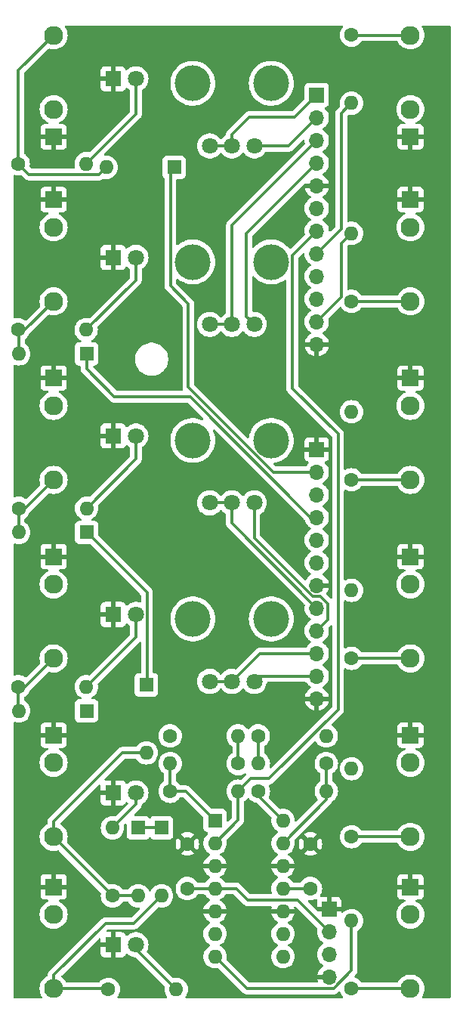
<source format=gtl>
G04 #@! TF.GenerationSoftware,KiCad,Pcbnew,8.0.6-8.0.6-0~ubuntu22.04.1*
G04 #@! TF.CreationDate,2025-02-02T12:48:45+01:00*
G04 #@! TF.ProjectId,Drumbox,4472756d-626f-4782-9e6b-696361645f70,rev?*
G04 #@! TF.SameCoordinates,Original*
G04 #@! TF.FileFunction,Copper,L1,Top*
G04 #@! TF.FilePolarity,Positive*
%FSLAX46Y46*%
G04 Gerber Fmt 4.6, Leading zero omitted, Abs format (unit mm)*
G04 Created by KiCad (PCBNEW 8.0.6-8.0.6-0~ubuntu22.04.1) date 2025-02-02 12:48:45*
%MOMM*%
%LPD*%
G01*
G04 APERTURE LIST*
G04 #@! TA.AperFunction,ComponentPad*
%ADD10R,1.930000X1.830000*%
G04 #@! TD*
G04 #@! TA.AperFunction,ComponentPad*
%ADD11C,2.130000*%
G04 #@! TD*
G04 #@! TA.AperFunction,ComponentPad*
%ADD12R,1.800000X1.800000*%
G04 #@! TD*
G04 #@! TA.AperFunction,ComponentPad*
%ADD13C,1.800000*%
G04 #@! TD*
G04 #@! TA.AperFunction,ComponentPad*
%ADD14R,1.600000X1.600000*%
G04 #@! TD*
G04 #@! TA.AperFunction,ComponentPad*
%ADD15O,1.600000X1.600000*%
G04 #@! TD*
G04 #@! TA.AperFunction,ComponentPad*
%ADD16C,1.600000*%
G04 #@! TD*
G04 #@! TA.AperFunction,WasherPad*
%ADD17C,4.000000*%
G04 #@! TD*
G04 #@! TA.AperFunction,ComponentPad*
%ADD18R,1.700000X1.700000*%
G04 #@! TD*
G04 #@! TA.AperFunction,ComponentPad*
%ADD19O,1.700000X1.700000*%
G04 #@! TD*
G04 #@! TA.AperFunction,ViaPad*
%ADD20C,0.800000*%
G04 #@! TD*
G04 #@! TA.AperFunction,Conductor*
%ADD21C,0.300000*%
G04 #@! TD*
G04 APERTURE END LIST*
D10*
X147400000Y-113820000D03*
D11*
X147400000Y-125220000D03*
X147400000Y-116920000D03*
D12*
X114080000Y-80300000D03*
D13*
X116620000Y-80300000D03*
D10*
X147400000Y-93820000D03*
D11*
X147400000Y-105220000D03*
X147400000Y-96920000D03*
D14*
X125495000Y-123380000D03*
D15*
X125495000Y-125920000D03*
X125495000Y-128460000D03*
X125495000Y-131000000D03*
X125495000Y-133540000D03*
X125495000Y-136080000D03*
X125495000Y-138620000D03*
X133115000Y-138620000D03*
X133115000Y-136080000D03*
X133115000Y-133540000D03*
X133115000Y-131000000D03*
X133115000Y-128460000D03*
X133115000Y-125920000D03*
X133115000Y-123380000D03*
D16*
X140800000Y-65220000D03*
D15*
X140800000Y-57600000D03*
D14*
X111110000Y-111100000D03*
D15*
X103490000Y-111100000D03*
D16*
X113540000Y-142300000D03*
D15*
X121160000Y-142300000D03*
D16*
X136195000Y-126005000D03*
X136195000Y-131005000D03*
X120465000Y-113905000D03*
D15*
X128085000Y-113905000D03*
D10*
X107400000Y-93820000D03*
D11*
X107400000Y-105220000D03*
X107400000Y-96920000D03*
D12*
X114080000Y-100300000D03*
D13*
X116620000Y-100300000D03*
D12*
X114080000Y-40300000D03*
D13*
X116620000Y-40300000D03*
D14*
X117800000Y-108180000D03*
D15*
X117800000Y-115800000D03*
D17*
X123000000Y-40800000D03*
X131800000Y-40800000D03*
D13*
X124900000Y-47800000D03*
X127400000Y-47800000D03*
X129900000Y-47800000D03*
D16*
X103430000Y-68400000D03*
D15*
X111050000Y-68400000D03*
D16*
X103480000Y-88400000D03*
D15*
X111100000Y-88400000D03*
D10*
X147400000Y-73820000D03*
D11*
X147400000Y-85220000D03*
X147400000Y-76920000D03*
D14*
X111110000Y-71100000D03*
D15*
X103490000Y-71100000D03*
D16*
X140800000Y-105210000D03*
D15*
X140800000Y-97590000D03*
D17*
X123000000Y-60800000D03*
X131800000Y-60800000D03*
D13*
X124900000Y-67800000D03*
X127400000Y-67800000D03*
X129900000Y-67800000D03*
D12*
X114080000Y-60300000D03*
D13*
X116620000Y-60300000D03*
D16*
X103450000Y-108400000D03*
D15*
X111070000Y-108400000D03*
D12*
X114080000Y-120300000D03*
D13*
X116620000Y-120300000D03*
D17*
X123000000Y-80800000D03*
X131800000Y-80800000D03*
D13*
X124900000Y-87800000D03*
X127400000Y-87800000D03*
X129900000Y-87800000D03*
D17*
X123000000Y-100800000D03*
X131800000Y-100800000D03*
D13*
X124900000Y-107800000D03*
X127400000Y-107800000D03*
X129900000Y-107800000D03*
D14*
X111120000Y-91100000D03*
D15*
X103500000Y-91100000D03*
D14*
X119500000Y-124190000D03*
D15*
X119500000Y-131810000D03*
D16*
X128095000Y-117005000D03*
D15*
X120475000Y-117005000D03*
D16*
X103440000Y-49800000D03*
D15*
X111060000Y-49800000D03*
D10*
X107400000Y-113820000D03*
D11*
X107400000Y-125220000D03*
X107400000Y-116920000D03*
D16*
X137975000Y-117005000D03*
D15*
X130355000Y-117005000D03*
D12*
X114080000Y-137300000D03*
D13*
X116620000Y-137300000D03*
D16*
X122395000Y-131005000D03*
X122395000Y-126005000D03*
D10*
X107400000Y-46800000D03*
D11*
X107400000Y-35400000D03*
X107400000Y-43700000D03*
D14*
X116900000Y-124190000D03*
D15*
X116900000Y-131810000D03*
D10*
X147400000Y-46800000D03*
D11*
X147400000Y-35400000D03*
X147400000Y-43700000D03*
D16*
X114000000Y-131820000D03*
D15*
X114000000Y-124200000D03*
D10*
X147400000Y-130820000D03*
D11*
X147400000Y-142220000D03*
X147400000Y-133920000D03*
D16*
X140800000Y-85210000D03*
D15*
X140800000Y-77590000D03*
D16*
X130345000Y-113905000D03*
D15*
X137965000Y-113905000D03*
D10*
X107400000Y-53820000D03*
D11*
X107400000Y-65220000D03*
X107400000Y-56920000D03*
D10*
X107400000Y-130820000D03*
D11*
X107400000Y-142220000D03*
X107400000Y-133920000D03*
D10*
X147400000Y-53820000D03*
D11*
X147400000Y-65220000D03*
X147400000Y-56920000D03*
D10*
X107400000Y-73820000D03*
D11*
X107400000Y-85220000D03*
X107400000Y-76920000D03*
D14*
X120910000Y-50200000D03*
D15*
X113290000Y-50200000D03*
D16*
X120465000Y-120105000D03*
D15*
X128085000Y-120105000D03*
D16*
X140800000Y-142220000D03*
D15*
X140800000Y-134600000D03*
D16*
X140800000Y-125200000D03*
D15*
X140800000Y-117580000D03*
D16*
X140800000Y-35390000D03*
D15*
X140800000Y-43010000D03*
D16*
X130355000Y-120105000D03*
D15*
X137975000Y-120105000D03*
D18*
X136900000Y-42100000D03*
D19*
X136900000Y-44640000D03*
X136900000Y-47180000D03*
X136900000Y-49720000D03*
X136900000Y-52260000D03*
X136900000Y-54800000D03*
X136900000Y-57340000D03*
X136900000Y-59880000D03*
X136900000Y-62420000D03*
X136900000Y-64960000D03*
X136900000Y-67500000D03*
X136900000Y-70040000D03*
D18*
X138300000Y-133300000D03*
D19*
X138300000Y-135840000D03*
X138300000Y-138380000D03*
X138300000Y-140920000D03*
D18*
X136900000Y-81800000D03*
D19*
X136900000Y-84340000D03*
X136900000Y-86880000D03*
X136900000Y-89420000D03*
X136900000Y-91960000D03*
X136900000Y-94500000D03*
X136900000Y-97040000D03*
X136900000Y-99580000D03*
X136900000Y-102120000D03*
X136900000Y-104660000D03*
X136900000Y-107200000D03*
X136900000Y-109740000D03*
D20*
X111200000Y-140200000D03*
X111200000Y-139200000D03*
D21*
X122000000Y-131000000D02*
X122300000Y-131000000D01*
X127900000Y-131000000D02*
X125495000Y-131000000D01*
X125495000Y-131000000D02*
X122400000Y-131000000D01*
X134780000Y-132300000D02*
X129200000Y-132300000D01*
X138300000Y-135820000D02*
X134780000Y-132300000D01*
X129200000Y-132300000D02*
X127900000Y-131000000D01*
X122005000Y-130995000D02*
X122000000Y-131000000D01*
X133115000Y-131000000D02*
X136190000Y-131000000D01*
X136190000Y-131000000D02*
X136195000Y-131005000D01*
X136195000Y-131005000D02*
X135895000Y-131005000D01*
X136900000Y-84340000D02*
X132016598Y-84340000D01*
X132016598Y-84340000D02*
X122500000Y-74823402D01*
X120500000Y-50610000D02*
X120910000Y-50200000D01*
X122500000Y-74823402D02*
X122500000Y-65500000D01*
X120500000Y-63500000D02*
X120500000Y-50610000D01*
X122500000Y-65500000D02*
X120500000Y-63500000D01*
X116620000Y-40300000D02*
X116620000Y-44240000D01*
X116620000Y-44240000D02*
X111060000Y-49800000D01*
X104639999Y-50999999D02*
X103440000Y-49800000D01*
X107400000Y-35400000D02*
X103440000Y-39360000D01*
X112490001Y-50999999D02*
X104639999Y-50999999D01*
X103440000Y-39360000D02*
X103440000Y-49800000D01*
X113290000Y-50200000D02*
X112490001Y-50999999D01*
X116620000Y-120300000D02*
X116620000Y-121580000D01*
X116620000Y-121580000D02*
X114000000Y-124200000D01*
X113460000Y-142220000D02*
X113540000Y-142300000D01*
X107400000Y-140713863D02*
X113213863Y-134900000D01*
X113213863Y-134900000D02*
X116410000Y-134900000D01*
X107400000Y-142220000D02*
X113460000Y-142220000D01*
X116410000Y-134900000D02*
X119500000Y-131810000D01*
X107400000Y-142220000D02*
X107400000Y-140713863D01*
X115100000Y-115800000D02*
X117800000Y-115800000D01*
X114010000Y-131810000D02*
X114000000Y-131820000D01*
X116900000Y-131810000D02*
X114010000Y-131810000D01*
X107400000Y-125220000D02*
X107400000Y-123500000D01*
X114000000Y-131820000D02*
X107400000Y-125220000D01*
X107400000Y-123500000D02*
X115100000Y-115800000D01*
X116620000Y-62830000D02*
X111050000Y-68400000D01*
X116620000Y-60300000D02*
X116620000Y-62830000D01*
X103490000Y-71100000D02*
X103490000Y-68460000D01*
X104220000Y-68400000D02*
X103430000Y-68400000D01*
X103490000Y-68460000D02*
X103430000Y-68400000D01*
X107400000Y-65220000D02*
X104220000Y-68400000D01*
X116620000Y-82880000D02*
X111100000Y-88400000D01*
X116620000Y-80300000D02*
X116620000Y-82880000D01*
X103480000Y-88400000D02*
X103480000Y-91080000D01*
X107400000Y-85220000D02*
X104220000Y-88400000D01*
X103480000Y-91080000D02*
X103500000Y-91100000D01*
X104220000Y-88400000D02*
X103480000Y-88400000D01*
X116620000Y-102850000D02*
X111070000Y-108400000D01*
X116620000Y-100300000D02*
X116620000Y-102850000D01*
X107400000Y-105220000D02*
X104220000Y-108400000D01*
X103450000Y-111060000D02*
X103490000Y-111100000D01*
X104220000Y-108400000D02*
X103450000Y-108400000D01*
X103450000Y-108400000D02*
X103450000Y-111060000D01*
X129490000Y-118700000D02*
X128085000Y-120105000D01*
X125495000Y-125920000D02*
X128085000Y-123330000D01*
X139300000Y-110943654D02*
X131543654Y-118700000D01*
X134150000Y-60090000D02*
X134150000Y-74950000D01*
X139300000Y-80100000D02*
X139300000Y-110943654D01*
X131543654Y-118700000D02*
X129490000Y-118700000D01*
X128085000Y-123330000D02*
X128085000Y-120105000D01*
X134150000Y-74950000D02*
X139300000Y-80100000D01*
X136900000Y-57340000D02*
X134150000Y-60090000D01*
X116900000Y-124190000D02*
X119500000Y-124190000D01*
X137975000Y-121060000D02*
X133115000Y-125920000D01*
X137975000Y-120105000D02*
X137975000Y-117005000D01*
X137975000Y-120105000D02*
X137975000Y-121060000D01*
X130355000Y-120620000D02*
X130355000Y-120105000D01*
X133115000Y-123380000D02*
X130355000Y-120620000D01*
X132850000Y-123380000D02*
X133115000Y-123380000D01*
X139650000Y-57130000D02*
X136900000Y-59880000D01*
X139650000Y-44160000D02*
X139650000Y-57130000D01*
X140800000Y-43010000D02*
X139650000Y-44160000D01*
X139650000Y-64750000D02*
X136900000Y-67500000D01*
X140800000Y-57600000D02*
X139650000Y-58750000D01*
X139650000Y-58750000D02*
X139650000Y-64750000D01*
X129075000Y-142200000D02*
X125495000Y-138620000D01*
X138800000Y-142200000D02*
X129075000Y-142200000D01*
X140800000Y-134600000D02*
X140800000Y-140200000D01*
X140800000Y-140200000D02*
X138800000Y-142200000D01*
X128095000Y-117005000D02*
X128095000Y-113915000D01*
X136220000Y-89420000D02*
X122700000Y-75900000D01*
X122700000Y-75900000D02*
X114200000Y-75900000D01*
X111110000Y-72810000D02*
X111110000Y-71100000D01*
X114200000Y-75900000D02*
X111110000Y-72810000D01*
X136900000Y-89420000D02*
X136220000Y-89420000D01*
X117800000Y-108180000D02*
X117870000Y-108110000D01*
X117870000Y-108110000D02*
X117870000Y-97850000D01*
X117870000Y-97850000D02*
X111120000Y-91100000D01*
X133740000Y-47800000D02*
X129900000Y-47800000D01*
X136900000Y-44640000D02*
X133740000Y-47800000D01*
X135680000Y-50920000D02*
X129000000Y-57600000D01*
X135700000Y-50920000D02*
X135680000Y-50920000D01*
X136900000Y-49720000D02*
X135700000Y-50920000D01*
X129000000Y-57600000D02*
X129000000Y-66900000D01*
X129000000Y-66900000D02*
X129900000Y-67800000D01*
X138100000Y-100920000D02*
X138100000Y-99082943D01*
X137303504Y-98286447D02*
X136449390Y-98286447D01*
X136900000Y-102120000D02*
X138100000Y-100920000D01*
X129900000Y-91737057D02*
X129900000Y-87800000D01*
X138100000Y-99082943D02*
X137303504Y-98286447D01*
X136449390Y-98286447D02*
X129900000Y-91737057D01*
X130500000Y-107200000D02*
X129900000Y-107800000D01*
X136900000Y-107200000D02*
X130500000Y-107200000D01*
X127400000Y-46500000D02*
X129300000Y-44600000D01*
X127400000Y-47800000D02*
X127400000Y-46500000D01*
X127400000Y-47800000D02*
X124900000Y-47800000D01*
X129300000Y-44600000D02*
X134400000Y-44600000D01*
X134400000Y-44600000D02*
X136900000Y-42100000D01*
X134008529Y-50071472D02*
X127400000Y-56680001D01*
X127400000Y-56680001D02*
X127400000Y-67800000D01*
X136900000Y-47180000D02*
X134008529Y-50071472D01*
X127400000Y-67800000D02*
X124900000Y-67800000D01*
X124900000Y-87800000D02*
X127400000Y-87800000D01*
X127400000Y-90080000D02*
X136900000Y-99580000D01*
X127400000Y-87800000D02*
X127400000Y-90080000D01*
X127400000Y-107800000D02*
X124900000Y-107800000D01*
X130540000Y-104660000D02*
X127400000Y-107800000D01*
X136900000Y-104660000D02*
X130540000Y-104660000D01*
X140810000Y-85220000D02*
X140800000Y-85210000D01*
X147400000Y-85220000D02*
X140810000Y-85220000D01*
X147400000Y-142220000D02*
X140800000Y-142220000D01*
X147400000Y-65220000D02*
X140800000Y-65220000D01*
X140800000Y-125200000D02*
X147380000Y-125200000D01*
X147380000Y-125200000D02*
X147400000Y-125220000D01*
X147400000Y-35400000D02*
X140810000Y-35400000D01*
X140810000Y-35400000D02*
X140800000Y-35390000D01*
X147400000Y-105220000D02*
X140810000Y-105220000D01*
X140810000Y-105220000D02*
X140800000Y-105210000D01*
X116620000Y-137760000D02*
X116620000Y-137300000D01*
X121160000Y-142300000D02*
X116620000Y-137760000D01*
X130355000Y-117005000D02*
X130355000Y-113915000D01*
X120070000Y-117010000D02*
X120080000Y-117000000D01*
X120465000Y-120105000D02*
X122220000Y-120105000D01*
X120465000Y-120105000D02*
X120465000Y-117015000D01*
X122220000Y-120105000D02*
X125495000Y-123380000D01*
G04 #@! TA.AperFunction,Conductor*
G36*
X139802933Y-34320502D02*
G01*
X139849426Y-34374158D01*
X139859530Y-34444432D01*
X139830036Y-34509012D01*
X139823907Y-34515595D01*
X139793804Y-34545697D01*
X139793799Y-34545703D01*
X139662477Y-34733250D01*
X139565717Y-34940753D01*
X139565716Y-34940757D01*
X139506457Y-35161913D01*
X139486502Y-35390000D01*
X139506457Y-35618087D01*
X139565716Y-35839243D01*
X139662477Y-36046749D01*
X139793802Y-36234300D01*
X139955700Y-36396198D01*
X140143251Y-36527523D01*
X140350757Y-36624284D01*
X140571913Y-36683543D01*
X140800000Y-36703498D01*
X141028087Y-36683543D01*
X141249243Y-36624284D01*
X141456749Y-36527523D01*
X141644300Y-36396198D01*
X141806198Y-36234300D01*
X141891673Y-36112228D01*
X141947130Y-36067901D01*
X141994886Y-36058500D01*
X145887522Y-36058500D01*
X145955643Y-36078502D01*
X145994955Y-36118666D01*
X146123072Y-36327736D01*
X146123077Y-36327743D01*
X146283926Y-36516073D01*
X146410625Y-36624284D01*
X146472260Y-36676925D01*
X146683437Y-36806334D01*
X146912258Y-36901115D01*
X147153089Y-36958934D01*
X147400000Y-36978366D01*
X147646911Y-36958934D01*
X147887742Y-36901115D01*
X148116563Y-36806334D01*
X148327740Y-36676925D01*
X148516073Y-36516073D01*
X148676925Y-36327740D01*
X148806334Y-36116563D01*
X148901115Y-35887742D01*
X148958934Y-35646911D01*
X148978366Y-35400000D01*
X148958934Y-35153089D01*
X148901115Y-34912258D01*
X148806334Y-34683437D01*
X148699447Y-34509012D01*
X148689227Y-34492334D01*
X148670689Y-34423801D01*
X148692146Y-34356124D01*
X148746785Y-34310791D01*
X148796660Y-34300500D01*
X151773500Y-34300500D01*
X151841621Y-34320502D01*
X151888114Y-34374158D01*
X151899500Y-34426500D01*
X151899501Y-143173500D01*
X151879499Y-143241621D01*
X151825843Y-143288114D01*
X151773501Y-143299500D01*
X148808915Y-143299500D01*
X148740794Y-143279498D01*
X148694301Y-143225842D01*
X148684197Y-143155568D01*
X148701480Y-143107668D01*
X148806334Y-142936563D01*
X148901115Y-142707742D01*
X148958934Y-142466911D01*
X148978366Y-142220000D01*
X148958934Y-141973089D01*
X148901115Y-141732258D01*
X148806334Y-141503437D01*
X148676925Y-141292260D01*
X148621194Y-141227007D01*
X148516073Y-141103926D01*
X148327743Y-140943077D01*
X148327741Y-140943076D01*
X148327740Y-140943075D01*
X148116563Y-140813666D01*
X148099779Y-140806714D01*
X147887742Y-140718885D01*
X147840408Y-140707521D01*
X147646911Y-140661066D01*
X147646912Y-140661066D01*
X147400000Y-140641634D01*
X147153088Y-140661066D01*
X146912257Y-140718885D01*
X146683438Y-140813665D01*
X146472258Y-140943076D01*
X146472256Y-140943077D01*
X146283926Y-141103926D01*
X146123077Y-141292256D01*
X146123072Y-141292263D01*
X145994955Y-141501334D01*
X145942307Y-141548966D01*
X145887522Y-141561500D01*
X142001888Y-141561500D01*
X141933767Y-141541498D01*
X141898675Y-141507771D01*
X141896451Y-141504595D01*
X141806198Y-141375700D01*
X141644300Y-141213802D01*
X141504797Y-141116121D01*
X141456749Y-141082477D01*
X141249246Y-140985717D01*
X141249243Y-140985716D01*
X141240510Y-140983376D01*
X141220523Y-140978020D01*
X141159902Y-140941069D01*
X141128880Y-140877208D01*
X141137309Y-140806714D01*
X141164039Y-140767219D01*
X141311491Y-140619769D01*
X141383555Y-140511917D01*
X141433194Y-140392077D01*
X141452684Y-140294094D01*
X141458500Y-140264857D01*
X141458500Y-135801887D01*
X141478502Y-135733766D01*
X141512227Y-135698676D01*
X141644300Y-135606198D01*
X141806198Y-135444300D01*
X141937523Y-135256749D01*
X142034284Y-135049243D01*
X142093543Y-134828087D01*
X142113498Y-134600000D01*
X142093543Y-134371913D01*
X142034284Y-134150757D01*
X141937523Y-133943251D01*
X141921242Y-133920000D01*
X145821634Y-133920000D01*
X145841066Y-134166911D01*
X145898885Y-134407742D01*
X145993666Y-134636563D01*
X146116551Y-134837094D01*
X146123076Y-134847741D01*
X146123077Y-134847743D01*
X146283926Y-135036073D01*
X146465567Y-135191209D01*
X146472260Y-135196925D01*
X146683437Y-135326334D01*
X146912258Y-135421115D01*
X147153089Y-135478934D01*
X147400000Y-135498366D01*
X147646911Y-135478934D01*
X147887742Y-135421115D01*
X148116563Y-135326334D01*
X148327740Y-135196925D01*
X148516073Y-135036073D01*
X148676925Y-134847740D01*
X148806334Y-134636563D01*
X148901115Y-134407742D01*
X148958934Y-134166911D01*
X148978366Y-133920000D01*
X148958934Y-133673089D01*
X148901115Y-133432258D01*
X148806334Y-133203437D01*
X148676925Y-132992260D01*
X148676922Y-132992256D01*
X148516073Y-132803926D01*
X148327743Y-132643077D01*
X148327741Y-132643076D01*
X148327740Y-132643075D01*
X148116563Y-132513666D01*
X148048343Y-132485408D01*
X147993063Y-132440860D01*
X147970642Y-132373497D01*
X147988200Y-132304706D01*
X148040162Y-132256328D01*
X148096562Y-132243000D01*
X148413585Y-132243000D01*
X148413597Y-132242999D01*
X148474093Y-132236494D01*
X148610964Y-132185444D01*
X148610965Y-132185444D01*
X148727904Y-132097904D01*
X148815444Y-131980965D01*
X148815444Y-131980964D01*
X148866494Y-131844093D01*
X148872999Y-131783597D01*
X148873000Y-131783585D01*
X148873000Y-131074000D01*
X147955049Y-131074000D01*
X147986558Y-130997931D01*
X148010000Y-130880080D01*
X148010000Y-130759920D01*
X147986558Y-130642069D01*
X147955049Y-130566000D01*
X148873000Y-130566000D01*
X148873000Y-129856414D01*
X148872999Y-129856402D01*
X148866494Y-129795906D01*
X148815444Y-129659035D01*
X148815444Y-129659034D01*
X148727904Y-129542095D01*
X148610965Y-129454555D01*
X148474093Y-129403505D01*
X148413597Y-129397000D01*
X147654000Y-129397000D01*
X147654000Y-130264950D01*
X147577931Y-130233442D01*
X147460080Y-130210000D01*
X147339920Y-130210000D01*
X147222069Y-130233442D01*
X147146000Y-130264950D01*
X147146000Y-129397000D01*
X146386402Y-129397000D01*
X146325906Y-129403505D01*
X146189035Y-129454555D01*
X146189034Y-129454555D01*
X146072095Y-129542095D01*
X145984555Y-129659034D01*
X145984555Y-129659035D01*
X145933505Y-129795906D01*
X145927000Y-129856402D01*
X145927000Y-130566000D01*
X146844951Y-130566000D01*
X146813442Y-130642069D01*
X146790000Y-130759920D01*
X146790000Y-130880080D01*
X146813442Y-130997931D01*
X146844951Y-131074000D01*
X145927000Y-131074000D01*
X145927000Y-131783597D01*
X145933505Y-131844093D01*
X145984555Y-131980964D01*
X145984555Y-131980965D01*
X146072095Y-132097904D01*
X146189034Y-132185444D01*
X146325906Y-132236494D01*
X146386402Y-132242999D01*
X146386415Y-132243000D01*
X146703438Y-132243000D01*
X146771559Y-132263002D01*
X146818052Y-132316658D01*
X146828156Y-132386932D01*
X146798662Y-132451512D01*
X146751656Y-132485408D01*
X146728243Y-132495106D01*
X146683438Y-132513665D01*
X146472258Y-132643076D01*
X146472256Y-132643077D01*
X146283926Y-132803926D01*
X146123077Y-132992256D01*
X146123076Y-132992258D01*
X145993665Y-133203438D01*
X145898885Y-133432257D01*
X145884304Y-133492993D01*
X145841066Y-133673089D01*
X145821634Y-133920000D01*
X141921242Y-133920000D01*
X141806198Y-133755700D01*
X141644300Y-133593802D01*
X141642670Y-133592661D01*
X141456749Y-133462477D01*
X141249246Y-133365717D01*
X141249240Y-133365715D01*
X141131718Y-133334225D01*
X141028087Y-133306457D01*
X140800000Y-133286502D01*
X140571913Y-133306457D01*
X140350759Y-133365715D01*
X140350753Y-133365717D01*
X140143250Y-133462477D01*
X139955703Y-133593799D01*
X139955697Y-133593804D01*
X139873095Y-133676407D01*
X139810783Y-133710433D01*
X139739968Y-133705368D01*
X139683132Y-133662821D01*
X139658321Y-133596301D01*
X139658000Y-133587312D01*
X139658000Y-133554000D01*
X138730703Y-133554000D01*
X138765925Y-133492993D01*
X138800000Y-133365826D01*
X138800000Y-133234174D01*
X138765925Y-133107007D01*
X138730703Y-133046000D01*
X139658000Y-133046000D01*
X139658000Y-132401414D01*
X139657999Y-132401402D01*
X139651494Y-132340906D01*
X139600444Y-132204035D01*
X139600444Y-132204034D01*
X139512904Y-132087095D01*
X139395965Y-131999555D01*
X139259093Y-131948505D01*
X139198597Y-131942000D01*
X138554000Y-131942000D01*
X138554000Y-132869297D01*
X138492993Y-132834075D01*
X138365826Y-132800000D01*
X138234174Y-132800000D01*
X138107007Y-132834075D01*
X138046000Y-132869297D01*
X138046000Y-131942000D01*
X137401405Y-131942000D01*
X137390468Y-131943176D01*
X137320600Y-131930567D01*
X137268640Y-131882187D01*
X137251084Y-131813395D01*
X137273508Y-131746032D01*
X137273675Y-131745791D01*
X137332523Y-131661749D01*
X137429284Y-131454243D01*
X137488543Y-131233087D01*
X137508498Y-131005000D01*
X137488543Y-130776913D01*
X137429284Y-130555757D01*
X137332523Y-130348251D01*
X137201198Y-130160700D01*
X137039300Y-129998802D01*
X137032159Y-129993802D01*
X136851749Y-129867477D01*
X136644246Y-129770717D01*
X136644240Y-129770715D01*
X136550771Y-129745670D01*
X136423087Y-129711457D01*
X136195000Y-129691502D01*
X135966913Y-129711457D01*
X135745759Y-129770715D01*
X135745753Y-129770717D01*
X135538250Y-129867477D01*
X135350703Y-129998799D01*
X135188801Y-130160700D01*
X135099826Y-130287771D01*
X135044369Y-130332099D01*
X134996613Y-130341500D01*
X134316888Y-130341500D01*
X134248767Y-130321498D01*
X134213675Y-130287771D01*
X134175633Y-130233442D01*
X134121198Y-130155700D01*
X133959300Y-129993802D01*
X133771749Y-129862477D01*
X133731951Y-129843919D01*
X133678666Y-129797002D01*
X133659205Y-129728725D01*
X133679747Y-129660765D01*
X133731951Y-129615529D01*
X133771498Y-129597087D01*
X133958974Y-129465815D01*
X133958980Y-129465810D01*
X134120810Y-129303980D01*
X134120815Y-129303974D01*
X134252087Y-129116498D01*
X134348811Y-128909073D01*
X134348813Y-128909068D01*
X134401082Y-128714000D01*
X133426686Y-128714000D01*
X133435080Y-128705606D01*
X133487741Y-128614394D01*
X133515000Y-128512661D01*
X133515000Y-128407339D01*
X133487741Y-128305606D01*
X133435080Y-128214394D01*
X133426686Y-128206000D01*
X134401082Y-128206000D01*
X134348813Y-128010931D01*
X134348811Y-128010926D01*
X134252087Y-127803501D01*
X134120815Y-127616025D01*
X134120810Y-127616019D01*
X133958980Y-127454189D01*
X133958974Y-127454184D01*
X133771497Y-127322911D01*
X133731949Y-127304469D01*
X133678665Y-127257551D01*
X133659205Y-127189273D01*
X133679748Y-127121314D01*
X133731950Y-127076081D01*
X133771749Y-127057523D01*
X133959300Y-126926198D01*
X134121198Y-126764300D01*
X134252523Y-126576749D01*
X134349284Y-126369243D01*
X134408543Y-126148087D01*
X134421061Y-126005000D01*
X134882004Y-126005000D01*
X134901951Y-126233002D01*
X134961186Y-126454068D01*
X134961188Y-126454073D01*
X135057913Y-126661501D01*
X135107899Y-126732888D01*
X135795000Y-126045788D01*
X135795000Y-126057661D01*
X135822259Y-126159394D01*
X135874920Y-126250606D01*
X135949394Y-126325080D01*
X136040606Y-126377741D01*
X136142339Y-126405000D01*
X136154210Y-126405000D01*
X135467110Y-127092098D01*
X135467110Y-127092100D01*
X135538498Y-127142086D01*
X135745926Y-127238811D01*
X135745931Y-127238813D01*
X135966999Y-127298048D01*
X135966995Y-127298048D01*
X136195000Y-127317995D01*
X136423002Y-127298048D01*
X136644068Y-127238813D01*
X136644073Y-127238811D01*
X136851497Y-127142088D01*
X136922888Y-127092099D01*
X136922888Y-127092097D01*
X136235791Y-126405000D01*
X136247661Y-126405000D01*
X136349394Y-126377741D01*
X136440606Y-126325080D01*
X136515080Y-126250606D01*
X136567741Y-126159394D01*
X136595000Y-126057661D01*
X136595000Y-126045791D01*
X137282097Y-126732888D01*
X137282099Y-126732888D01*
X137332088Y-126661497D01*
X137428811Y-126454073D01*
X137428813Y-126454068D01*
X137488048Y-126233002D01*
X137507995Y-126005000D01*
X137488048Y-125776997D01*
X137428813Y-125555931D01*
X137428811Y-125555926D01*
X137332086Y-125348498D01*
X137282100Y-125277110D01*
X137282098Y-125277110D01*
X136595000Y-125964208D01*
X136595000Y-125952339D01*
X136567741Y-125850606D01*
X136515080Y-125759394D01*
X136440606Y-125684920D01*
X136349394Y-125632259D01*
X136247661Y-125605000D01*
X136235790Y-125605000D01*
X136640788Y-125200000D01*
X139486502Y-125200000D01*
X139506457Y-125428087D01*
X139517891Y-125470759D01*
X139565715Y-125649240D01*
X139565717Y-125649246D01*
X139662477Y-125856749D01*
X139718363Y-125936563D01*
X139793802Y-126044300D01*
X139955700Y-126206198D01*
X140143251Y-126337523D01*
X140350757Y-126434284D01*
X140571913Y-126493543D01*
X140800000Y-126513498D01*
X141028087Y-126493543D01*
X141249243Y-126434284D01*
X141456749Y-126337523D01*
X141644300Y-126206198D01*
X141806198Y-126044300D01*
X141898675Y-125912228D01*
X141954132Y-125867901D01*
X142001888Y-125858500D01*
X145877141Y-125858500D01*
X145945262Y-125878502D01*
X145991755Y-125932158D01*
X145993541Y-125936263D01*
X145993666Y-125936563D01*
X146059688Y-126044302D01*
X146123076Y-126147741D01*
X146123077Y-126147743D01*
X146283926Y-126336073D01*
X146468299Y-126493542D01*
X146472260Y-126496925D01*
X146683437Y-126626334D01*
X146912258Y-126721115D01*
X147153089Y-126778934D01*
X147400000Y-126798366D01*
X147646911Y-126778934D01*
X147887742Y-126721115D01*
X148116563Y-126626334D01*
X148327740Y-126496925D01*
X148516073Y-126336073D01*
X148676925Y-126147740D01*
X148806334Y-125936563D01*
X148901115Y-125707742D01*
X148958934Y-125466911D01*
X148978366Y-125220000D01*
X148958934Y-124973089D01*
X148901115Y-124732258D01*
X148806334Y-124503437D01*
X148676925Y-124292260D01*
X148674315Y-124289204D01*
X148516073Y-124103926D01*
X148327743Y-123943077D01*
X148327741Y-123943076D01*
X148327740Y-123943075D01*
X148116563Y-123813666D01*
X148100286Y-123806924D01*
X147887742Y-123718885D01*
X147840408Y-123707521D01*
X147646911Y-123661066D01*
X147646912Y-123661066D01*
X147400000Y-123641634D01*
X147153088Y-123661066D01*
X146912257Y-123718885D01*
X146683438Y-123813665D01*
X146472258Y-123943076D01*
X146472256Y-123943077D01*
X146283926Y-124103926D01*
X146123077Y-124292256D01*
X146123072Y-124292263D01*
X146007211Y-124481334D01*
X145954564Y-124528966D01*
X145899778Y-124541500D01*
X142001888Y-124541500D01*
X141933767Y-124521498D01*
X141898675Y-124487771D01*
X141855567Y-124426207D01*
X141806198Y-124355700D01*
X141644300Y-124193802D01*
X141456749Y-124062477D01*
X141262533Y-123971913D01*
X141249246Y-123965717D01*
X141249240Y-123965715D01*
X141139626Y-123936344D01*
X141028087Y-123906457D01*
X140800000Y-123886502D01*
X140571913Y-123906457D01*
X140350759Y-123965715D01*
X140350753Y-123965717D01*
X140143250Y-124062477D01*
X139955703Y-124193799D01*
X139955697Y-124193804D01*
X139793804Y-124355697D01*
X139793799Y-124355703D01*
X139662477Y-124543250D01*
X139565717Y-124750753D01*
X139565715Y-124750759D01*
X139541956Y-124839430D01*
X139506457Y-124971913D01*
X139486502Y-125200000D01*
X136640788Y-125200000D01*
X136922888Y-124917899D01*
X136922888Y-124917898D01*
X136851501Y-124867913D01*
X136644073Y-124771188D01*
X136644068Y-124771186D01*
X136423000Y-124711951D01*
X136423004Y-124711951D01*
X136195000Y-124692004D01*
X135966997Y-124711951D01*
X135745931Y-124771186D01*
X135745926Y-124771188D01*
X135538500Y-124867913D01*
X135467109Y-124917900D01*
X136154209Y-125605000D01*
X136142339Y-125605000D01*
X136040606Y-125632259D01*
X135949394Y-125684920D01*
X135874920Y-125759394D01*
X135822259Y-125850606D01*
X135795000Y-125952339D01*
X135795000Y-125964209D01*
X135107900Y-125277109D01*
X135057913Y-125348500D01*
X134961188Y-125555926D01*
X134961186Y-125555931D01*
X134901951Y-125776997D01*
X134882004Y-126005000D01*
X134421061Y-126005000D01*
X134428498Y-125920000D01*
X134408543Y-125691913D01*
X134399011Y-125656340D01*
X134400699Y-125585369D01*
X134431620Y-125534638D01*
X138486491Y-121479769D01*
X138558555Y-121371917D01*
X138590090Y-121295780D01*
X138634228Y-121240787D01*
X138819300Y-121111198D01*
X138981198Y-120949300D01*
X139112523Y-120761749D01*
X139209284Y-120554243D01*
X139268543Y-120333087D01*
X139288498Y-120105000D01*
X139268543Y-119876913D01*
X139209284Y-119655757D01*
X139112523Y-119448251D01*
X138981198Y-119260700D01*
X138819300Y-119098802D01*
X138731174Y-119037095D01*
X138687229Y-119006324D01*
X138642901Y-118950867D01*
X138633500Y-118903111D01*
X138633500Y-118206887D01*
X138653502Y-118138766D01*
X138687227Y-118103676D01*
X138819300Y-118011198D01*
X138981198Y-117849300D01*
X139112523Y-117661749D01*
X139150643Y-117580000D01*
X139486502Y-117580000D01*
X139506457Y-117808087D01*
X139517083Y-117847743D01*
X139565715Y-118029240D01*
X139565717Y-118029246D01*
X139639982Y-118188509D01*
X139662477Y-118236749D01*
X139793802Y-118424300D01*
X139955700Y-118586198D01*
X140143251Y-118717523D01*
X140350757Y-118814284D01*
X140571913Y-118873543D01*
X140800000Y-118893498D01*
X141028087Y-118873543D01*
X141249243Y-118814284D01*
X141456749Y-118717523D01*
X141644300Y-118586198D01*
X141806198Y-118424300D01*
X141937523Y-118236749D01*
X142034284Y-118029243D01*
X142093543Y-117808087D01*
X142113498Y-117580000D01*
X142093543Y-117351913D01*
X142034284Y-117130757D01*
X141937523Y-116923251D01*
X141935247Y-116920000D01*
X145821634Y-116920000D01*
X145841066Y-117166911D01*
X145898885Y-117407742D01*
X145993665Y-117636561D01*
X146123076Y-117847741D01*
X146123077Y-117847743D01*
X146283926Y-118036073D01*
X146433335Y-118163680D01*
X146472260Y-118196925D01*
X146683437Y-118326334D01*
X146912258Y-118421115D01*
X147153089Y-118478934D01*
X147400000Y-118498366D01*
X147646911Y-118478934D01*
X147887742Y-118421115D01*
X148116563Y-118326334D01*
X148327740Y-118196925D01*
X148516073Y-118036073D01*
X148676925Y-117847740D01*
X148806334Y-117636563D01*
X148901115Y-117407742D01*
X148958934Y-117166911D01*
X148978366Y-116920000D01*
X148958934Y-116673089D01*
X148901115Y-116432258D01*
X148806334Y-116203437D01*
X148676925Y-115992260D01*
X148603529Y-115906324D01*
X148516073Y-115803926D01*
X148327743Y-115643077D01*
X148327741Y-115643076D01*
X148327740Y-115643075D01*
X148116563Y-115513666D01*
X148048343Y-115485408D01*
X147993063Y-115440860D01*
X147970642Y-115373497D01*
X147988200Y-115304706D01*
X148040162Y-115256328D01*
X148096562Y-115243000D01*
X148413585Y-115243000D01*
X148413597Y-115242999D01*
X148474093Y-115236494D01*
X148610964Y-115185444D01*
X148610965Y-115185444D01*
X148727904Y-115097904D01*
X148815444Y-114980965D01*
X148815444Y-114980964D01*
X148866494Y-114844093D01*
X148872999Y-114783597D01*
X148873000Y-114783585D01*
X148873000Y-114074000D01*
X147955049Y-114074000D01*
X147986558Y-113997931D01*
X148010000Y-113880080D01*
X148010000Y-113759920D01*
X147986558Y-113642069D01*
X147955049Y-113566000D01*
X148873000Y-113566000D01*
X148873000Y-112856414D01*
X148872999Y-112856402D01*
X148866494Y-112795906D01*
X148815444Y-112659035D01*
X148815444Y-112659034D01*
X148727904Y-112542095D01*
X148610965Y-112454555D01*
X148474093Y-112403505D01*
X148413597Y-112397000D01*
X147654000Y-112397000D01*
X147654000Y-113264950D01*
X147577931Y-113233442D01*
X147460080Y-113210000D01*
X147339920Y-113210000D01*
X147222069Y-113233442D01*
X147146000Y-113264950D01*
X147146000Y-112397000D01*
X146386402Y-112397000D01*
X146325906Y-112403505D01*
X146189035Y-112454555D01*
X146189034Y-112454555D01*
X146072095Y-112542095D01*
X145984555Y-112659034D01*
X145984555Y-112659035D01*
X145933505Y-112795906D01*
X145927000Y-112856402D01*
X145927000Y-113566000D01*
X146844951Y-113566000D01*
X146813442Y-113642069D01*
X146790000Y-113759920D01*
X146790000Y-113880080D01*
X146813442Y-113997931D01*
X146844951Y-114074000D01*
X145927000Y-114074000D01*
X145927000Y-114783597D01*
X145933505Y-114844093D01*
X145984555Y-114980964D01*
X145984555Y-114980965D01*
X146072095Y-115097904D01*
X146189034Y-115185444D01*
X146325906Y-115236494D01*
X146386402Y-115242999D01*
X146386415Y-115243000D01*
X146703438Y-115243000D01*
X146771559Y-115263002D01*
X146818052Y-115316658D01*
X146828156Y-115386932D01*
X146798662Y-115451512D01*
X146751656Y-115485408D01*
X146728243Y-115495106D01*
X146683438Y-115513665D01*
X146472258Y-115643076D01*
X146472256Y-115643077D01*
X146283926Y-115803926D01*
X146123077Y-115992256D01*
X146123076Y-115992258D01*
X145993665Y-116203438D01*
X145898885Y-116432257D01*
X145841066Y-116673088D01*
X145821634Y-116920000D01*
X141935247Y-116920000D01*
X141806198Y-116735700D01*
X141644300Y-116573802D01*
X141618523Y-116555753D01*
X141456749Y-116442477D01*
X141249246Y-116345717D01*
X141249240Y-116345715D01*
X141155771Y-116320670D01*
X141028087Y-116286457D01*
X140800000Y-116266502D01*
X140571913Y-116286457D01*
X140350759Y-116345715D01*
X140350753Y-116345717D01*
X140143250Y-116442477D01*
X139955703Y-116573799D01*
X139955697Y-116573804D01*
X139793804Y-116735697D01*
X139793799Y-116735703D01*
X139662477Y-116923250D01*
X139565717Y-117130753D01*
X139565715Y-117130759D01*
X139506457Y-117351913D01*
X139486502Y-117580000D01*
X139150643Y-117580000D01*
X139209284Y-117454243D01*
X139268543Y-117233087D01*
X139288498Y-117005000D01*
X139268543Y-116776913D01*
X139209284Y-116555757D01*
X139112523Y-116348251D01*
X138981198Y-116160700D01*
X138819300Y-115998802D01*
X138809951Y-115992256D01*
X138631749Y-115867477D01*
X138424246Y-115770717D01*
X138424240Y-115770715D01*
X138330771Y-115745670D01*
X138203087Y-115711457D01*
X137975000Y-115691502D01*
X137746913Y-115711457D01*
X137525759Y-115770715D01*
X137525753Y-115770717D01*
X137318250Y-115867477D01*
X137130703Y-115998799D01*
X137130697Y-115998804D01*
X136968804Y-116160697D01*
X136968799Y-116160703D01*
X136837477Y-116348250D01*
X136740717Y-116555753D01*
X136740715Y-116555759D01*
X136735880Y-116573804D01*
X136681457Y-116776913D01*
X136661502Y-117005000D01*
X136672504Y-117130759D01*
X136681457Y-117233086D01*
X136740715Y-117454240D01*
X136740717Y-117454246D01*
X136837477Y-117661749D01*
X136967709Y-117847740D01*
X136968802Y-117849300D01*
X137130700Y-118011198D01*
X137262771Y-118103675D01*
X137307099Y-118159130D01*
X137316500Y-118206887D01*
X137316500Y-118903111D01*
X137296498Y-118971232D01*
X137262771Y-119006324D01*
X137130703Y-119098799D01*
X137130697Y-119098804D01*
X136968804Y-119260697D01*
X136968799Y-119260703D01*
X136837477Y-119448250D01*
X136740717Y-119655753D01*
X136740715Y-119655759D01*
X136681457Y-119876913D01*
X136661502Y-120105000D01*
X136681457Y-120333086D01*
X136740715Y-120554240D01*
X136740717Y-120554246D01*
X136837477Y-120761749D01*
X136968799Y-120949296D01*
X136968804Y-120949302D01*
X136972525Y-120953023D01*
X137006551Y-121015335D01*
X137001486Y-121086150D01*
X136972525Y-121131213D01*
X134643315Y-123460423D01*
X134581003Y-123494449D01*
X134510188Y-123489384D01*
X134453352Y-123446837D01*
X134428699Y-123382309D01*
X134428497Y-123380005D01*
X134428498Y-123380000D01*
X134408543Y-123151913D01*
X134349284Y-122930757D01*
X134252523Y-122723251D01*
X134121198Y-122535700D01*
X133959300Y-122373802D01*
X133771749Y-122242477D01*
X133564246Y-122145717D01*
X133564240Y-122145715D01*
X133448923Y-122114816D01*
X133343087Y-122086457D01*
X133115000Y-122066502D01*
X132886913Y-122086457D01*
X132886910Y-122086457D01*
X132886907Y-122086458D01*
X132851340Y-122095988D01*
X132780364Y-122094298D01*
X132729635Y-122063376D01*
X131534392Y-120868132D01*
X131500366Y-120805820D01*
X131505431Y-120735004D01*
X131509292Y-120725787D01*
X131539927Y-120660090D01*
X131589284Y-120554243D01*
X131648543Y-120333087D01*
X131668498Y-120105000D01*
X131648543Y-119876913D01*
X131589284Y-119655757D01*
X131574694Y-119624468D01*
X131531920Y-119532737D01*
X131521259Y-119462546D01*
X131550239Y-119397733D01*
X131609659Y-119358877D01*
X131621523Y-119355911D01*
X131735731Y-119333194D01*
X131855571Y-119283555D01*
X131963423Y-119211491D01*
X136633037Y-114541875D01*
X136695347Y-114507852D01*
X136766162Y-114512916D01*
X136822998Y-114555463D01*
X136825343Y-114558701D01*
X136827476Y-114561748D01*
X136827477Y-114561749D01*
X136958802Y-114749300D01*
X137120700Y-114911198D01*
X137308251Y-115042523D01*
X137515757Y-115139284D01*
X137736913Y-115198543D01*
X137965000Y-115218498D01*
X138193087Y-115198543D01*
X138414243Y-115139284D01*
X138621749Y-115042523D01*
X138809300Y-114911198D01*
X138971198Y-114749300D01*
X139102523Y-114561749D01*
X139199284Y-114354243D01*
X139258543Y-114133087D01*
X139278498Y-113905000D01*
X139258543Y-113676913D01*
X139199284Y-113455757D01*
X139102523Y-113248251D01*
X138971198Y-113060700D01*
X138809300Y-112898802D01*
X138621749Y-112767477D01*
X138621748Y-112767476D01*
X138618701Y-112765343D01*
X138574373Y-112709886D01*
X138567064Y-112639267D01*
X138599095Y-112575906D01*
X138601812Y-112573100D01*
X139811491Y-111363423D01*
X139883555Y-111255571D01*
X139933195Y-111135731D01*
X139958500Y-111008510D01*
X139958500Y-110878797D01*
X139958500Y-106459095D01*
X139978502Y-106390974D01*
X140032158Y-106344481D01*
X140102432Y-106334377D01*
X140137622Y-106346576D01*
X140138265Y-106345198D01*
X140143250Y-106347522D01*
X140143251Y-106347523D01*
X140350757Y-106444284D01*
X140571913Y-106503543D01*
X140800000Y-106523498D01*
X141028087Y-106503543D01*
X141249243Y-106444284D01*
X141456749Y-106347523D01*
X141644300Y-106216198D01*
X141806198Y-106054300D01*
X141891673Y-105932228D01*
X141947130Y-105887901D01*
X141994886Y-105878500D01*
X145887522Y-105878500D01*
X145955643Y-105898502D01*
X145994955Y-105938666D01*
X146123072Y-106147736D01*
X146123077Y-106147743D01*
X146283926Y-106336073D01*
X146472256Y-106496922D01*
X146472260Y-106496925D01*
X146683437Y-106626334D01*
X146912258Y-106721115D01*
X147153089Y-106778934D01*
X147400000Y-106798366D01*
X147646911Y-106778934D01*
X147887742Y-106721115D01*
X148116563Y-106626334D01*
X148327740Y-106496925D01*
X148516073Y-106336073D01*
X148676925Y-106147740D01*
X148806334Y-105936563D01*
X148901115Y-105707742D01*
X148958934Y-105466911D01*
X148978366Y-105220000D01*
X148958934Y-104973089D01*
X148901115Y-104732258D01*
X148806334Y-104503437D01*
X148676925Y-104292260D01*
X148676922Y-104292256D01*
X148516073Y-104103926D01*
X148327743Y-103943077D01*
X148327741Y-103943076D01*
X148327740Y-103943075D01*
X148116563Y-103813666D01*
X147887742Y-103718885D01*
X147646911Y-103661066D01*
X147646912Y-103661066D01*
X147400000Y-103641634D01*
X147153088Y-103661066D01*
X146912257Y-103718885D01*
X146683438Y-103813665D01*
X146472258Y-103943076D01*
X146472256Y-103943077D01*
X146283926Y-104103926D01*
X146123077Y-104292256D01*
X146123072Y-104292263D01*
X145994955Y-104501334D01*
X145942307Y-104548966D01*
X145887522Y-104561500D01*
X142008890Y-104561500D01*
X141940769Y-104541498D01*
X141905677Y-104507770D01*
X141806204Y-104365708D01*
X141806201Y-104365704D01*
X141806198Y-104365700D01*
X141644300Y-104203802D01*
X141641499Y-104201841D01*
X141456749Y-104072477D01*
X141249246Y-103975717D01*
X141249240Y-103975715D01*
X141127426Y-103943075D01*
X141028087Y-103916457D01*
X140800000Y-103896502D01*
X140571913Y-103916457D01*
X140350759Y-103975715D01*
X140350753Y-103975717D01*
X140138265Y-104074802D01*
X140137206Y-104072532D01*
X140078443Y-104086758D01*
X140011363Y-104063505D01*
X139967503Y-104007676D01*
X139958500Y-103960904D01*
X139958500Y-98839095D01*
X139978502Y-98770974D01*
X140032158Y-98724481D01*
X140102432Y-98714377D01*
X140137622Y-98726576D01*
X140138265Y-98725198D01*
X140143250Y-98727522D01*
X140143251Y-98727523D01*
X140350757Y-98824284D01*
X140571913Y-98883543D01*
X140800000Y-98903498D01*
X141028087Y-98883543D01*
X141249243Y-98824284D01*
X141456749Y-98727523D01*
X141644300Y-98596198D01*
X141806198Y-98434300D01*
X141937523Y-98246749D01*
X142034284Y-98039243D01*
X142093543Y-97818087D01*
X142113498Y-97590000D01*
X142093543Y-97361913D01*
X142034284Y-97140757D01*
X141937523Y-96933251D01*
X141928245Y-96920000D01*
X145821634Y-96920000D01*
X145841066Y-97166911D01*
X145898885Y-97407742D01*
X145993666Y-97636563D01*
X146084716Y-97785144D01*
X146123076Y-97847741D01*
X146123077Y-97847743D01*
X146283926Y-98036073D01*
X146472256Y-98196922D01*
X146472260Y-98196925D01*
X146683437Y-98326334D01*
X146912258Y-98421115D01*
X147153089Y-98478934D01*
X147400000Y-98498366D01*
X147646911Y-98478934D01*
X147887742Y-98421115D01*
X148116563Y-98326334D01*
X148327740Y-98196925D01*
X148516073Y-98036073D01*
X148676925Y-97847740D01*
X148806334Y-97636563D01*
X148901115Y-97407742D01*
X148958934Y-97166911D01*
X148978366Y-96920000D01*
X148958934Y-96673089D01*
X148901115Y-96432258D01*
X148806334Y-96203437D01*
X148676925Y-95992260D01*
X148676922Y-95992256D01*
X148516073Y-95803926D01*
X148327743Y-95643077D01*
X148327741Y-95643076D01*
X148327740Y-95643075D01*
X148116563Y-95513666D01*
X148048343Y-95485408D01*
X147993063Y-95440860D01*
X147970642Y-95373497D01*
X147988200Y-95304706D01*
X148040162Y-95256328D01*
X148096562Y-95243000D01*
X148413585Y-95243000D01*
X148413597Y-95242999D01*
X148474093Y-95236494D01*
X148610964Y-95185444D01*
X148610965Y-95185444D01*
X148727904Y-95097904D01*
X148815444Y-94980965D01*
X148815444Y-94980964D01*
X148866494Y-94844093D01*
X148872999Y-94783597D01*
X148873000Y-94783585D01*
X148873000Y-94074000D01*
X147955049Y-94074000D01*
X147986558Y-93997931D01*
X148010000Y-93880080D01*
X148010000Y-93759920D01*
X147986558Y-93642069D01*
X147955049Y-93566000D01*
X148873000Y-93566000D01*
X148873000Y-92856414D01*
X148872999Y-92856402D01*
X148866494Y-92795906D01*
X148815444Y-92659035D01*
X148815444Y-92659034D01*
X148727904Y-92542095D01*
X148610965Y-92454555D01*
X148474093Y-92403505D01*
X148413597Y-92397000D01*
X147654000Y-92397000D01*
X147654000Y-93264950D01*
X147577931Y-93233442D01*
X147460080Y-93210000D01*
X147339920Y-93210000D01*
X147222069Y-93233442D01*
X147146000Y-93264950D01*
X147146000Y-92397000D01*
X146386402Y-92397000D01*
X146325906Y-92403505D01*
X146189035Y-92454555D01*
X146189034Y-92454555D01*
X146072095Y-92542095D01*
X145984555Y-92659034D01*
X145984555Y-92659035D01*
X145933505Y-92795906D01*
X145927000Y-92856402D01*
X145927000Y-93566000D01*
X146844951Y-93566000D01*
X146813442Y-93642069D01*
X146790000Y-93759920D01*
X146790000Y-93880080D01*
X146813442Y-93997931D01*
X146844951Y-94074000D01*
X145927000Y-94074000D01*
X145927000Y-94783597D01*
X145933505Y-94844093D01*
X145984555Y-94980964D01*
X145984555Y-94980965D01*
X146072095Y-95097904D01*
X146189034Y-95185444D01*
X146325906Y-95236494D01*
X146386402Y-95242999D01*
X146386415Y-95243000D01*
X146703438Y-95243000D01*
X146771559Y-95263002D01*
X146818052Y-95316658D01*
X146828156Y-95386932D01*
X146798662Y-95451512D01*
X146751656Y-95485408D01*
X146728243Y-95495106D01*
X146683438Y-95513665D01*
X146472258Y-95643076D01*
X146472256Y-95643077D01*
X146283926Y-95803926D01*
X146123077Y-95992256D01*
X146123076Y-95992258D01*
X145993665Y-96203438D01*
X145898885Y-96432257D01*
X145841066Y-96673088D01*
X145835352Y-96745697D01*
X145821634Y-96920000D01*
X141928245Y-96920000D01*
X141806198Y-96745700D01*
X141644300Y-96583802D01*
X141641499Y-96581841D01*
X141456749Y-96452477D01*
X141249246Y-96355717D01*
X141249240Y-96355715D01*
X141155771Y-96330670D01*
X141028087Y-96296457D01*
X140800000Y-96276502D01*
X140571913Y-96296457D01*
X140350759Y-96355715D01*
X140350753Y-96355717D01*
X140138265Y-96454802D01*
X140137206Y-96452532D01*
X140078443Y-96466758D01*
X140011363Y-96443505D01*
X139967503Y-96387676D01*
X139958500Y-96340904D01*
X139958500Y-86459095D01*
X139978502Y-86390974D01*
X140032158Y-86344481D01*
X140102432Y-86334377D01*
X140137622Y-86346576D01*
X140138265Y-86345198D01*
X140143250Y-86347522D01*
X140143251Y-86347523D01*
X140350757Y-86444284D01*
X140571913Y-86503543D01*
X140800000Y-86523498D01*
X141028087Y-86503543D01*
X141249243Y-86444284D01*
X141456749Y-86347523D01*
X141644300Y-86216198D01*
X141806198Y-86054300D01*
X141891673Y-85932228D01*
X141947130Y-85887901D01*
X141994886Y-85878500D01*
X145887522Y-85878500D01*
X145955643Y-85898502D01*
X145994955Y-85938666D01*
X146123072Y-86147736D01*
X146123077Y-86147743D01*
X146283926Y-86336073D01*
X146472256Y-86496922D01*
X146472260Y-86496925D01*
X146683437Y-86626334D01*
X146912258Y-86721115D01*
X147153089Y-86778934D01*
X147400000Y-86798366D01*
X147646911Y-86778934D01*
X147887742Y-86721115D01*
X148116563Y-86626334D01*
X148327740Y-86496925D01*
X148516073Y-86336073D01*
X148676925Y-86147740D01*
X148806334Y-85936563D01*
X148901115Y-85707742D01*
X148958934Y-85466911D01*
X148978366Y-85220000D01*
X148958934Y-84973089D01*
X148901115Y-84732258D01*
X148806334Y-84503437D01*
X148676925Y-84292260D01*
X148676922Y-84292256D01*
X148516073Y-84103926D01*
X148327743Y-83943077D01*
X148327741Y-83943076D01*
X148327740Y-83943075D01*
X148116563Y-83813666D01*
X147887742Y-83718885D01*
X147646911Y-83661066D01*
X147646912Y-83661066D01*
X147400000Y-83641634D01*
X147153088Y-83661066D01*
X146912257Y-83718885D01*
X146683438Y-83813665D01*
X146472258Y-83943076D01*
X146472256Y-83943077D01*
X146283926Y-84103926D01*
X146123077Y-84292256D01*
X146123072Y-84292263D01*
X145994955Y-84501334D01*
X145942307Y-84548966D01*
X145887522Y-84561500D01*
X142008890Y-84561500D01*
X141940769Y-84541498D01*
X141905677Y-84507770D01*
X141806204Y-84365708D01*
X141806201Y-84365704D01*
X141806198Y-84365700D01*
X141644300Y-84203802D01*
X141641499Y-84201841D01*
X141456749Y-84072477D01*
X141249246Y-83975717D01*
X141249240Y-83975715D01*
X141127426Y-83943075D01*
X141028087Y-83916457D01*
X140800000Y-83896502D01*
X140571913Y-83916457D01*
X140350759Y-83975715D01*
X140350753Y-83975717D01*
X140138265Y-84074802D01*
X140137206Y-84072532D01*
X140078443Y-84086758D01*
X140011363Y-84063505D01*
X139967503Y-84007676D01*
X139958500Y-83960904D01*
X139958500Y-80035142D01*
X139958499Y-80035139D01*
X139933194Y-79907923D01*
X139883555Y-79788083D01*
X139835688Y-79716445D01*
X139811491Y-79680231D01*
X139811490Y-79680230D01*
X139811487Y-79680226D01*
X137721261Y-77590000D01*
X139486502Y-77590000D01*
X139506457Y-77818087D01*
X139540670Y-77945771D01*
X139564866Y-78036073D01*
X139565716Y-78039243D01*
X139662477Y-78246749D01*
X139793802Y-78434300D01*
X139955700Y-78596198D01*
X140143251Y-78727523D01*
X140350757Y-78824284D01*
X140571913Y-78883543D01*
X140800000Y-78903498D01*
X141028087Y-78883543D01*
X141249243Y-78824284D01*
X141456749Y-78727523D01*
X141644300Y-78596198D01*
X141806198Y-78434300D01*
X141937523Y-78246749D01*
X142034284Y-78039243D01*
X142093543Y-77818087D01*
X142113498Y-77590000D01*
X142093543Y-77361913D01*
X142034284Y-77140757D01*
X141937523Y-76933251D01*
X141928245Y-76920000D01*
X145821634Y-76920000D01*
X145841066Y-77166911D01*
X145898885Y-77407742D01*
X145993665Y-77636561D01*
X146123076Y-77847741D01*
X146123077Y-77847743D01*
X146283926Y-78036073D01*
X146472256Y-78196922D01*
X146472260Y-78196925D01*
X146683437Y-78326334D01*
X146912258Y-78421115D01*
X147153089Y-78478934D01*
X147400000Y-78498366D01*
X147646911Y-78478934D01*
X147887742Y-78421115D01*
X148116563Y-78326334D01*
X148327740Y-78196925D01*
X148516073Y-78036073D01*
X148676925Y-77847740D01*
X148806334Y-77636563D01*
X148901115Y-77407742D01*
X148958934Y-77166911D01*
X148978366Y-76920000D01*
X148958934Y-76673089D01*
X148901115Y-76432258D01*
X148806334Y-76203437D01*
X148676925Y-75992260D01*
X148676922Y-75992256D01*
X148516073Y-75803926D01*
X148327743Y-75643077D01*
X148327741Y-75643076D01*
X148327740Y-75643075D01*
X148116563Y-75513666D01*
X148048343Y-75485408D01*
X147993063Y-75440860D01*
X147970642Y-75373497D01*
X147988200Y-75304706D01*
X148040162Y-75256328D01*
X148096562Y-75243000D01*
X148413585Y-75243000D01*
X148413597Y-75242999D01*
X148474093Y-75236494D01*
X148610964Y-75185444D01*
X148610965Y-75185444D01*
X148727904Y-75097904D01*
X148815444Y-74980965D01*
X148815444Y-74980964D01*
X148866494Y-74844093D01*
X148872999Y-74783597D01*
X148873000Y-74783585D01*
X148873000Y-74074000D01*
X147955049Y-74074000D01*
X147986558Y-73997931D01*
X148010000Y-73880080D01*
X148010000Y-73759920D01*
X147986558Y-73642069D01*
X147955049Y-73566000D01*
X148873000Y-73566000D01*
X148873000Y-72856414D01*
X148872999Y-72856402D01*
X148866494Y-72795906D01*
X148815444Y-72659035D01*
X148815444Y-72659034D01*
X148727904Y-72542095D01*
X148610965Y-72454555D01*
X148474093Y-72403505D01*
X148413597Y-72397000D01*
X147654000Y-72397000D01*
X147654000Y-73264950D01*
X147577931Y-73233442D01*
X147460080Y-73210000D01*
X147339920Y-73210000D01*
X147222069Y-73233442D01*
X147146000Y-73264950D01*
X147146000Y-72397000D01*
X146386402Y-72397000D01*
X146325906Y-72403505D01*
X146189035Y-72454555D01*
X146189034Y-72454555D01*
X146072095Y-72542095D01*
X145984555Y-72659034D01*
X145984555Y-72659035D01*
X145933505Y-72795906D01*
X145927000Y-72856402D01*
X145927000Y-73566000D01*
X146844951Y-73566000D01*
X146813442Y-73642069D01*
X146790000Y-73759920D01*
X146790000Y-73880080D01*
X146813442Y-73997931D01*
X146844951Y-74074000D01*
X145927000Y-74074000D01*
X145927000Y-74783597D01*
X145933505Y-74844093D01*
X145984555Y-74980964D01*
X145984555Y-74980965D01*
X146072095Y-75097904D01*
X146189034Y-75185444D01*
X146325906Y-75236494D01*
X146386402Y-75242999D01*
X146386415Y-75243000D01*
X146703438Y-75243000D01*
X146771559Y-75263002D01*
X146818052Y-75316658D01*
X146828156Y-75386932D01*
X146798662Y-75451512D01*
X146751656Y-75485408D01*
X146728243Y-75495106D01*
X146683438Y-75513665D01*
X146472258Y-75643076D01*
X146472256Y-75643077D01*
X146283926Y-75803926D01*
X146123077Y-75992256D01*
X146123076Y-75992258D01*
X145993665Y-76203438D01*
X145898885Y-76432257D01*
X145841066Y-76673088D01*
X145821634Y-76920000D01*
X141928245Y-76920000D01*
X141806198Y-76745700D01*
X141644300Y-76583802D01*
X141572024Y-76533194D01*
X141456749Y-76452477D01*
X141249246Y-76355717D01*
X141249240Y-76355715D01*
X141155771Y-76330670D01*
X141028087Y-76296457D01*
X140800000Y-76276502D01*
X140571913Y-76296457D01*
X140350759Y-76355715D01*
X140350753Y-76355717D01*
X140143250Y-76452477D01*
X139955703Y-76583799D01*
X139955697Y-76583804D01*
X139793804Y-76745697D01*
X139793799Y-76745703D01*
X139662477Y-76933250D01*
X139565717Y-77140753D01*
X139565716Y-77140757D01*
X139506457Y-77361913D01*
X139486502Y-77590000D01*
X137721261Y-77590000D01*
X134845405Y-74714144D01*
X134811379Y-74651832D01*
X134808500Y-74625049D01*
X134808500Y-60414949D01*
X134828502Y-60346828D01*
X134845399Y-60325859D01*
X135325837Y-59845421D01*
X135388146Y-59811399D01*
X135458961Y-59816463D01*
X135515797Y-59859010D01*
X135540499Y-59924113D01*
X135550599Y-60046000D01*
X135555437Y-60104375D01*
X135610702Y-60322612D01*
X135610703Y-60322613D01*
X135610704Y-60322616D01*
X135681921Y-60484975D01*
X135701141Y-60528793D01*
X135824275Y-60717265D01*
X135824279Y-60717270D01*
X135976762Y-60882908D01*
X136031331Y-60925381D01*
X136154424Y-61021189D01*
X136187680Y-61039186D01*
X136238071Y-61089200D01*
X136253423Y-61158516D01*
X136228862Y-61225129D01*
X136187680Y-61260813D01*
X136154426Y-61278810D01*
X136154424Y-61278811D01*
X135976762Y-61417091D01*
X135824279Y-61582729D01*
X135824275Y-61582734D01*
X135701141Y-61771206D01*
X135610703Y-61977386D01*
X135610702Y-61977387D01*
X135555437Y-62195624D01*
X135555436Y-62195630D01*
X135555436Y-62195632D01*
X135536844Y-62420000D01*
X135551274Y-62594144D01*
X135555437Y-62644375D01*
X135610702Y-62862612D01*
X135610703Y-62862613D01*
X135701141Y-63068793D01*
X135824275Y-63257265D01*
X135824279Y-63257270D01*
X135976762Y-63422908D01*
X135992482Y-63435143D01*
X136154424Y-63561189D01*
X136187680Y-63579186D01*
X136238071Y-63629200D01*
X136253423Y-63698516D01*
X136228862Y-63765129D01*
X136187680Y-63800813D01*
X136154426Y-63818810D01*
X136154424Y-63818811D01*
X135976762Y-63957091D01*
X135824279Y-64122729D01*
X135824275Y-64122734D01*
X135701141Y-64311206D01*
X135610703Y-64517386D01*
X135610702Y-64517387D01*
X135555437Y-64735624D01*
X135555436Y-64735630D01*
X135555436Y-64735632D01*
X135536844Y-64960000D01*
X135553014Y-65155143D01*
X135555437Y-65184375D01*
X135610702Y-65402612D01*
X135610703Y-65402613D01*
X135701141Y-65608793D01*
X135824275Y-65797265D01*
X135824279Y-65797270D01*
X135976762Y-65962908D01*
X136031331Y-66005381D01*
X136154424Y-66101189D01*
X136187680Y-66119186D01*
X136238071Y-66169200D01*
X136253423Y-66238516D01*
X136228862Y-66305129D01*
X136187680Y-66340814D01*
X136154426Y-66358810D01*
X136154424Y-66358811D01*
X135976762Y-66497091D01*
X135824279Y-66662729D01*
X135824275Y-66662734D01*
X135701141Y-66851206D01*
X135610703Y-67057386D01*
X135610702Y-67057387D01*
X135555437Y-67275624D01*
X135555437Y-67275627D01*
X135555436Y-67275632D01*
X135549965Y-67341659D01*
X135536844Y-67500000D01*
X135555437Y-67724375D01*
X135610702Y-67942612D01*
X135610703Y-67942613D01*
X135701141Y-68148793D01*
X135824275Y-68337265D01*
X135824279Y-68337270D01*
X135976762Y-68502908D01*
X136031331Y-68545381D01*
X136154424Y-68641189D01*
X136188205Y-68659470D01*
X136238596Y-68709482D01*
X136253949Y-68778799D01*
X136229389Y-68845412D01*
X136188209Y-68881096D01*
X136154704Y-68899228D01*
X136154698Y-68899232D01*
X135977097Y-69037465D01*
X135824674Y-69203041D01*
X135701580Y-69391451D01*
X135611179Y-69597543D01*
X135611176Y-69597550D01*
X135563455Y-69785999D01*
X135563456Y-69786000D01*
X136469297Y-69786000D01*
X136434075Y-69847007D01*
X136400000Y-69974174D01*
X136400000Y-70105826D01*
X136434075Y-70232993D01*
X136469297Y-70294000D01*
X135563455Y-70294000D01*
X135611176Y-70482449D01*
X135611179Y-70482456D01*
X135701580Y-70688548D01*
X135824674Y-70876958D01*
X135977097Y-71042534D01*
X136154698Y-71180767D01*
X136154699Y-71180768D01*
X136352628Y-71287882D01*
X136352630Y-71287883D01*
X136565483Y-71360955D01*
X136565492Y-71360957D01*
X136646000Y-71374391D01*
X136646000Y-70470702D01*
X136707007Y-70505925D01*
X136834174Y-70540000D01*
X136965826Y-70540000D01*
X137092993Y-70505925D01*
X137154000Y-70470702D01*
X137154000Y-71374390D01*
X137234507Y-71360957D01*
X137234516Y-71360955D01*
X137447369Y-71287883D01*
X137447371Y-71287882D01*
X137645300Y-71180768D01*
X137645301Y-71180767D01*
X137822902Y-71042534D01*
X137975325Y-70876958D01*
X138098419Y-70688548D01*
X138188820Y-70482456D01*
X138188823Y-70482449D01*
X138236544Y-70294000D01*
X137330703Y-70294000D01*
X137365925Y-70232993D01*
X137400000Y-70105826D01*
X137400000Y-69974174D01*
X137365925Y-69847007D01*
X137330703Y-69786000D01*
X138236544Y-69786000D01*
X138236544Y-69785999D01*
X138188823Y-69597550D01*
X138188820Y-69597543D01*
X138098419Y-69391451D01*
X137975325Y-69203041D01*
X137822902Y-69037465D01*
X137645301Y-68899232D01*
X137645300Y-68899231D01*
X137611791Y-68881097D01*
X137561401Y-68831083D01*
X137546050Y-68761766D01*
X137570612Y-68695153D01*
X137611790Y-68659472D01*
X137645576Y-68641189D01*
X137823240Y-68502906D01*
X137975722Y-68337268D01*
X138098860Y-68148791D01*
X138189296Y-67942616D01*
X138244564Y-67724368D01*
X138263156Y-67500000D01*
X138244564Y-67275632D01*
X138223961Y-67194274D01*
X138226627Y-67123329D01*
X138257008Y-67074250D01*
X139470650Y-65860607D01*
X139532960Y-65826584D01*
X139603775Y-65831648D01*
X139660611Y-65874195D01*
X139662954Y-65877430D01*
X139793802Y-66064300D01*
X139955700Y-66226198D01*
X140143251Y-66357523D01*
X140350757Y-66454284D01*
X140571913Y-66513543D01*
X140800000Y-66533498D01*
X141028087Y-66513543D01*
X141249243Y-66454284D01*
X141456749Y-66357523D01*
X141644300Y-66226198D01*
X141806198Y-66064300D01*
X141898675Y-65932228D01*
X141954132Y-65887901D01*
X142001888Y-65878500D01*
X145887522Y-65878500D01*
X145955643Y-65898502D01*
X145994955Y-65938666D01*
X146123072Y-66147736D01*
X146123077Y-66147743D01*
X146283926Y-66336073D01*
X146471801Y-66496533D01*
X146472260Y-66496925D01*
X146683437Y-66626334D01*
X146912258Y-66721115D01*
X147153089Y-66778934D01*
X147400000Y-66798366D01*
X147646911Y-66778934D01*
X147887742Y-66721115D01*
X148116563Y-66626334D01*
X148327740Y-66496925D01*
X148516073Y-66336073D01*
X148676925Y-66147740D01*
X148806334Y-65936563D01*
X148901115Y-65707742D01*
X148958934Y-65466911D01*
X148978366Y-65220000D01*
X148958934Y-64973089D01*
X148901115Y-64732258D01*
X148806334Y-64503437D01*
X148676925Y-64292260D01*
X148676922Y-64292256D01*
X148516073Y-64103926D01*
X148327743Y-63943077D01*
X148327741Y-63943076D01*
X148327740Y-63943075D01*
X148116563Y-63813666D01*
X147887742Y-63718885D01*
X147646911Y-63661066D01*
X147646912Y-63661066D01*
X147400000Y-63641634D01*
X147153088Y-63661066D01*
X146912257Y-63718885D01*
X146683438Y-63813665D01*
X146472258Y-63943076D01*
X146472256Y-63943077D01*
X146283926Y-64103926D01*
X146123077Y-64292256D01*
X146123072Y-64292263D01*
X146071941Y-64375703D01*
X146009720Y-64477240D01*
X145994955Y-64501334D01*
X145942307Y-64548966D01*
X145887522Y-64561500D01*
X142001888Y-64561500D01*
X141933767Y-64541498D01*
X141898675Y-64507771D01*
X141895640Y-64503437D01*
X141806198Y-64375700D01*
X141644300Y-64213802D01*
X141456749Y-64082477D01*
X141291499Y-64005420D01*
X141249246Y-63985717D01*
X141249240Y-63985715D01*
X141132890Y-63954539D01*
X141028087Y-63926457D01*
X140800000Y-63906502D01*
X140571913Y-63926457D01*
X140467110Y-63954538D01*
X140396134Y-63952849D01*
X140337339Y-63913055D01*
X140309391Y-63847790D01*
X140308500Y-63832832D01*
X140308500Y-59074950D01*
X140328502Y-59006829D01*
X140345405Y-58985855D01*
X140414637Y-58916623D01*
X140476949Y-58882597D01*
X140536344Y-58884012D01*
X140566154Y-58892000D01*
X140571913Y-58893543D01*
X140800000Y-58913498D01*
X141028087Y-58893543D01*
X141249243Y-58834284D01*
X141456749Y-58737523D01*
X141644300Y-58606198D01*
X141806198Y-58444300D01*
X141937523Y-58256749D01*
X142034284Y-58049243D01*
X142093543Y-57828087D01*
X142113498Y-57600000D01*
X142093543Y-57371913D01*
X142034284Y-57150757D01*
X141937523Y-56943251D01*
X141921242Y-56920000D01*
X145821634Y-56920000D01*
X145841066Y-57166911D01*
X145898885Y-57407742D01*
X145993666Y-57636563D01*
X146115791Y-57835854D01*
X146123076Y-57847741D01*
X146123077Y-57847743D01*
X146283926Y-58036073D01*
X146472256Y-58196922D01*
X146472260Y-58196925D01*
X146683437Y-58326334D01*
X146912258Y-58421115D01*
X147153089Y-58478934D01*
X147400000Y-58498366D01*
X147646911Y-58478934D01*
X147887742Y-58421115D01*
X148116563Y-58326334D01*
X148327740Y-58196925D01*
X148516073Y-58036073D01*
X148676925Y-57847740D01*
X148806334Y-57636563D01*
X148901115Y-57407742D01*
X148958934Y-57166911D01*
X148978366Y-56920000D01*
X148958934Y-56673089D01*
X148901115Y-56432258D01*
X148806334Y-56203437D01*
X148676925Y-55992260D01*
X148676922Y-55992256D01*
X148516073Y-55803926D01*
X148327743Y-55643077D01*
X148327741Y-55643076D01*
X148327740Y-55643075D01*
X148116563Y-55513666D01*
X148048343Y-55485408D01*
X147993063Y-55440860D01*
X147970642Y-55373497D01*
X147988200Y-55304706D01*
X148040162Y-55256328D01*
X148096562Y-55243000D01*
X148413585Y-55243000D01*
X148413597Y-55242999D01*
X148474093Y-55236494D01*
X148610964Y-55185444D01*
X148610965Y-55185444D01*
X148727904Y-55097904D01*
X148815444Y-54980965D01*
X148815444Y-54980964D01*
X148866494Y-54844093D01*
X148872999Y-54783597D01*
X148873000Y-54783585D01*
X148873000Y-54074000D01*
X147955049Y-54074000D01*
X147986558Y-53997931D01*
X148010000Y-53880080D01*
X148010000Y-53759920D01*
X147986558Y-53642069D01*
X147955049Y-53566000D01*
X148873000Y-53566000D01*
X148873000Y-52856414D01*
X148872999Y-52856402D01*
X148866494Y-52795906D01*
X148815444Y-52659035D01*
X148815444Y-52659034D01*
X148727904Y-52542095D01*
X148610965Y-52454555D01*
X148474093Y-52403505D01*
X148413597Y-52397000D01*
X147654000Y-52397000D01*
X147654000Y-53264950D01*
X147577931Y-53233442D01*
X147460080Y-53210000D01*
X147339920Y-53210000D01*
X147222069Y-53233442D01*
X147146000Y-53264950D01*
X147146000Y-52397000D01*
X146386402Y-52397000D01*
X146325906Y-52403505D01*
X146189035Y-52454555D01*
X146189034Y-52454555D01*
X146072095Y-52542095D01*
X145984555Y-52659034D01*
X145984555Y-52659035D01*
X145933505Y-52795906D01*
X145927000Y-52856402D01*
X145927000Y-53566000D01*
X146844951Y-53566000D01*
X146813442Y-53642069D01*
X146790000Y-53759920D01*
X146790000Y-53880080D01*
X146813442Y-53997931D01*
X146844951Y-54074000D01*
X145927000Y-54074000D01*
X145927000Y-54783597D01*
X145933505Y-54844093D01*
X145984555Y-54980964D01*
X145984555Y-54980965D01*
X146072095Y-55097904D01*
X146189034Y-55185444D01*
X146325906Y-55236494D01*
X146386402Y-55242999D01*
X146386415Y-55243000D01*
X146703438Y-55243000D01*
X146771559Y-55263002D01*
X146818052Y-55316658D01*
X146828156Y-55386932D01*
X146798662Y-55451512D01*
X146751656Y-55485408D01*
X146728243Y-55495106D01*
X146683438Y-55513665D01*
X146472258Y-55643076D01*
X146472256Y-55643077D01*
X146283926Y-55803926D01*
X146123077Y-55992256D01*
X146123076Y-55992258D01*
X145993665Y-56203438D01*
X145898885Y-56432257D01*
X145854978Y-56615144D01*
X145841066Y-56673089D01*
X145821634Y-56920000D01*
X141921242Y-56920000D01*
X141806198Y-56755700D01*
X141644300Y-56593802D01*
X141456749Y-56462477D01*
X141291499Y-56385420D01*
X141249246Y-56365717D01*
X141249240Y-56365715D01*
X141132890Y-56334539D01*
X141028087Y-56306457D01*
X140800000Y-56286502D01*
X140571913Y-56306457D01*
X140467110Y-56334538D01*
X140396134Y-56332849D01*
X140337339Y-56293055D01*
X140309391Y-56227790D01*
X140308500Y-56212832D01*
X140308500Y-44484950D01*
X140328502Y-44416829D01*
X140345405Y-44395855D01*
X140414637Y-44326623D01*
X140476949Y-44292597D01*
X140536344Y-44294012D01*
X140571913Y-44303543D01*
X140800000Y-44323498D01*
X141028087Y-44303543D01*
X141249243Y-44244284D01*
X141456749Y-44147523D01*
X141644300Y-44016198D01*
X141806198Y-43854300D01*
X141914240Y-43700000D01*
X145821634Y-43700000D01*
X145841066Y-43946911D01*
X145898885Y-44187742D01*
X145956411Y-44326623D01*
X145993666Y-44416563D01*
X146109400Y-44605425D01*
X146123076Y-44627741D01*
X146123077Y-44627743D01*
X146283926Y-44816073D01*
X146435728Y-44945724D01*
X146472260Y-44976925D01*
X146683437Y-45106334D01*
X146751656Y-45134591D01*
X146806937Y-45179140D01*
X146829358Y-45246503D01*
X146811800Y-45315294D01*
X146759838Y-45363672D01*
X146703438Y-45377000D01*
X146386402Y-45377000D01*
X146325906Y-45383505D01*
X146189035Y-45434555D01*
X146189034Y-45434555D01*
X146072095Y-45522095D01*
X145984555Y-45639034D01*
X145984555Y-45639035D01*
X145933505Y-45775906D01*
X145927000Y-45836402D01*
X145927000Y-46546000D01*
X146844951Y-46546000D01*
X146813442Y-46622069D01*
X146790000Y-46739920D01*
X146790000Y-46860080D01*
X146813442Y-46977931D01*
X146844951Y-47054000D01*
X145927000Y-47054000D01*
X145927000Y-47763597D01*
X145933505Y-47824093D01*
X145984555Y-47960964D01*
X145984555Y-47960965D01*
X146072095Y-48077904D01*
X146189034Y-48165444D01*
X146325906Y-48216494D01*
X146386402Y-48222999D01*
X146386415Y-48223000D01*
X147146000Y-48223000D01*
X147146000Y-47355049D01*
X147222069Y-47386558D01*
X147339920Y-47410000D01*
X147460080Y-47410000D01*
X147577931Y-47386558D01*
X147654000Y-47355049D01*
X147654000Y-48223000D01*
X148413585Y-48223000D01*
X148413597Y-48222999D01*
X148474093Y-48216494D01*
X148610964Y-48165444D01*
X148610965Y-48165444D01*
X148727904Y-48077904D01*
X148815444Y-47960965D01*
X148815444Y-47960964D01*
X148866494Y-47824093D01*
X148872999Y-47763597D01*
X148873000Y-47763585D01*
X148873000Y-47054000D01*
X147955049Y-47054000D01*
X147986558Y-46977931D01*
X148010000Y-46860080D01*
X148010000Y-46739920D01*
X147986558Y-46622069D01*
X147955049Y-46546000D01*
X148873000Y-46546000D01*
X148873000Y-45836414D01*
X148872999Y-45836402D01*
X148866494Y-45775906D01*
X148815444Y-45639035D01*
X148815444Y-45639034D01*
X148727904Y-45522095D01*
X148610965Y-45434555D01*
X148474093Y-45383505D01*
X148413597Y-45377000D01*
X148096562Y-45377000D01*
X148028441Y-45356998D01*
X147981948Y-45303342D01*
X147971844Y-45233068D01*
X148001338Y-45168488D01*
X148048343Y-45134591D01*
X148116563Y-45106334D01*
X148327740Y-44976925D01*
X148516073Y-44816073D01*
X148676925Y-44627740D01*
X148806334Y-44416563D01*
X148901115Y-44187742D01*
X148958934Y-43946911D01*
X148978366Y-43700000D01*
X148958934Y-43453089D01*
X148901115Y-43212258D01*
X148806334Y-42983437D01*
X148676925Y-42772260D01*
X148646515Y-42736654D01*
X148516073Y-42583926D01*
X148327743Y-42423077D01*
X148327741Y-42423076D01*
X148327740Y-42423075D01*
X148116563Y-42293666D01*
X148077216Y-42277368D01*
X147887742Y-42198885D01*
X147749530Y-42165703D01*
X147646911Y-42141066D01*
X147646912Y-42141066D01*
X147400000Y-42121634D01*
X147153088Y-42141066D01*
X146912257Y-42198885D01*
X146683438Y-42293665D01*
X146472258Y-42423076D01*
X146472256Y-42423077D01*
X146283926Y-42583926D01*
X146123077Y-42772256D01*
X146123076Y-42772258D01*
X145993665Y-42983438D01*
X145898885Y-43212257D01*
X145841066Y-43453088D01*
X145821634Y-43700000D01*
X141914240Y-43700000D01*
X141937523Y-43666749D01*
X142034284Y-43459243D01*
X142093543Y-43238087D01*
X142113498Y-43010000D01*
X142093543Y-42781913D01*
X142034284Y-42560757D01*
X141937523Y-42353251D01*
X141806198Y-42165700D01*
X141644300Y-42003802D01*
X141456749Y-41872477D01*
X141249246Y-41775717D01*
X141249240Y-41775715D01*
X141155771Y-41750670D01*
X141028087Y-41716457D01*
X140800000Y-41696502D01*
X140571913Y-41716457D01*
X140350759Y-41775715D01*
X140350753Y-41775717D01*
X140143250Y-41872477D01*
X139955703Y-42003799D01*
X139955697Y-42003804D01*
X139793804Y-42165697D01*
X139793799Y-42165703D01*
X139662477Y-42353250D01*
X139565717Y-42560753D01*
X139565715Y-42560759D01*
X139506457Y-42781913D01*
X139486502Y-43010000D01*
X139506457Y-43238088D01*
X139515988Y-43273657D01*
X139514298Y-43344633D01*
X139483377Y-43395362D01*
X139138511Y-43740228D01*
X139138510Y-43740230D01*
X139088482Y-43815100D01*
X139088483Y-43815101D01*
X139066444Y-43848084D01*
X139016807Y-43967919D01*
X139016806Y-43967922D01*
X138991500Y-44095139D01*
X138991500Y-56805050D01*
X138971498Y-56873171D01*
X138954599Y-56894140D01*
X138697987Y-57150753D01*
X138474165Y-57374575D01*
X138411853Y-57408600D01*
X138341037Y-57403535D01*
X138284202Y-57360988D01*
X138259500Y-57295884D01*
X138258854Y-57288083D01*
X138244564Y-57115632D01*
X138189296Y-56897384D01*
X138098860Y-56691209D01*
X138087021Y-56673088D01*
X137975724Y-56502734D01*
X137975720Y-56502729D01*
X137823237Y-56337091D01*
X137741382Y-56273381D01*
X137645576Y-56198811D01*
X137612319Y-56180813D01*
X137561929Y-56130802D01*
X137546576Y-56061485D01*
X137571136Y-55994872D01*
X137612320Y-55959186D01*
X137645576Y-55941189D01*
X137823240Y-55802906D01*
X137975722Y-55637268D01*
X138098860Y-55448791D01*
X138189296Y-55242616D01*
X138244564Y-55024368D01*
X138263156Y-54800000D01*
X138244564Y-54575632D01*
X138189296Y-54357384D01*
X138098860Y-54151209D01*
X137998719Y-53997931D01*
X137975724Y-53962734D01*
X137975720Y-53962729D01*
X137823237Y-53797091D01*
X137741382Y-53733381D01*
X137645576Y-53658811D01*
X137611792Y-53640528D01*
X137561402Y-53590516D01*
X137546050Y-53521199D01*
X137570610Y-53454586D01*
X137611793Y-53418901D01*
X137645300Y-53400767D01*
X137645301Y-53400767D01*
X137822902Y-53262534D01*
X137975325Y-53096958D01*
X138098419Y-52908548D01*
X138188820Y-52702456D01*
X138188823Y-52702449D01*
X138236544Y-52514000D01*
X137330703Y-52514000D01*
X137365925Y-52452993D01*
X137400000Y-52325826D01*
X137400000Y-52194174D01*
X137365925Y-52067007D01*
X137330703Y-52006000D01*
X138236544Y-52006000D01*
X138236544Y-52005999D01*
X138188823Y-51817550D01*
X138188820Y-51817543D01*
X138098419Y-51611451D01*
X137975325Y-51423041D01*
X137822902Y-51257465D01*
X137645301Y-51119232D01*
X137645300Y-51119231D01*
X137611791Y-51101097D01*
X137561401Y-51051083D01*
X137546050Y-50981766D01*
X137570612Y-50915153D01*
X137611790Y-50879472D01*
X137645576Y-50861189D01*
X137823240Y-50722906D01*
X137975722Y-50557268D01*
X138098860Y-50368791D01*
X138189296Y-50162616D01*
X138244564Y-49944368D01*
X138263156Y-49720000D01*
X138244564Y-49495632D01*
X138209129Y-49355703D01*
X138189297Y-49277387D01*
X138189296Y-49277386D01*
X138189296Y-49277384D01*
X138098860Y-49071209D01*
X138076339Y-49036738D01*
X137975724Y-48882734D01*
X137975720Y-48882729D01*
X137823237Y-48717091D01*
X137741382Y-48653381D01*
X137645576Y-48578811D01*
X137612319Y-48560813D01*
X137561929Y-48510802D01*
X137546576Y-48441485D01*
X137571136Y-48374872D01*
X137612320Y-48339186D01*
X137645576Y-48321189D01*
X137823240Y-48182906D01*
X137975722Y-48017268D01*
X138098860Y-47828791D01*
X138189296Y-47622616D01*
X138244564Y-47404368D01*
X138263156Y-47180000D01*
X138244564Y-46955632D01*
X138189296Y-46737384D01*
X138098860Y-46531209D01*
X138036097Y-46435143D01*
X137975724Y-46342734D01*
X137975720Y-46342729D01*
X137833356Y-46188083D01*
X137823240Y-46177094D01*
X137823239Y-46177093D01*
X137823237Y-46177091D01*
X137698797Y-46080235D01*
X137645576Y-46038811D01*
X137612319Y-46020813D01*
X137561929Y-45970802D01*
X137546576Y-45901485D01*
X137571136Y-45834872D01*
X137612320Y-45799186D01*
X137645576Y-45781189D01*
X137823240Y-45642906D01*
X137975722Y-45477268D01*
X138098860Y-45288791D01*
X138189296Y-45082616D01*
X138244564Y-44864368D01*
X138263156Y-44640000D01*
X138244564Y-44415632D01*
X138222024Y-44326623D01*
X138189297Y-44197387D01*
X138189296Y-44197386D01*
X138189296Y-44197384D01*
X138098860Y-43991209D01*
X138049103Y-43915050D01*
X137975724Y-43802734D01*
X137975719Y-43802729D01*
X137832524Y-43647179D01*
X137801103Y-43583514D01*
X137809090Y-43512968D01*
X137853948Y-43457939D01*
X137881183Y-43443789D01*
X137996204Y-43400889D01*
X138072302Y-43343923D01*
X138113261Y-43313261D01*
X138200887Y-43196207D01*
X138200887Y-43196206D01*
X138200889Y-43196204D01*
X138251989Y-43059201D01*
X138257279Y-43010000D01*
X138258499Y-42998649D01*
X138258500Y-42998632D01*
X138258500Y-41201367D01*
X138258499Y-41201350D01*
X138251990Y-41140803D01*
X138251988Y-41140795D01*
X138200889Y-41003797D01*
X138200887Y-41003792D01*
X138113261Y-40886738D01*
X137996207Y-40799112D01*
X137996202Y-40799110D01*
X137859204Y-40748011D01*
X137859196Y-40748009D01*
X137798649Y-40741500D01*
X137798638Y-40741500D01*
X136001362Y-40741500D01*
X136001350Y-40741500D01*
X135940803Y-40748009D01*
X135940795Y-40748011D01*
X135803797Y-40799110D01*
X135803792Y-40799112D01*
X135686738Y-40886738D01*
X135599112Y-41003792D01*
X135599110Y-41003797D01*
X135548011Y-41140795D01*
X135548009Y-41140803D01*
X135541500Y-41201350D01*
X135541500Y-42475050D01*
X135521498Y-42543171D01*
X135504595Y-42564145D01*
X134164145Y-43904595D01*
X134101833Y-43938621D01*
X134075050Y-43941500D01*
X129235139Y-43941500D01*
X129107922Y-43966806D01*
X129107919Y-43966807D01*
X128988082Y-44016445D01*
X128880232Y-44088508D01*
X128880226Y-44088513D01*
X126888511Y-46080228D01*
X126888506Y-46080235D01*
X126827524Y-46171501D01*
X126816447Y-46188078D01*
X126766807Y-46307919D01*
X126766806Y-46307922D01*
X126741500Y-46435139D01*
X126741500Y-46479756D01*
X126721498Y-46547877D01*
X126675471Y-46590569D01*
X126626985Y-46616809D01*
X126626983Y-46616810D01*
X126442778Y-46760182D01*
X126442774Y-46760186D01*
X126284684Y-46931918D01*
X126255482Y-46976615D01*
X126201479Y-47022703D01*
X126131131Y-47032278D01*
X126066774Y-47002300D01*
X126044518Y-46976615D01*
X126015315Y-46931918D01*
X125857225Y-46760186D01*
X125857221Y-46760182D01*
X125696315Y-46634944D01*
X125673017Y-46616810D01*
X125467727Y-46505713D01*
X125467724Y-46505712D01*
X125467723Y-46505711D01*
X125246955Y-46429921D01*
X125246948Y-46429919D01*
X125134450Y-46411147D01*
X125016712Y-46391500D01*
X124783288Y-46391500D01*
X124668066Y-46410727D01*
X124553051Y-46429919D01*
X124553044Y-46429921D01*
X124332276Y-46505711D01*
X124332273Y-46505713D01*
X124254361Y-46547877D01*
X124126985Y-46616809D01*
X124126983Y-46616810D01*
X123942778Y-46760182D01*
X123942774Y-46760186D01*
X123784685Y-46931916D01*
X123657015Y-47127331D01*
X123563252Y-47341089D01*
X123563249Y-47341096D01*
X123505950Y-47567366D01*
X123505949Y-47567372D01*
X123505949Y-47567374D01*
X123486673Y-47800000D01*
X123504676Y-48017268D01*
X123505950Y-48032633D01*
X123563249Y-48258903D01*
X123563252Y-48258910D01*
X123657015Y-48472668D01*
X123784685Y-48668083D01*
X123942774Y-48839813D01*
X123942778Y-48839817D01*
X123997918Y-48882734D01*
X124126983Y-48983190D01*
X124332273Y-49094287D01*
X124553049Y-49170080D01*
X124783288Y-49208500D01*
X124783292Y-49208500D01*
X125016708Y-49208500D01*
X125016712Y-49208500D01*
X125246951Y-49170080D01*
X125467727Y-49094287D01*
X125673017Y-48983190D01*
X125857220Y-48839818D01*
X125866373Y-48829876D01*
X126015314Y-48668083D01*
X126044517Y-48623385D01*
X126098520Y-48577296D01*
X126168868Y-48567721D01*
X126233226Y-48597698D01*
X126255483Y-48623385D01*
X126284685Y-48668083D01*
X126442774Y-48839813D01*
X126442778Y-48839817D01*
X126497918Y-48882734D01*
X126626983Y-48983190D01*
X126832273Y-49094287D01*
X127053049Y-49170080D01*
X127283288Y-49208500D01*
X127283292Y-49208500D01*
X127516708Y-49208500D01*
X127516712Y-49208500D01*
X127746951Y-49170080D01*
X127967727Y-49094287D01*
X128173017Y-48983190D01*
X128357220Y-48839818D01*
X128366373Y-48829876D01*
X128399745Y-48793623D01*
X128515314Y-48668083D01*
X128544517Y-48623383D01*
X128598519Y-48577296D01*
X128668867Y-48567720D01*
X128733225Y-48597696D01*
X128755481Y-48623382D01*
X128784686Y-48668083D01*
X128784687Y-48668084D01*
X128942774Y-48839813D01*
X128942778Y-48839817D01*
X128997918Y-48882734D01*
X129126983Y-48983190D01*
X129332273Y-49094287D01*
X129553049Y-49170080D01*
X129783288Y-49208500D01*
X129783292Y-49208500D01*
X130016708Y-49208500D01*
X130016712Y-49208500D01*
X130246951Y-49170080D01*
X130467727Y-49094287D01*
X130673017Y-48983190D01*
X130857220Y-48839818D01*
X130866373Y-48829876D01*
X131015314Y-48668083D01*
X131114946Y-48515585D01*
X131168949Y-48469496D01*
X131220429Y-48458500D01*
X133804857Y-48458500D01*
X133932077Y-48433194D01*
X134051917Y-48383555D01*
X134159769Y-48311491D01*
X135325837Y-47145421D01*
X135388146Y-47111399D01*
X135458961Y-47116463D01*
X135515797Y-47159010D01*
X135540499Y-47224113D01*
X135555436Y-47404371D01*
X135576038Y-47485726D01*
X135573370Y-47556672D01*
X135542988Y-47605751D01*
X133497038Y-49651703D01*
X133497036Y-49651705D01*
X126888512Y-56260227D01*
X126888506Y-56260235D01*
X126857624Y-56306455D01*
X126857623Y-56306457D01*
X126816445Y-56368084D01*
X126766807Y-56487920D01*
X126766806Y-56487923D01*
X126741500Y-56615140D01*
X126741500Y-66479756D01*
X126721498Y-66547877D01*
X126675471Y-66590569D01*
X126626985Y-66616809D01*
X126626983Y-66616810D01*
X126442778Y-66760182D01*
X126442774Y-66760186D01*
X126284684Y-66931918D01*
X126255482Y-66976615D01*
X126201479Y-67022703D01*
X126131131Y-67032278D01*
X126066774Y-67002300D01*
X126044518Y-66976615D01*
X126015315Y-66931918D01*
X125857225Y-66760186D01*
X125857221Y-66760182D01*
X125765118Y-66688496D01*
X125673017Y-66616810D01*
X125467727Y-66505713D01*
X125467724Y-66505712D01*
X125467723Y-66505711D01*
X125246955Y-66429921D01*
X125246948Y-66429919D01*
X125148411Y-66413476D01*
X125016712Y-66391500D01*
X124783288Y-66391500D01*
X124668066Y-66410727D01*
X124553051Y-66429919D01*
X124553044Y-66429921D01*
X124332276Y-66505711D01*
X124332273Y-66505713D01*
X124254361Y-66547877D01*
X124126985Y-66616809D01*
X124126983Y-66616810D01*
X123942778Y-66760182D01*
X123942774Y-66760186D01*
X123784685Y-66931916D01*
X123657015Y-67127331D01*
X123563252Y-67341089D01*
X123563249Y-67341096D01*
X123505950Y-67567366D01*
X123505949Y-67567372D01*
X123505949Y-67567374D01*
X123486673Y-67800000D01*
X123504458Y-68014636D01*
X123505950Y-68032633D01*
X123563249Y-68258903D01*
X123563252Y-68258910D01*
X123657015Y-68472668D01*
X123784685Y-68668083D01*
X123942774Y-68839813D01*
X123942778Y-68839817D01*
X123995815Y-68881097D01*
X124126983Y-68983190D01*
X124332273Y-69094287D01*
X124553049Y-69170080D01*
X124783288Y-69208500D01*
X124783292Y-69208500D01*
X125016708Y-69208500D01*
X125016712Y-69208500D01*
X125246951Y-69170080D01*
X125467727Y-69094287D01*
X125673017Y-68983190D01*
X125857220Y-68839818D01*
X125865262Y-68831083D01*
X126015314Y-68668083D01*
X126044517Y-68623385D01*
X126098520Y-68577296D01*
X126168868Y-68567721D01*
X126233226Y-68597698D01*
X126255483Y-68623385D01*
X126284685Y-68668083D01*
X126442774Y-68839813D01*
X126442778Y-68839817D01*
X126495815Y-68881097D01*
X126626983Y-68983190D01*
X126832273Y-69094287D01*
X127053049Y-69170080D01*
X127283288Y-69208500D01*
X127283292Y-69208500D01*
X127516708Y-69208500D01*
X127516712Y-69208500D01*
X127746951Y-69170080D01*
X127967727Y-69094287D01*
X128173017Y-68983190D01*
X128357220Y-68839818D01*
X128515314Y-68668083D01*
X128544517Y-68623383D01*
X128598519Y-68577296D01*
X128668867Y-68567720D01*
X128733225Y-68597696D01*
X128755481Y-68623382D01*
X128779059Y-68659470D01*
X128784687Y-68668084D01*
X128942774Y-68839813D01*
X128942778Y-68839817D01*
X128995815Y-68881097D01*
X129126983Y-68983190D01*
X129332273Y-69094287D01*
X129553049Y-69170080D01*
X129783288Y-69208500D01*
X129783292Y-69208500D01*
X130016708Y-69208500D01*
X130016712Y-69208500D01*
X130246951Y-69170080D01*
X130467727Y-69094287D01*
X130673017Y-68983190D01*
X130857220Y-68839818D01*
X130865262Y-68831083D01*
X131015314Y-68668083D01*
X131032885Y-68641188D01*
X131142984Y-68472669D01*
X131236749Y-68258907D01*
X131294051Y-68032626D01*
X131313327Y-67800000D01*
X131294051Y-67567374D01*
X131250096Y-67393799D01*
X131236750Y-67341096D01*
X131236747Y-67341089D01*
X131230804Y-67327541D01*
X131142984Y-67127331D01*
X131108303Y-67074248D01*
X131015314Y-66931916D01*
X130857225Y-66760186D01*
X130857221Y-66760182D01*
X130765118Y-66688496D01*
X130673017Y-66616810D01*
X130467727Y-66505713D01*
X130467724Y-66505712D01*
X130467723Y-66505711D01*
X130246955Y-66429921D01*
X130246948Y-66429919D01*
X130148411Y-66413476D01*
X130016712Y-66391500D01*
X129784500Y-66391500D01*
X129716379Y-66371498D01*
X129669886Y-66317842D01*
X129658500Y-66265500D01*
X129658500Y-62496722D01*
X129678502Y-62428601D01*
X129732158Y-62382108D01*
X129802432Y-62372004D01*
X129867012Y-62401498D01*
X129881585Y-62416407D01*
X129967759Y-62520573D01*
X129967760Y-62520575D01*
X129967765Y-62520580D01*
X129967767Y-62520582D01*
X130197860Y-62736654D01*
X130453221Y-62922184D01*
X130729821Y-63074247D01*
X131023298Y-63190443D01*
X131329025Y-63268940D01*
X131329033Y-63268941D01*
X131329032Y-63268941D01*
X131493129Y-63289670D01*
X131642179Y-63308500D01*
X131642183Y-63308500D01*
X131957817Y-63308500D01*
X131957821Y-63308500D01*
X132270975Y-63268940D01*
X132576702Y-63190443D01*
X132870179Y-63074247D01*
X133146779Y-62922184D01*
X133291440Y-62817081D01*
X133358307Y-62793224D01*
X133427458Y-62809304D01*
X133476938Y-62860218D01*
X133491500Y-62919018D01*
X133491500Y-75014860D01*
X133516806Y-75142077D01*
X133516807Y-75142080D01*
X133556367Y-75237586D01*
X133566445Y-75261917D01*
X133638509Y-75369769D01*
X133638513Y-75369773D01*
X138604595Y-80335855D01*
X138638621Y-80398167D01*
X138641500Y-80424950D01*
X138641500Y-98388992D01*
X138621498Y-98457113D01*
X138567842Y-98503606D01*
X138497568Y-98513710D01*
X138432988Y-98484216D01*
X138426405Y-98478088D01*
X138123266Y-98174950D01*
X137988330Y-98040013D01*
X137954306Y-97977702D01*
X137959370Y-97906887D01*
X137973340Y-97881888D01*
X137972474Y-97881322D01*
X138098419Y-97688548D01*
X138188820Y-97482456D01*
X138188823Y-97482449D01*
X138236544Y-97294000D01*
X137330703Y-97294000D01*
X137365925Y-97232993D01*
X137400000Y-97105826D01*
X137400000Y-96974174D01*
X137365925Y-96847007D01*
X137330703Y-96786000D01*
X138236544Y-96786000D01*
X138236544Y-96785999D01*
X138188823Y-96597550D01*
X138188820Y-96597543D01*
X138098419Y-96391451D01*
X137975325Y-96203041D01*
X137822902Y-96037465D01*
X137645301Y-95899232D01*
X137645300Y-95899231D01*
X137611791Y-95881097D01*
X137561401Y-95831083D01*
X137546050Y-95761766D01*
X137570612Y-95695153D01*
X137611790Y-95659472D01*
X137645576Y-95641189D01*
X137823240Y-95502906D01*
X137975722Y-95337268D01*
X138098860Y-95148791D01*
X138189296Y-94942616D01*
X138244564Y-94724368D01*
X138263156Y-94500000D01*
X138244564Y-94275632D01*
X138189296Y-94057384D01*
X138098860Y-93851209D01*
X138039218Y-93759920D01*
X137975724Y-93662734D01*
X137975720Y-93662729D01*
X137859570Y-93536559D01*
X137823240Y-93497094D01*
X137823239Y-93497093D01*
X137823237Y-93497091D01*
X137738512Y-93431147D01*
X137645576Y-93358811D01*
X137612319Y-93340813D01*
X137561929Y-93290802D01*
X137546576Y-93221485D01*
X137571136Y-93154872D01*
X137612320Y-93119186D01*
X137645576Y-93101189D01*
X137823240Y-92962906D01*
X137975722Y-92797268D01*
X138098860Y-92608791D01*
X138189296Y-92402616D01*
X138244564Y-92184368D01*
X138263156Y-91960000D01*
X138244564Y-91735632D01*
X138189296Y-91517384D01*
X138098860Y-91311209D01*
X138092140Y-91300924D01*
X137975724Y-91122734D01*
X137975720Y-91122729D01*
X137823237Y-90957091D01*
X137741382Y-90893381D01*
X137645576Y-90818811D01*
X137612319Y-90800813D01*
X137561929Y-90750802D01*
X137546576Y-90681485D01*
X137571136Y-90614872D01*
X137612320Y-90579186D01*
X137645576Y-90561189D01*
X137823240Y-90422906D01*
X137975722Y-90257268D01*
X138098860Y-90068791D01*
X138189296Y-89862616D01*
X138244564Y-89644368D01*
X138263156Y-89420000D01*
X138244564Y-89195632D01*
X138209394Y-89056749D01*
X138189297Y-88977387D01*
X138189296Y-88977386D01*
X138189296Y-88977384D01*
X138098860Y-88771209D01*
X138092140Y-88760924D01*
X137975724Y-88582734D01*
X137975720Y-88582729D01*
X137823237Y-88417091D01*
X137673318Y-88300404D01*
X137645576Y-88278811D01*
X137612319Y-88260813D01*
X137561929Y-88210802D01*
X137546576Y-88141485D01*
X137571136Y-88074872D01*
X137612320Y-88039186D01*
X137624429Y-88032633D01*
X137645576Y-88021189D01*
X137823240Y-87882906D01*
X137975722Y-87717268D01*
X138098860Y-87528791D01*
X138189296Y-87322616D01*
X138244564Y-87104368D01*
X138263156Y-86880000D01*
X138244564Y-86655632D01*
X138204374Y-86496925D01*
X138189297Y-86437387D01*
X138189296Y-86437386D01*
X138189296Y-86437384D01*
X138098860Y-86231209D01*
X138044327Y-86147740D01*
X137975724Y-86042734D01*
X137975720Y-86042729D01*
X137842948Y-85898502D01*
X137823240Y-85877094D01*
X137823239Y-85877093D01*
X137823237Y-85877091D01*
X137741382Y-85813381D01*
X137645576Y-85738811D01*
X137612319Y-85720813D01*
X137561929Y-85670802D01*
X137546576Y-85601485D01*
X137571136Y-85534872D01*
X137612320Y-85499186D01*
X137645576Y-85481189D01*
X137823240Y-85342906D01*
X137975722Y-85177268D01*
X138098860Y-84988791D01*
X138189296Y-84782616D01*
X138244564Y-84564368D01*
X138263156Y-84340000D01*
X138244564Y-84115632D01*
X138209133Y-83975717D01*
X138189297Y-83897387D01*
X138189296Y-83897386D01*
X138189296Y-83897384D01*
X138098860Y-83691209D01*
X138066471Y-83641634D01*
X137975724Y-83502734D01*
X137975714Y-83502722D01*
X137832159Y-83346782D01*
X137800737Y-83283117D01*
X137808723Y-83212571D01*
X137853582Y-83157542D01*
X137880827Y-83143388D01*
X137995965Y-83100444D01*
X138112904Y-83012904D01*
X138200444Y-82895965D01*
X138200444Y-82895964D01*
X138251494Y-82759093D01*
X138257999Y-82698597D01*
X138258000Y-82698585D01*
X138258000Y-82054000D01*
X137330703Y-82054000D01*
X137365925Y-81992993D01*
X137400000Y-81865826D01*
X137400000Y-81734174D01*
X137365925Y-81607007D01*
X137330703Y-81546000D01*
X138258000Y-81546000D01*
X138258000Y-80901414D01*
X138257999Y-80901402D01*
X138251494Y-80840906D01*
X138200444Y-80704035D01*
X138200444Y-80704034D01*
X138112904Y-80587095D01*
X137995965Y-80499555D01*
X137859093Y-80448505D01*
X137798597Y-80442000D01*
X137154000Y-80442000D01*
X137154000Y-81369297D01*
X137092993Y-81334075D01*
X136965826Y-81300000D01*
X136834174Y-81300000D01*
X136707007Y-81334075D01*
X136646000Y-81369297D01*
X136646000Y-80442000D01*
X136001402Y-80442000D01*
X135940906Y-80448505D01*
X135804035Y-80499555D01*
X135804034Y-80499555D01*
X135687095Y-80587095D01*
X135599555Y-80704034D01*
X135599555Y-80704035D01*
X135548505Y-80840906D01*
X135542000Y-80901402D01*
X135542000Y-81546000D01*
X136469297Y-81546000D01*
X136434075Y-81607007D01*
X136400000Y-81734174D01*
X136400000Y-81865826D01*
X136434075Y-81992993D01*
X136469297Y-82054000D01*
X135542000Y-82054000D01*
X135542000Y-82698597D01*
X135548505Y-82759093D01*
X135599555Y-82895964D01*
X135599555Y-82895965D01*
X135687095Y-83012904D01*
X135804034Y-83100444D01*
X135919172Y-83143388D01*
X135976008Y-83185935D01*
X136000819Y-83252455D01*
X135985728Y-83321829D01*
X135967841Y-83346782D01*
X135824280Y-83502729D01*
X135824275Y-83502735D01*
X135744778Y-83624415D01*
X135690774Y-83670504D01*
X135639295Y-83681500D01*
X132341548Y-83681500D01*
X132273427Y-83661498D01*
X132252453Y-83644595D01*
X132102874Y-83495016D01*
X132068848Y-83432704D01*
X132073913Y-83361889D01*
X132116460Y-83305053D01*
X132176172Y-83280916D01*
X132270975Y-83268940D01*
X132576702Y-83190443D01*
X132870179Y-83074247D01*
X133146779Y-82922184D01*
X133402140Y-82736654D01*
X133632233Y-82520582D01*
X133833432Y-82277375D01*
X133833434Y-82277370D01*
X133833437Y-82277368D01*
X134002556Y-82010878D01*
X134002562Y-82010869D01*
X134136956Y-81725266D01*
X134234495Y-81425072D01*
X134293641Y-81115020D01*
X134307080Y-80901414D01*
X134313460Y-80800006D01*
X134313460Y-80799993D01*
X134293642Y-80484992D01*
X134293640Y-80484975D01*
X134285442Y-80442000D01*
X134234495Y-80174928D01*
X134147740Y-79907923D01*
X134136960Y-79874745D01*
X134136955Y-79874732D01*
X134096181Y-79788082D01*
X134002562Y-79589131D01*
X134002556Y-79589121D01*
X133833437Y-79322631D01*
X133632236Y-79079421D01*
X133587163Y-79037095D01*
X133444896Y-78903497D01*
X133402139Y-78863345D01*
X133146781Y-78677817D01*
X133104385Y-78654509D01*
X132870179Y-78525753D01*
X132576702Y-78409557D01*
X132270975Y-78331060D01*
X132270970Y-78331059D01*
X132270965Y-78331058D01*
X132270967Y-78331058D01*
X131957835Y-78291501D01*
X131957824Y-78291500D01*
X131957821Y-78291500D01*
X131642179Y-78291500D01*
X131642176Y-78291500D01*
X131642164Y-78291501D01*
X131329033Y-78331058D01*
X131023301Y-78409556D01*
X131023299Y-78409556D01*
X131023298Y-78409557D01*
X130943324Y-78441221D01*
X130729821Y-78525753D01*
X130453218Y-78677817D01*
X130197861Y-78863345D01*
X130197860Y-78863345D01*
X129967763Y-79079421D01*
X129766562Y-79322631D01*
X129597443Y-79589121D01*
X129597436Y-79589135D01*
X129463044Y-79874732D01*
X129463039Y-79874745D01*
X129365507Y-80174919D01*
X129365504Y-80174932D01*
X129316744Y-80430538D01*
X129284332Y-80493704D01*
X129222914Y-80529320D01*
X129151992Y-80526076D01*
X129103881Y-80496023D01*
X123195405Y-74587547D01*
X123161379Y-74525235D01*
X123158500Y-74498452D01*
X123158500Y-65435142D01*
X123158499Y-65435139D01*
X123152029Y-65402612D01*
X123133194Y-65307923D01*
X123083555Y-65188083D01*
X123061545Y-65155143D01*
X123011491Y-65080231D01*
X123011490Y-65080230D01*
X123011487Y-65080226D01*
X121195405Y-63264144D01*
X121161379Y-63201832D01*
X121158500Y-63175049D01*
X121158500Y-62803048D01*
X121178502Y-62734927D01*
X121232158Y-62688434D01*
X121302432Y-62678330D01*
X121367012Y-62707824D01*
X121370734Y-62711181D01*
X121397860Y-62736654D01*
X121653221Y-62922184D01*
X121929821Y-63074247D01*
X122223298Y-63190443D01*
X122529025Y-63268940D01*
X122529033Y-63268941D01*
X122529032Y-63268941D01*
X122693129Y-63289670D01*
X122842179Y-63308500D01*
X122842183Y-63308500D01*
X123157817Y-63308500D01*
X123157821Y-63308500D01*
X123470975Y-63268940D01*
X123776702Y-63190443D01*
X124070179Y-63074247D01*
X124346779Y-62922184D01*
X124602140Y-62736654D01*
X124832233Y-62520582D01*
X125033432Y-62277375D01*
X125033434Y-62277370D01*
X125033437Y-62277368D01*
X125202556Y-62010878D01*
X125202562Y-62010869D01*
X125336956Y-61725266D01*
X125434495Y-61425072D01*
X125493641Y-61115020D01*
X125493642Y-61115007D01*
X125513460Y-60800006D01*
X125513460Y-60799993D01*
X125493642Y-60484992D01*
X125493640Y-60484975D01*
X125467287Y-60346828D01*
X125434495Y-60174928D01*
X125358133Y-59939910D01*
X125336960Y-59874745D01*
X125336955Y-59874732D01*
X125307153Y-59811399D01*
X125202562Y-59589131D01*
X125193135Y-59574276D01*
X125033437Y-59322631D01*
X124832236Y-59079421D01*
X124787163Y-59037095D01*
X124642054Y-58900828D01*
X124602139Y-58863345D01*
X124346781Y-58677817D01*
X124304385Y-58654509D01*
X124070179Y-58525753D01*
X123776702Y-58409557D01*
X123470975Y-58331060D01*
X123470970Y-58331059D01*
X123470965Y-58331058D01*
X123470967Y-58331058D01*
X123157835Y-58291501D01*
X123157824Y-58291500D01*
X123157821Y-58291500D01*
X122842179Y-58291500D01*
X122842176Y-58291500D01*
X122842164Y-58291501D01*
X122529033Y-58331058D01*
X122223301Y-58409556D01*
X122223299Y-58409556D01*
X122223298Y-58409557D01*
X122048075Y-58478933D01*
X121929821Y-58525753D01*
X121653218Y-58677817D01*
X121397861Y-58863345D01*
X121397860Y-58863345D01*
X121370753Y-58888801D01*
X121307402Y-58920852D01*
X121236781Y-58913565D01*
X121181309Y-58869254D01*
X121158601Y-58801987D01*
X121158500Y-58796951D01*
X121158500Y-51634500D01*
X121178502Y-51566379D01*
X121232158Y-51519886D01*
X121284500Y-51508500D01*
X121758632Y-51508500D01*
X121758638Y-51508500D01*
X121758645Y-51508499D01*
X121758649Y-51508499D01*
X121819196Y-51501990D01*
X121819199Y-51501989D01*
X121819201Y-51501989D01*
X121956204Y-51450889D01*
X121978389Y-51434282D01*
X122073261Y-51363261D01*
X122160887Y-51246207D01*
X122160887Y-51246206D01*
X122160889Y-51246204D01*
X122211989Y-51109201D01*
X122212314Y-51106185D01*
X122218499Y-51048649D01*
X122218500Y-51048632D01*
X122218500Y-49351367D01*
X122218499Y-49351350D01*
X122211990Y-49290803D01*
X122211988Y-49290795D01*
X122175811Y-49193804D01*
X122160889Y-49153796D01*
X122160888Y-49153794D01*
X122160887Y-49153792D01*
X122073261Y-49036738D01*
X121956207Y-48949112D01*
X121956202Y-48949110D01*
X121819204Y-48898011D01*
X121819196Y-48898009D01*
X121758649Y-48891500D01*
X121758638Y-48891500D01*
X120061362Y-48891500D01*
X120061350Y-48891500D01*
X120000803Y-48898009D01*
X120000795Y-48898011D01*
X119863797Y-48949110D01*
X119863792Y-48949112D01*
X119746738Y-49036738D01*
X119659112Y-49153792D01*
X119659110Y-49153797D01*
X119608011Y-49290795D01*
X119608009Y-49290803D01*
X119601500Y-49351350D01*
X119601500Y-51048649D01*
X119608009Y-51109196D01*
X119608011Y-51109204D01*
X119659110Y-51246202D01*
X119659112Y-51246207D01*
X119746738Y-51363260D01*
X119791008Y-51396400D01*
X119833555Y-51453236D01*
X119841500Y-51497269D01*
X119841500Y-63564860D01*
X119866806Y-63692077D01*
X119866807Y-63692080D01*
X119897065Y-63765129D01*
X119916445Y-63811917D01*
X119988509Y-63919769D01*
X119988513Y-63919773D01*
X121804595Y-65735855D01*
X121838621Y-65798167D01*
X121841500Y-65824950D01*
X121841500Y-74888262D01*
X121866806Y-75015479D01*
X121866808Y-75015486D01*
X121888263Y-75067283D01*
X121895852Y-75137872D01*
X121864072Y-75201359D01*
X121803014Y-75237586D01*
X121771854Y-75241500D01*
X114524950Y-75241500D01*
X114456829Y-75221498D01*
X114435855Y-75204595D01*
X111854855Y-72623595D01*
X111820829Y-72561283D01*
X111825894Y-72490468D01*
X111868441Y-72433632D01*
X111934961Y-72408821D01*
X111943950Y-72408500D01*
X111958632Y-72408500D01*
X111958638Y-72408500D01*
X111958645Y-72408499D01*
X111958649Y-72408499D01*
X112019196Y-72401990D01*
X112019199Y-72401989D01*
X112019201Y-72401989D01*
X112156204Y-72350889D01*
X112171818Y-72339201D01*
X112273261Y-72263261D01*
X112360887Y-72146207D01*
X112360887Y-72146206D01*
X112360889Y-72146204D01*
X112411989Y-72009201D01*
X112418500Y-71948638D01*
X112418500Y-71578709D01*
X116549500Y-71578709D01*
X116549500Y-71821290D01*
X116581160Y-72061782D01*
X116643944Y-72296095D01*
X116643945Y-72296097D01*
X116643946Y-72296100D01*
X116736776Y-72520212D01*
X116736777Y-72520213D01*
X116736782Y-72520224D01*
X116858061Y-72730285D01*
X116858063Y-72730288D01*
X116858064Y-72730289D01*
X117005735Y-72922738D01*
X117005739Y-72922742D01*
X117005744Y-72922748D01*
X117177251Y-73094255D01*
X117177256Y-73094259D01*
X117177262Y-73094265D01*
X117369711Y-73241936D01*
X117369714Y-73241938D01*
X117579775Y-73363217D01*
X117579779Y-73363218D01*
X117579788Y-73363224D01*
X117803900Y-73456054D01*
X118038211Y-73518838D01*
X118038215Y-73518838D01*
X118038217Y-73518839D01*
X118100202Y-73526999D01*
X118278712Y-73550500D01*
X118278719Y-73550500D01*
X118521281Y-73550500D01*
X118521288Y-73550500D01*
X118738637Y-73521885D01*
X118761782Y-73518839D01*
X118761782Y-73518838D01*
X118761789Y-73518838D01*
X118996100Y-73456054D01*
X119220212Y-73363224D01*
X119430289Y-73241936D01*
X119622738Y-73094265D01*
X119794265Y-72922738D01*
X119941936Y-72730289D01*
X120063224Y-72520212D01*
X120156054Y-72296100D01*
X120218838Y-72061789D01*
X120250500Y-71821288D01*
X120250500Y-71578712D01*
X120218838Y-71338211D01*
X120156054Y-71103900D01*
X120063224Y-70879788D01*
X120063218Y-70879779D01*
X120063217Y-70879775D01*
X119941938Y-70669714D01*
X119941936Y-70669711D01*
X119794265Y-70477262D01*
X119794259Y-70477256D01*
X119794255Y-70477251D01*
X119622748Y-70305744D01*
X119622742Y-70305739D01*
X119622738Y-70305735D01*
X119430289Y-70158064D01*
X119430288Y-70158063D01*
X119430285Y-70158061D01*
X119220224Y-70036782D01*
X119220216Y-70036778D01*
X119220212Y-70036776D01*
X118996100Y-69943946D01*
X118996097Y-69943945D01*
X118996095Y-69943944D01*
X118761782Y-69881160D01*
X118521290Y-69849500D01*
X118521288Y-69849500D01*
X118278712Y-69849500D01*
X118278709Y-69849500D01*
X118038217Y-69881160D01*
X117803904Y-69943944D01*
X117803900Y-69943946D01*
X117579786Y-70036777D01*
X117579775Y-70036782D01*
X117369714Y-70158061D01*
X117177262Y-70305735D01*
X117177251Y-70305744D01*
X117005744Y-70477251D01*
X117005735Y-70477262D01*
X116858061Y-70669714D01*
X116736782Y-70879775D01*
X116736777Y-70879786D01*
X116643946Y-71103900D01*
X116643944Y-71103904D01*
X116581160Y-71338217D01*
X116549500Y-71578709D01*
X112418500Y-71578709D01*
X112418500Y-70251362D01*
X112418499Y-70251350D01*
X112411990Y-70190803D01*
X112411988Y-70190795D01*
X112375811Y-70093804D01*
X112360889Y-70053796D01*
X112360888Y-70053794D01*
X112360887Y-70053792D01*
X112273261Y-69936738D01*
X112156207Y-69849112D01*
X112156202Y-69849110D01*
X112019204Y-69798011D01*
X112019196Y-69798009D01*
X111958649Y-69791500D01*
X111958638Y-69791500D01*
X111730443Y-69791500D01*
X111662322Y-69771498D01*
X111615829Y-69717842D01*
X111605725Y-69647568D01*
X111635219Y-69582988D01*
X111677194Y-69551305D01*
X111706747Y-69537524D01*
X111706747Y-69537523D01*
X111706749Y-69537523D01*
X111894300Y-69406198D01*
X112056198Y-69244300D01*
X112187523Y-69056749D01*
X112284284Y-68849243D01*
X112343543Y-68628087D01*
X112363498Y-68400000D01*
X112343543Y-68171913D01*
X112334011Y-68136340D01*
X112335699Y-68065369D01*
X112366620Y-68014638D01*
X117131491Y-63249769D01*
X117174690Y-63185116D01*
X117203555Y-63141917D01*
X117236293Y-63062881D01*
X117253195Y-63022077D01*
X117278500Y-62894856D01*
X117278500Y-62765143D01*
X117278500Y-61620242D01*
X117298502Y-61552121D01*
X117344528Y-61509430D01*
X117393017Y-61483190D01*
X117577220Y-61339818D01*
X117589663Y-61326302D01*
X117735314Y-61168083D01*
X117769990Y-61115007D01*
X117862984Y-60972669D01*
X117956749Y-60758907D01*
X118014051Y-60532626D01*
X118033327Y-60300000D01*
X118014051Y-60067374D01*
X117981773Y-59939910D01*
X117956750Y-59841096D01*
X117956747Y-59841089D01*
X117862984Y-59627331D01*
X117735314Y-59431916D01*
X117577225Y-59260186D01*
X117577221Y-59260182D01*
X117440842Y-59154034D01*
X117393017Y-59116810D01*
X117187727Y-59005713D01*
X117187724Y-59005712D01*
X117187723Y-59005711D01*
X116966955Y-58929921D01*
X116966948Y-58929919D01*
X116868411Y-58913476D01*
X116736712Y-58891500D01*
X116503288Y-58891500D01*
X116388066Y-58910727D01*
X116273051Y-58929919D01*
X116273044Y-58929921D01*
X116052276Y-59005711D01*
X116052273Y-59005713D01*
X115846985Y-59116809D01*
X115846983Y-59116810D01*
X115662778Y-59260182D01*
X115658946Y-59263711D01*
X115657688Y-59262345D01*
X115603763Y-59294742D01*
X115532799Y-59292598D01*
X115474260Y-59252428D01*
X115453877Y-59216861D01*
X115430444Y-59154034D01*
X115342904Y-59037095D01*
X115225965Y-58949555D01*
X115089093Y-58898505D01*
X115028597Y-58892000D01*
X114334000Y-58892000D01*
X114334000Y-59927031D01*
X114253694Y-59880667D01*
X114139244Y-59850000D01*
X114020756Y-59850000D01*
X113906306Y-59880667D01*
X113826000Y-59927031D01*
X113826000Y-58892000D01*
X113131402Y-58892000D01*
X113070906Y-58898505D01*
X112934035Y-58949555D01*
X112934034Y-58949555D01*
X112817095Y-59037095D01*
X112729555Y-59154034D01*
X112729555Y-59154035D01*
X112678505Y-59290906D01*
X112672000Y-59351402D01*
X112672000Y-60046000D01*
X113707032Y-60046000D01*
X113660667Y-60126306D01*
X113630000Y-60240756D01*
X113630000Y-60359244D01*
X113660667Y-60473694D01*
X113707032Y-60554000D01*
X112672000Y-60554000D01*
X112672000Y-61248597D01*
X112678505Y-61309093D01*
X112729555Y-61445964D01*
X112729555Y-61445965D01*
X112817095Y-61562904D01*
X112934034Y-61650444D01*
X113070906Y-61701494D01*
X113131402Y-61707999D01*
X113131415Y-61708000D01*
X113826000Y-61708000D01*
X113826000Y-60672968D01*
X113906306Y-60719333D01*
X114020756Y-60750000D01*
X114139244Y-60750000D01*
X114253694Y-60719333D01*
X114334000Y-60672968D01*
X114334000Y-61708000D01*
X115028585Y-61708000D01*
X115028597Y-61707999D01*
X115089093Y-61701494D01*
X115225964Y-61650444D01*
X115225965Y-61650444D01*
X115342904Y-61562904D01*
X115430444Y-61445965D01*
X115453877Y-61383138D01*
X115496423Y-61326302D01*
X115562943Y-61301491D01*
X115632318Y-61316582D01*
X115658356Y-61336929D01*
X115658946Y-61336289D01*
X115662775Y-61339813D01*
X115662780Y-61339818D01*
X115846983Y-61483190D01*
X115895471Y-61509430D01*
X115945859Y-61559441D01*
X115961500Y-61620242D01*
X115961500Y-62505049D01*
X115941498Y-62573170D01*
X115924595Y-62594144D01*
X111435362Y-67083376D01*
X111373050Y-67117402D01*
X111313657Y-67115988D01*
X111278088Y-67106457D01*
X111050000Y-67086502D01*
X110821913Y-67106457D01*
X110600759Y-67165715D01*
X110600753Y-67165717D01*
X110393250Y-67262477D01*
X110205703Y-67393799D01*
X110205697Y-67393804D01*
X110043804Y-67555697D01*
X110043799Y-67555703D01*
X109912477Y-67743250D01*
X109815717Y-67950753D01*
X109815715Y-67950759D01*
X109784816Y-68066076D01*
X109756457Y-68171913D01*
X109736502Y-68400000D01*
X109756457Y-68628087D01*
X109778267Y-68709482D01*
X109815715Y-68849240D01*
X109815717Y-68849246D01*
X109878176Y-68983190D01*
X109912477Y-69056749D01*
X110043802Y-69244300D01*
X110205700Y-69406198D01*
X110205703Y-69406200D01*
X110393252Y-69537524D01*
X110422806Y-69551305D01*
X110476092Y-69598222D01*
X110495553Y-69666499D01*
X110475012Y-69734459D01*
X110420989Y-69780525D01*
X110369557Y-69791500D01*
X110261350Y-69791500D01*
X110200803Y-69798009D01*
X110200795Y-69798011D01*
X110063797Y-69849110D01*
X110063792Y-69849112D01*
X109946738Y-69936738D01*
X109859112Y-70053792D01*
X109859110Y-70053797D01*
X109808011Y-70190795D01*
X109808009Y-70190803D01*
X109801500Y-70251350D01*
X109801500Y-71948649D01*
X109808009Y-72009196D01*
X109808011Y-72009204D01*
X109859110Y-72146202D01*
X109859112Y-72146207D01*
X109946738Y-72263261D01*
X110063792Y-72350887D01*
X110063794Y-72350888D01*
X110063796Y-72350889D01*
X110122875Y-72372924D01*
X110200795Y-72401988D01*
X110200803Y-72401990D01*
X110261350Y-72408499D01*
X110261355Y-72408499D01*
X110261362Y-72408500D01*
X110325500Y-72408500D01*
X110393621Y-72428502D01*
X110440114Y-72482158D01*
X110451500Y-72534500D01*
X110451500Y-72874860D01*
X110461024Y-72922737D01*
X110476806Y-73002077D01*
X110526445Y-73121917D01*
X110598509Y-73229769D01*
X113780231Y-76411491D01*
X113888083Y-76483555D01*
X114007923Y-76533194D01*
X114135143Y-76558500D01*
X114135144Y-76558500D01*
X114264857Y-76558500D01*
X122375050Y-76558500D01*
X122443171Y-76578502D01*
X122464145Y-76595405D01*
X124176834Y-78308094D01*
X124210860Y-78370406D01*
X124205795Y-78441221D01*
X124163248Y-78498057D01*
X124096728Y-78522868D01*
X124041356Y-78514341D01*
X123776702Y-78409557D01*
X123470975Y-78331060D01*
X123470970Y-78331059D01*
X123470965Y-78331058D01*
X123470967Y-78331058D01*
X123157835Y-78291501D01*
X123157824Y-78291500D01*
X123157821Y-78291500D01*
X122842179Y-78291500D01*
X122842176Y-78291500D01*
X122842164Y-78291501D01*
X122529033Y-78331058D01*
X122223301Y-78409556D01*
X122223299Y-78409556D01*
X122223298Y-78409557D01*
X122143324Y-78441221D01*
X121929821Y-78525753D01*
X121653218Y-78677817D01*
X121397861Y-78863345D01*
X121397860Y-78863345D01*
X121167763Y-79079421D01*
X120966562Y-79322631D01*
X120797443Y-79589121D01*
X120797436Y-79589135D01*
X120663044Y-79874732D01*
X120663039Y-79874745D01*
X120565507Y-80174919D01*
X120565504Y-80174932D01*
X120506359Y-80484975D01*
X120506357Y-80484992D01*
X120486540Y-80799993D01*
X120486540Y-80800006D01*
X120506357Y-81115007D01*
X120506359Y-81115024D01*
X120565504Y-81425067D01*
X120565507Y-81425080D01*
X120663039Y-81725254D01*
X120663044Y-81725267D01*
X120729186Y-81865826D01*
X120797438Y-82010869D01*
X120797440Y-82010872D01*
X120797443Y-82010878D01*
X120966562Y-82277368D01*
X121167763Y-82520578D01*
X121167766Y-82520580D01*
X121167767Y-82520582D01*
X121397860Y-82736654D01*
X121617133Y-82895965D01*
X121653221Y-82922184D01*
X121929821Y-83074247D01*
X122223298Y-83190443D01*
X122529025Y-83268940D01*
X122529033Y-83268941D01*
X122529032Y-83268941D01*
X122623810Y-83280914D01*
X122842179Y-83308500D01*
X122842183Y-83308500D01*
X123157817Y-83308500D01*
X123157821Y-83308500D01*
X123470975Y-83268940D01*
X123776702Y-83190443D01*
X124070179Y-83074247D01*
X124346779Y-82922184D01*
X124602140Y-82736654D01*
X124832233Y-82520582D01*
X125033432Y-82277375D01*
X125033434Y-82277370D01*
X125033437Y-82277368D01*
X125202556Y-82010878D01*
X125202562Y-82010869D01*
X125336956Y-81725266D01*
X125434495Y-81425072D01*
X125493641Y-81115020D01*
X125507080Y-80901414D01*
X125513460Y-80800006D01*
X125513460Y-80799993D01*
X125493642Y-80484992D01*
X125493640Y-80484975D01*
X125485442Y-80442000D01*
X125434495Y-80174928D01*
X125347740Y-79907923D01*
X125336960Y-79874745D01*
X125336955Y-79874732D01*
X125296181Y-79788083D01*
X125283029Y-79760134D01*
X125272124Y-79689982D01*
X125300877Y-79625069D01*
X125360161Y-79586005D01*
X125431153Y-79585194D01*
X125486133Y-79617393D01*
X135545256Y-89676515D01*
X135578305Y-89734678D01*
X135610703Y-89862614D01*
X135701141Y-90068793D01*
X135824275Y-90257265D01*
X135824279Y-90257270D01*
X135976762Y-90422908D01*
X136002899Y-90443251D01*
X136154424Y-90561189D01*
X136187680Y-90579186D01*
X136238071Y-90629200D01*
X136253423Y-90698516D01*
X136228862Y-90765129D01*
X136187680Y-90800813D01*
X136154426Y-90818810D01*
X136154424Y-90818811D01*
X135976762Y-90957091D01*
X135824279Y-91122729D01*
X135824275Y-91122734D01*
X135701141Y-91311206D01*
X135610703Y-91517386D01*
X135610702Y-91517387D01*
X135555437Y-91735624D01*
X135555436Y-91735630D01*
X135555436Y-91735632D01*
X135536844Y-91960000D01*
X135552273Y-92146202D01*
X135555437Y-92184375D01*
X135610702Y-92402612D01*
X135610703Y-92402613D01*
X135610704Y-92402616D01*
X135635098Y-92458229D01*
X135701141Y-92608793D01*
X135824275Y-92797265D01*
X135824279Y-92797270D01*
X135976762Y-92962908D01*
X136031331Y-93005381D01*
X136154424Y-93101189D01*
X136187680Y-93119186D01*
X136238071Y-93169200D01*
X136253423Y-93238516D01*
X136228862Y-93305129D01*
X136187680Y-93340813D01*
X136154426Y-93358810D01*
X136154424Y-93358811D01*
X135976762Y-93497091D01*
X135824279Y-93662729D01*
X135824275Y-93662734D01*
X135701141Y-93851206D01*
X135610703Y-94057386D01*
X135610702Y-94057387D01*
X135555437Y-94275624D01*
X135555436Y-94275630D01*
X135555436Y-94275632D01*
X135536844Y-94500000D01*
X135555437Y-94724375D01*
X135610702Y-94942612D01*
X135610703Y-94942613D01*
X135610704Y-94942616D01*
X135678819Y-95097904D01*
X135701141Y-95148793D01*
X135824275Y-95337265D01*
X135824279Y-95337270D01*
X135976762Y-95502908D01*
X135990583Y-95513665D01*
X136154424Y-95641189D01*
X136188205Y-95659470D01*
X136238596Y-95709482D01*
X136253949Y-95778799D01*
X136229389Y-95845412D01*
X136188209Y-95881096D01*
X136154704Y-95899228D01*
X136154698Y-95899232D01*
X135977097Y-96037465D01*
X135824674Y-96203042D01*
X135701118Y-96392158D01*
X135647114Y-96438246D01*
X135576766Y-96447821D01*
X135512409Y-96417843D01*
X135506540Y-96412337D01*
X130595405Y-91501202D01*
X130561379Y-91438890D01*
X130558500Y-91412107D01*
X130558500Y-89120242D01*
X130578502Y-89052121D01*
X130624528Y-89009430D01*
X130673017Y-88983190D01*
X130857220Y-88839818D01*
X130920380Y-88771209D01*
X131015314Y-88668083D01*
X131142984Y-88472669D01*
X131236749Y-88258907D01*
X131294051Y-88032626D01*
X131313327Y-87800000D01*
X131294051Y-87567374D01*
X131284281Y-87528793D01*
X131236750Y-87341096D01*
X131236747Y-87341089D01*
X131221771Y-87306948D01*
X131142984Y-87127331D01*
X131074628Y-87022704D01*
X131015314Y-86931916D01*
X130857225Y-86760186D01*
X130857221Y-86760182D01*
X130722895Y-86655632D01*
X130673017Y-86616810D01*
X130467727Y-86505713D01*
X130467724Y-86505712D01*
X130467723Y-86505711D01*
X130246955Y-86429921D01*
X130246948Y-86429919D01*
X130148411Y-86413476D01*
X130016712Y-86391500D01*
X129783288Y-86391500D01*
X129668066Y-86410727D01*
X129553051Y-86429919D01*
X129553044Y-86429921D01*
X129332276Y-86505711D01*
X129332273Y-86505713D01*
X129126985Y-86616809D01*
X129126983Y-86616810D01*
X128942778Y-86760182D01*
X128942774Y-86760186D01*
X128784685Y-86931916D01*
X128755483Y-86976615D01*
X128701480Y-87022704D01*
X128631132Y-87032279D01*
X128566774Y-87002302D01*
X128544517Y-86976615D01*
X128515314Y-86931916D01*
X128357225Y-86760186D01*
X128357221Y-86760182D01*
X128222895Y-86655632D01*
X128173017Y-86616810D01*
X127967727Y-86505713D01*
X127967724Y-86505712D01*
X127967723Y-86505711D01*
X127746955Y-86429921D01*
X127746948Y-86429919D01*
X127648411Y-86413476D01*
X127516712Y-86391500D01*
X127283288Y-86391500D01*
X127168066Y-86410727D01*
X127053051Y-86429919D01*
X127053044Y-86429921D01*
X126832276Y-86505711D01*
X126832273Y-86505713D01*
X126626985Y-86616809D01*
X126626983Y-86616810D01*
X126442778Y-86760182D01*
X126442774Y-86760186D01*
X126284684Y-86931918D01*
X126255482Y-86976615D01*
X126201479Y-87022703D01*
X126131131Y-87032278D01*
X126066774Y-87002300D01*
X126044518Y-86976615D01*
X126015315Y-86931918D01*
X125857225Y-86760186D01*
X125857221Y-86760182D01*
X125722895Y-86655632D01*
X125673017Y-86616810D01*
X125467727Y-86505713D01*
X125467724Y-86505712D01*
X125467723Y-86505711D01*
X125246955Y-86429921D01*
X125246948Y-86429919D01*
X125148411Y-86413476D01*
X125016712Y-86391500D01*
X124783288Y-86391500D01*
X124668066Y-86410727D01*
X124553051Y-86429919D01*
X124553044Y-86429921D01*
X124332276Y-86505711D01*
X124332273Y-86505713D01*
X124126985Y-86616809D01*
X124126983Y-86616810D01*
X123942778Y-86760182D01*
X123942774Y-86760186D01*
X123784685Y-86931916D01*
X123657015Y-87127331D01*
X123563252Y-87341089D01*
X123563249Y-87341096D01*
X123505950Y-87567366D01*
X123505949Y-87567372D01*
X123505949Y-87567374D01*
X123486673Y-87800000D01*
X123505001Y-88021189D01*
X123505950Y-88032633D01*
X123563249Y-88258903D01*
X123563252Y-88258910D01*
X123657015Y-88472668D01*
X123784685Y-88668083D01*
X123942774Y-88839813D01*
X123942778Y-88839817D01*
X124008650Y-88891087D01*
X124126983Y-88983190D01*
X124332273Y-89094287D01*
X124553049Y-89170080D01*
X124783288Y-89208500D01*
X124783292Y-89208500D01*
X125016708Y-89208500D01*
X125016712Y-89208500D01*
X125246951Y-89170080D01*
X125467727Y-89094287D01*
X125673017Y-88983190D01*
X125857220Y-88839818D01*
X125920380Y-88771209D01*
X126015314Y-88668083D01*
X126044517Y-88623385D01*
X126098520Y-88577296D01*
X126168868Y-88567721D01*
X126233226Y-88597698D01*
X126255483Y-88623385D01*
X126284685Y-88668083D01*
X126442774Y-88839813D01*
X126442778Y-88839816D01*
X126442780Y-88839818D01*
X126626983Y-88983190D01*
X126675471Y-89009430D01*
X126725859Y-89059441D01*
X126741500Y-89120242D01*
X126741500Y-90144860D01*
X126750639Y-90190803D01*
X126766806Y-90272077D01*
X126816445Y-90391917D01*
X126888509Y-90499769D01*
X126888513Y-90499773D01*
X135542988Y-99154248D01*
X135577014Y-99216560D01*
X135576038Y-99274273D01*
X135555436Y-99355628D01*
X135536844Y-99580000D01*
X135555437Y-99804375D01*
X135610702Y-100022612D01*
X135610703Y-100022613D01*
X135610704Y-100022616D01*
X135701140Y-100228791D01*
X135701141Y-100228793D01*
X135824275Y-100417265D01*
X135824279Y-100417270D01*
X135976762Y-100582908D01*
X136031331Y-100625381D01*
X136154424Y-100721189D01*
X136187680Y-100739186D01*
X136238071Y-100789200D01*
X136253423Y-100858516D01*
X136228862Y-100925129D01*
X136187680Y-100960813D01*
X136154426Y-100978810D01*
X136154424Y-100978811D01*
X135976762Y-101117091D01*
X135824279Y-101282729D01*
X135824275Y-101282734D01*
X135701141Y-101471206D01*
X135610703Y-101677386D01*
X135610702Y-101677387D01*
X135555437Y-101895624D01*
X135555437Y-101895627D01*
X135555436Y-101895632D01*
X135545887Y-102010869D01*
X135536844Y-102120000D01*
X135555437Y-102344375D01*
X135610702Y-102562612D01*
X135610703Y-102562613D01*
X135701141Y-102768793D01*
X135824275Y-102957265D01*
X135824279Y-102957270D01*
X135976762Y-103122908D01*
X136002236Y-103142735D01*
X136154424Y-103261189D01*
X136187680Y-103279186D01*
X136238071Y-103329200D01*
X136253423Y-103398516D01*
X136228862Y-103465129D01*
X136187680Y-103500813D01*
X136154426Y-103518810D01*
X136154424Y-103518811D01*
X135976762Y-103657091D01*
X135824279Y-103822729D01*
X135824275Y-103822735D01*
X135744778Y-103944415D01*
X135690774Y-103990504D01*
X135639295Y-104001500D01*
X130475136Y-104001500D01*
X130454036Y-104005697D01*
X130454036Y-104005698D01*
X130426345Y-104011206D01*
X130347916Y-104026806D01*
X130228087Y-104076442D01*
X130228083Y-104076444D01*
X130120229Y-104148510D01*
X130120223Y-104148515D01*
X127870880Y-106397858D01*
X127808568Y-106431884D01*
X127750863Y-106430910D01*
X127746958Y-106429921D01*
X127700638Y-106422191D01*
X127516712Y-106391500D01*
X127283288Y-106391500D01*
X127168066Y-106410727D01*
X127053051Y-106429919D01*
X127053044Y-106429921D01*
X126832276Y-106505711D01*
X126832273Y-106505713D01*
X126748204Y-106551209D01*
X126626985Y-106616809D01*
X126626983Y-106616810D01*
X126442778Y-106760182D01*
X126442774Y-106760186D01*
X126284684Y-106931918D01*
X126255482Y-106976615D01*
X126201479Y-107022703D01*
X126131131Y-107032278D01*
X126066774Y-107002300D01*
X126044518Y-106976615D01*
X126015315Y-106931918D01*
X125857225Y-106760186D01*
X125857221Y-106760182D01*
X125765118Y-106688496D01*
X125673017Y-106616810D01*
X125467727Y-106505713D01*
X125467724Y-106505712D01*
X125467723Y-106505711D01*
X125246955Y-106429921D01*
X125246948Y-106429919D01*
X125148411Y-106413476D01*
X125016712Y-106391500D01*
X124783288Y-106391500D01*
X124668066Y-106410727D01*
X124553051Y-106429919D01*
X124553044Y-106429921D01*
X124332276Y-106505711D01*
X124332273Y-106505713D01*
X124248204Y-106551209D01*
X124126985Y-106616809D01*
X124126983Y-106616810D01*
X123942778Y-106760182D01*
X123942774Y-106760186D01*
X123784685Y-106931916D01*
X123657015Y-107127331D01*
X123563252Y-107341089D01*
X123563249Y-107341096D01*
X123505950Y-107567366D01*
X123505949Y-107567372D01*
X123505949Y-107567374D01*
X123486673Y-107800000D01*
X123504458Y-108014635D01*
X123505950Y-108032633D01*
X123563249Y-108258903D01*
X123563252Y-108258910D01*
X123657015Y-108472668D01*
X123784685Y-108668083D01*
X123942774Y-108839813D01*
X123942778Y-108839817D01*
X124008650Y-108891087D01*
X124126983Y-108983190D01*
X124332273Y-109094287D01*
X124553049Y-109170080D01*
X124783288Y-109208500D01*
X124783292Y-109208500D01*
X125016708Y-109208500D01*
X125016712Y-109208500D01*
X125246951Y-109170080D01*
X125467727Y-109094287D01*
X125673017Y-108983190D01*
X125857220Y-108839818D01*
X126015314Y-108668083D01*
X126041445Y-108628087D01*
X126044517Y-108623385D01*
X126098520Y-108577296D01*
X126168868Y-108567721D01*
X126233226Y-108597698D01*
X126255483Y-108623385D01*
X126284685Y-108668083D01*
X126442774Y-108839813D01*
X126442778Y-108839817D01*
X126508650Y-108891087D01*
X126626983Y-108983190D01*
X126832273Y-109094287D01*
X127053049Y-109170080D01*
X127283288Y-109208500D01*
X127283292Y-109208500D01*
X127516708Y-109208500D01*
X127516712Y-109208500D01*
X127746951Y-109170080D01*
X127967727Y-109094287D01*
X128173017Y-108983190D01*
X128357220Y-108839818D01*
X128515314Y-108668083D01*
X128544517Y-108623383D01*
X128598519Y-108577296D01*
X128668867Y-108567720D01*
X128733225Y-108597696D01*
X128755481Y-108623382D01*
X128784686Y-108668083D01*
X128784687Y-108668084D01*
X128942774Y-108839813D01*
X128942778Y-108839817D01*
X129008650Y-108891087D01*
X129126983Y-108983190D01*
X129332273Y-109094287D01*
X129553049Y-109170080D01*
X129783288Y-109208500D01*
X129783292Y-109208500D01*
X130016708Y-109208500D01*
X130016712Y-109208500D01*
X130246951Y-109170080D01*
X130467727Y-109094287D01*
X130673017Y-108983190D01*
X130857220Y-108839818D01*
X131015314Y-108668083D01*
X131142984Y-108472669D01*
X131236749Y-108258907D01*
X131294051Y-108032626D01*
X131298901Y-107974093D01*
X131324461Y-107907858D01*
X131381773Y-107865955D01*
X131424471Y-107858500D01*
X135639295Y-107858500D01*
X135707416Y-107878502D01*
X135744778Y-107915585D01*
X135824275Y-108037264D01*
X135824279Y-108037270D01*
X135976762Y-108202908D01*
X136031331Y-108245381D01*
X136154424Y-108341189D01*
X136188205Y-108359470D01*
X136238596Y-108409482D01*
X136253949Y-108478799D01*
X136229389Y-108545412D01*
X136188209Y-108581096D01*
X136154704Y-108599228D01*
X136154698Y-108599232D01*
X135977097Y-108737465D01*
X135824674Y-108903041D01*
X135701580Y-109091451D01*
X135611179Y-109297543D01*
X135611176Y-109297550D01*
X135563455Y-109485999D01*
X135563456Y-109486000D01*
X136469297Y-109486000D01*
X136434075Y-109547007D01*
X136400000Y-109674174D01*
X136400000Y-109805826D01*
X136434075Y-109932993D01*
X136469297Y-109994000D01*
X135563455Y-109994000D01*
X135611176Y-110182449D01*
X135611179Y-110182456D01*
X135701580Y-110388548D01*
X135824674Y-110576958D01*
X135977097Y-110742534D01*
X136154698Y-110880767D01*
X136154699Y-110880768D01*
X136352628Y-110987882D01*
X136352630Y-110987883D01*
X136565483Y-111060955D01*
X136565492Y-111060957D01*
X136646000Y-111074391D01*
X136646000Y-110170702D01*
X136707007Y-110205925D01*
X136834174Y-110240000D01*
X136965826Y-110240000D01*
X137092993Y-110205925D01*
X137154000Y-110170702D01*
X137154000Y-111074390D01*
X137234507Y-111060957D01*
X137234516Y-111060955D01*
X137447369Y-110987883D01*
X137447371Y-110987882D01*
X137645300Y-110880768D01*
X137645301Y-110880767D01*
X137822902Y-110742534D01*
X137975325Y-110576958D01*
X138098419Y-110388548D01*
X138188820Y-110182456D01*
X138188823Y-110182449D01*
X138236544Y-109994000D01*
X137330703Y-109994000D01*
X137365925Y-109932993D01*
X137400000Y-109805826D01*
X137400000Y-109674174D01*
X137365925Y-109547007D01*
X137330703Y-109486000D01*
X138236544Y-109486000D01*
X138236544Y-109485999D01*
X138188823Y-109297550D01*
X138188820Y-109297543D01*
X138098419Y-109091451D01*
X137975325Y-108903041D01*
X137822902Y-108737465D01*
X137645301Y-108599232D01*
X137645300Y-108599231D01*
X137611791Y-108581097D01*
X137561401Y-108531083D01*
X137546050Y-108461766D01*
X137570612Y-108395153D01*
X137611790Y-108359472D01*
X137645576Y-108341189D01*
X137823240Y-108202906D01*
X137975722Y-108037268D01*
X138098860Y-107848791D01*
X138189296Y-107642616D01*
X138244564Y-107424368D01*
X138263156Y-107200000D01*
X138244564Y-106975632D01*
X138219843Y-106878011D01*
X138189297Y-106757387D01*
X138189296Y-106757386D01*
X138189296Y-106757384D01*
X138098860Y-106551209D01*
X138063393Y-106496922D01*
X137975724Y-106362734D01*
X137975720Y-106362729D01*
X137823237Y-106197091D01*
X137741382Y-106133381D01*
X137645576Y-106058811D01*
X137637240Y-106054300D01*
X137612320Y-106040814D01*
X137561929Y-105990802D01*
X137546576Y-105921485D01*
X137571136Y-105854872D01*
X137612320Y-105819186D01*
X137645576Y-105801189D01*
X137823240Y-105662906D01*
X137975722Y-105497268D01*
X138098860Y-105308791D01*
X138189296Y-105102616D01*
X138244564Y-104884368D01*
X138263156Y-104660000D01*
X138244564Y-104435632D01*
X138189296Y-104217384D01*
X138098860Y-104011209D01*
X138065994Y-103960904D01*
X137975724Y-103822734D01*
X137975720Y-103822729D01*
X137859570Y-103696559D01*
X137823240Y-103657094D01*
X137823239Y-103657093D01*
X137823237Y-103657091D01*
X137741382Y-103593381D01*
X137645576Y-103518811D01*
X137612319Y-103500813D01*
X137561929Y-103450802D01*
X137546576Y-103381485D01*
X137571136Y-103314872D01*
X137612320Y-103279186D01*
X137645576Y-103261189D01*
X137823240Y-103122906D01*
X137975722Y-102957268D01*
X138098860Y-102768791D01*
X138189296Y-102562616D01*
X138244564Y-102344368D01*
X138263156Y-102120000D01*
X138244564Y-101895632D01*
X138223961Y-101814273D01*
X138226627Y-101743329D01*
X138257008Y-101694249D01*
X138426406Y-101524852D01*
X138488717Y-101490828D01*
X138559533Y-101495893D01*
X138616368Y-101538440D01*
X138641179Y-101604961D01*
X138641500Y-101613949D01*
X138641500Y-110618704D01*
X138621498Y-110686825D01*
X138604595Y-110707799D01*
X131823380Y-117489013D01*
X131761068Y-117523039D01*
X131690253Y-117517974D01*
X131633417Y-117475427D01*
X131608606Y-117408907D01*
X131612577Y-117367310D01*
X131648543Y-117233087D01*
X131668498Y-117005000D01*
X131648543Y-116776913D01*
X131589284Y-116555757D01*
X131492523Y-116348251D01*
X131361198Y-116160700D01*
X131199300Y-115998802D01*
X131189957Y-115992260D01*
X131067229Y-115906324D01*
X131022901Y-115850867D01*
X131013500Y-115803111D01*
X131013500Y-115099885D01*
X131033502Y-115031764D01*
X131067227Y-114996674D01*
X131189300Y-114911198D01*
X131351198Y-114749300D01*
X131482523Y-114561749D01*
X131579284Y-114354243D01*
X131638543Y-114133087D01*
X131658498Y-113905000D01*
X131638543Y-113676913D01*
X131579284Y-113455757D01*
X131482523Y-113248251D01*
X131351198Y-113060700D01*
X131189300Y-112898802D01*
X131001749Y-112767477D01*
X130878244Y-112709886D01*
X130794246Y-112670717D01*
X130794240Y-112670715D01*
X130700771Y-112645670D01*
X130573087Y-112611457D01*
X130345000Y-112591502D01*
X130116913Y-112611457D01*
X129895759Y-112670715D01*
X129895753Y-112670717D01*
X129688250Y-112767477D01*
X129500703Y-112898799D01*
X129500697Y-112898804D01*
X129338804Y-113060697D01*
X129338796Y-113060706D01*
X129318212Y-113090104D01*
X129262754Y-113134432D01*
X129192135Y-113141740D01*
X129128775Y-113109708D01*
X129111788Y-113090104D01*
X129091203Y-113060706D01*
X129091195Y-113060697D01*
X128929302Y-112898804D01*
X128929296Y-112898799D01*
X128741749Y-112767477D01*
X128534246Y-112670717D01*
X128534240Y-112670715D01*
X128440771Y-112645670D01*
X128313087Y-112611457D01*
X128085000Y-112591502D01*
X127856913Y-112611457D01*
X127635759Y-112670715D01*
X127635753Y-112670717D01*
X127428250Y-112767477D01*
X127240703Y-112898799D01*
X127240697Y-112898804D01*
X127078804Y-113060697D01*
X127078799Y-113060703D01*
X126947477Y-113248250D01*
X126850717Y-113455753D01*
X126850715Y-113455759D01*
X126791457Y-113676913D01*
X126771502Y-113905000D01*
X126791457Y-114133086D01*
X126850715Y-114354240D01*
X126850717Y-114354246D01*
X126947477Y-114561749D01*
X127044482Y-114700287D01*
X127078802Y-114749300D01*
X127240700Y-114911198D01*
X127240703Y-114911200D01*
X127240708Y-114911204D01*
X127382770Y-115010677D01*
X127427099Y-115066134D01*
X127436500Y-115113890D01*
X127436500Y-115803111D01*
X127416498Y-115871232D01*
X127382771Y-115906324D01*
X127250703Y-115998799D01*
X127250697Y-115998804D01*
X127088804Y-116160697D01*
X127088799Y-116160703D01*
X126957477Y-116348250D01*
X126860717Y-116555753D01*
X126860715Y-116555759D01*
X126855880Y-116573804D01*
X126801457Y-116776913D01*
X126781502Y-117005000D01*
X126792504Y-117130759D01*
X126801457Y-117233086D01*
X126860715Y-117454240D01*
X126860717Y-117454246D01*
X126957477Y-117661749D01*
X127087709Y-117847740D01*
X127088802Y-117849300D01*
X127250700Y-118011198D01*
X127438251Y-118142523D01*
X127645757Y-118239284D01*
X127866913Y-118298543D01*
X128095000Y-118318498D01*
X128323087Y-118298543D01*
X128544243Y-118239284D01*
X128751749Y-118142523D01*
X128787748Y-118117315D01*
X128855022Y-118094627D01*
X128923882Y-118111911D01*
X128972467Y-118163680D01*
X128985351Y-118233498D01*
X128958443Y-118299198D01*
X128949115Y-118309624D01*
X128470361Y-118788377D01*
X128408049Y-118822402D01*
X128348656Y-118820988D01*
X128313087Y-118811457D01*
X128085000Y-118791502D01*
X127856913Y-118811457D01*
X127635759Y-118870715D01*
X127635753Y-118870717D01*
X127428250Y-118967477D01*
X127240703Y-119098799D01*
X127240697Y-119098804D01*
X127078804Y-119260697D01*
X127078799Y-119260703D01*
X126947477Y-119448250D01*
X126850717Y-119655753D01*
X126850715Y-119655759D01*
X126791457Y-119876913D01*
X126771502Y-120105000D01*
X126791457Y-120333086D01*
X126850715Y-120554240D01*
X126850717Y-120554246D01*
X126947477Y-120761749D01*
X127078795Y-120949291D01*
X127078802Y-120949300D01*
X127240700Y-121111198D01*
X127372771Y-121203675D01*
X127417099Y-121259130D01*
X127426500Y-121306887D01*
X127426500Y-123005050D01*
X127406498Y-123073171D01*
X127389595Y-123094145D01*
X127018595Y-123465145D01*
X126956283Y-123499171D01*
X126885468Y-123494106D01*
X126828632Y-123451559D01*
X126803821Y-123385039D01*
X126803500Y-123376050D01*
X126803500Y-122531367D01*
X126803499Y-122531350D01*
X126796990Y-122470803D01*
X126796988Y-122470795D01*
X126760811Y-122373804D01*
X126745889Y-122333796D01*
X126745888Y-122333794D01*
X126745887Y-122333792D01*
X126658261Y-122216738D01*
X126541207Y-122129112D01*
X126541202Y-122129110D01*
X126404204Y-122078011D01*
X126404196Y-122078009D01*
X126343649Y-122071500D01*
X126343638Y-122071500D01*
X125169949Y-122071500D01*
X125101828Y-122051498D01*
X125080854Y-122034595D01*
X123863488Y-120817229D01*
X122639769Y-119593509D01*
X122531917Y-119521445D01*
X122412080Y-119471807D01*
X122412077Y-119471806D01*
X122284860Y-119446500D01*
X122284857Y-119446500D01*
X121666888Y-119446500D01*
X121598767Y-119426498D01*
X121563675Y-119392771D01*
X121560292Y-119387940D01*
X121471198Y-119260700D01*
X121309300Y-119098802D01*
X121221174Y-119037095D01*
X121177229Y-119006324D01*
X121132901Y-118950867D01*
X121123500Y-118903111D01*
X121123500Y-118213890D01*
X121143502Y-118145769D01*
X121177230Y-118110677D01*
X121319291Y-118011204D01*
X121319300Y-118011198D01*
X121481198Y-117849300D01*
X121612523Y-117661749D01*
X121709284Y-117454243D01*
X121768543Y-117233087D01*
X121788498Y-117005000D01*
X121768543Y-116776913D01*
X121709284Y-116555757D01*
X121612523Y-116348251D01*
X121481198Y-116160700D01*
X121319300Y-115998802D01*
X121309951Y-115992256D01*
X121131749Y-115867477D01*
X120924246Y-115770717D01*
X120924240Y-115770715D01*
X120830771Y-115745670D01*
X120703087Y-115711457D01*
X120475000Y-115691502D01*
X120246913Y-115711457D01*
X120025759Y-115770715D01*
X120025753Y-115770717D01*
X119818250Y-115867477D01*
X119630703Y-115998799D01*
X119630697Y-115998804D01*
X119468804Y-116160697D01*
X119468799Y-116160703D01*
X119337477Y-116348250D01*
X119240717Y-116555753D01*
X119240715Y-116555759D01*
X119235880Y-116573804D01*
X119181457Y-116776913D01*
X119161502Y-117005000D01*
X119172504Y-117130759D01*
X119181457Y-117233086D01*
X119240715Y-117454240D01*
X119240717Y-117454246D01*
X119337477Y-117661749D01*
X119467709Y-117847740D01*
X119468802Y-117849300D01*
X119630700Y-118011198D01*
X119752771Y-118096673D01*
X119797099Y-118152128D01*
X119806500Y-118199885D01*
X119806500Y-118903111D01*
X119786498Y-118971232D01*
X119752771Y-119006324D01*
X119620703Y-119098799D01*
X119620697Y-119098804D01*
X119458804Y-119260697D01*
X119458799Y-119260703D01*
X119327477Y-119448250D01*
X119230717Y-119655753D01*
X119230715Y-119655759D01*
X119171457Y-119876913D01*
X119151502Y-120105000D01*
X119171457Y-120333086D01*
X119230715Y-120554240D01*
X119230717Y-120554246D01*
X119327477Y-120761749D01*
X119458795Y-120949291D01*
X119458802Y-120949300D01*
X119620700Y-121111198D01*
X119808251Y-121242523D01*
X120015757Y-121339284D01*
X120236913Y-121398543D01*
X120465000Y-121418498D01*
X120693087Y-121398543D01*
X120914243Y-121339284D01*
X121121749Y-121242523D01*
X121309300Y-121111198D01*
X121471198Y-120949300D01*
X121563675Y-120817228D01*
X121619132Y-120772901D01*
X121666888Y-120763500D01*
X121895050Y-120763500D01*
X121963171Y-120783502D01*
X121984145Y-120800405D01*
X124149595Y-122965854D01*
X124183620Y-123028166D01*
X124186500Y-123054949D01*
X124186500Y-124228649D01*
X124193009Y-124289196D01*
X124193011Y-124289204D01*
X124244110Y-124426202D01*
X124244112Y-124426207D01*
X124331738Y-124543261D01*
X124448792Y-124630887D01*
X124448794Y-124630888D01*
X124448796Y-124630889D01*
X124585799Y-124681989D01*
X124595191Y-124682998D01*
X124660784Y-124710163D01*
X124701279Y-124768479D01*
X124703817Y-124839430D01*
X124667593Y-124900490D01*
X124654010Y-124911483D01*
X124650708Y-124913795D01*
X124650697Y-124913804D01*
X124488804Y-125075697D01*
X124488799Y-125075703D01*
X124357477Y-125263250D01*
X124260717Y-125470753D01*
X124260715Y-125470759D01*
X124229816Y-125586076D01*
X124201457Y-125691913D01*
X124181502Y-125920000D01*
X124201457Y-126148087D01*
X124224210Y-126233002D01*
X124260715Y-126369240D01*
X124260717Y-126369246D01*
X124318677Y-126493542D01*
X124357477Y-126576749D01*
X124488802Y-126764300D01*
X124650700Y-126926198D01*
X124838251Y-127057523D01*
X124878045Y-127076079D01*
X124878047Y-127076080D01*
X124931332Y-127122996D01*
X124950794Y-127191273D01*
X124930253Y-127259233D01*
X124878051Y-127304468D01*
X124838504Y-127322910D01*
X124651025Y-127454184D01*
X124651019Y-127454189D01*
X124489189Y-127616019D01*
X124489184Y-127616025D01*
X124357912Y-127803501D01*
X124261188Y-128010926D01*
X124261186Y-128010931D01*
X124208917Y-128206000D01*
X125183314Y-128206000D01*
X125174920Y-128214394D01*
X125122259Y-128305606D01*
X125095000Y-128407339D01*
X125095000Y-128512661D01*
X125122259Y-128614394D01*
X125174920Y-128705606D01*
X125183314Y-128714000D01*
X124208918Y-128714000D01*
X124261186Y-128909068D01*
X124261188Y-128909073D01*
X124357912Y-129116498D01*
X124489184Y-129303974D01*
X124489189Y-129303980D01*
X124651019Y-129465810D01*
X124651025Y-129465815D01*
X124838503Y-129597089D01*
X124878049Y-129615530D01*
X124931334Y-129662447D01*
X124950794Y-129730724D01*
X124930252Y-129798684D01*
X124878049Y-129843918D01*
X124838252Y-129862475D01*
X124650703Y-129993799D01*
X124650697Y-129993804D01*
X124488804Y-130155697D01*
X124488799Y-130155703D01*
X124396325Y-130287771D01*
X124340868Y-130332099D01*
X124293112Y-130341500D01*
X123593387Y-130341500D01*
X123525266Y-130321498D01*
X123490174Y-130287771D01*
X123452132Y-130233442D01*
X123401198Y-130160700D01*
X123239300Y-129998802D01*
X123232159Y-129993802D01*
X123051749Y-129867477D01*
X122844246Y-129770717D01*
X122844240Y-129770715D01*
X122750771Y-129745670D01*
X122623087Y-129711457D01*
X122395000Y-129691502D01*
X122166913Y-129711457D01*
X121945759Y-129770715D01*
X121945753Y-129770717D01*
X121738250Y-129867477D01*
X121550703Y-129998799D01*
X121550697Y-129998804D01*
X121388804Y-130160697D01*
X121388799Y-130160703D01*
X121257477Y-130348250D01*
X121160717Y-130555753D01*
X121160715Y-130555759D01*
X121129441Y-130672477D01*
X121101457Y-130776913D01*
X121081502Y-131005000D01*
X121101019Y-131228086D01*
X121101457Y-131233086D01*
X121160715Y-131454240D01*
X121160717Y-131454246D01*
X121230826Y-131604595D01*
X121257477Y-131661749D01*
X121388802Y-131849300D01*
X121550700Y-132011198D01*
X121738251Y-132142523D01*
X121945757Y-132239284D01*
X122166913Y-132298543D01*
X122395000Y-132318498D01*
X122623087Y-132298543D01*
X122844243Y-132239284D01*
X123051749Y-132142523D01*
X123239300Y-132011198D01*
X123401198Y-131849300D01*
X123490832Y-131721290D01*
X123497177Y-131712229D01*
X123552634Y-131667901D01*
X123600390Y-131658500D01*
X124293112Y-131658500D01*
X124361233Y-131678502D01*
X124396323Y-131712227D01*
X124488802Y-131844300D01*
X124650700Y-132006198D01*
X124838251Y-132137523D01*
X124878045Y-132156079D01*
X124878047Y-132156080D01*
X124931332Y-132202996D01*
X124950794Y-132271273D01*
X124930253Y-132339233D01*
X124878051Y-132384468D01*
X124838504Y-132402910D01*
X124651025Y-132534184D01*
X124651019Y-132534189D01*
X124489189Y-132696019D01*
X124489184Y-132696025D01*
X124357912Y-132883501D01*
X124261188Y-133090926D01*
X124261186Y-133090931D01*
X124208917Y-133286000D01*
X125183314Y-133286000D01*
X125174920Y-133294394D01*
X125122259Y-133385606D01*
X125095000Y-133487339D01*
X125095000Y-133592661D01*
X125122259Y-133694394D01*
X125174920Y-133785606D01*
X125183314Y-133794000D01*
X124208918Y-133794000D01*
X124261186Y-133989068D01*
X124261188Y-133989073D01*
X124357912Y-134196498D01*
X124489184Y-134383974D01*
X124489189Y-134383980D01*
X124651019Y-134545810D01*
X124651025Y-134545815D01*
X124838503Y-134677089D01*
X124878049Y-134695530D01*
X124931334Y-134742447D01*
X124950794Y-134810724D01*
X124930252Y-134878684D01*
X124878049Y-134923918D01*
X124838252Y-134942475D01*
X124650703Y-135073799D01*
X124650697Y-135073804D01*
X124488804Y-135235697D01*
X124488799Y-135235703D01*
X124357477Y-135423250D01*
X124260717Y-135630753D01*
X124260715Y-135630759D01*
X124210452Y-135818342D01*
X124201457Y-135851913D01*
X124181502Y-136080000D01*
X124200289Y-136294742D01*
X124201457Y-136308086D01*
X124260715Y-136529240D01*
X124260717Y-136529246D01*
X124357477Y-136736749D01*
X124431810Y-136842908D01*
X124488802Y-136924300D01*
X124650700Y-137086198D01*
X124838251Y-137217523D01*
X124873359Y-137233894D01*
X124877457Y-137235805D01*
X124930742Y-137282722D01*
X124950203Y-137350999D01*
X124929661Y-137418959D01*
X124877457Y-137464195D01*
X124838250Y-137482477D01*
X124650703Y-137613799D01*
X124650697Y-137613804D01*
X124488804Y-137775697D01*
X124488799Y-137775703D01*
X124357477Y-137963250D01*
X124260717Y-138170753D01*
X124260715Y-138170759D01*
X124216190Y-138336929D01*
X124201457Y-138391913D01*
X124181502Y-138620000D01*
X124201457Y-138848087D01*
X124229816Y-138953923D01*
X124260715Y-139069240D01*
X124260717Y-139069246D01*
X124357477Y-139276749D01*
X124431810Y-139382908D01*
X124488802Y-139464300D01*
X124650700Y-139626198D01*
X124838251Y-139757523D01*
X125045757Y-139854284D01*
X125266913Y-139913543D01*
X125495000Y-139933498D01*
X125723087Y-139913543D01*
X125758655Y-139904012D01*
X125829628Y-139905698D01*
X125880362Y-139936622D01*
X128655231Y-142711491D01*
X128711736Y-142749246D01*
X128763083Y-142783555D01*
X128763087Y-142783557D01*
X128882916Y-142833193D01*
X128882920Y-142833193D01*
X128882923Y-142833195D01*
X128983468Y-142853194D01*
X129010143Y-142858500D01*
X129010144Y-142858500D01*
X138864857Y-142858500D01*
X138992077Y-142833194D01*
X139111917Y-142783555D01*
X139219769Y-142711491D01*
X139347219Y-142584040D01*
X139409530Y-142550016D01*
X139480346Y-142555080D01*
X139537182Y-142597627D01*
X139558021Y-142640524D01*
X139565716Y-142669243D01*
X139565717Y-142669246D01*
X139662477Y-142876749D01*
X139793799Y-143064296D01*
X139793804Y-143064302D01*
X139813907Y-143084405D01*
X139847933Y-143146717D01*
X139842868Y-143217532D01*
X139800321Y-143274368D01*
X139733801Y-143299179D01*
X139724812Y-143299500D01*
X122299570Y-143299500D01*
X122231449Y-143279498D01*
X122184956Y-143225842D01*
X122174852Y-143155568D01*
X122196357Y-143101229D01*
X122222218Y-143064296D01*
X122297523Y-142956749D01*
X122394284Y-142749243D01*
X122453543Y-142528087D01*
X122473498Y-142300000D01*
X122453543Y-142071913D01*
X122394284Y-141850757D01*
X122297523Y-141643251D01*
X122166198Y-141455700D01*
X122004300Y-141293802D01*
X121890048Y-141213802D01*
X121816749Y-141162477D01*
X121609246Y-141065717D01*
X121609240Y-141065715D01*
X121493923Y-141034816D01*
X121388087Y-141006457D01*
X121160000Y-140986502D01*
X120931911Y-141006457D01*
X120931907Y-141006458D01*
X120896339Y-141015988D01*
X120825363Y-141014297D01*
X120774636Y-140983376D01*
X117893655Y-138102395D01*
X117859629Y-138040083D01*
X117864694Y-137969268D01*
X117867363Y-137962686D01*
X117878461Y-137937384D01*
X117956749Y-137758907D01*
X118014051Y-137532626D01*
X118033327Y-137300000D01*
X118014051Y-137067374D01*
X118002990Y-137023694D01*
X117956750Y-136841096D01*
X117956747Y-136841089D01*
X117862984Y-136627331D01*
X117735314Y-136431916D01*
X117577225Y-136260186D01*
X117577221Y-136260182D01*
X117440842Y-136154034D01*
X117393017Y-136116810D01*
X117187727Y-136005713D01*
X117187724Y-136005712D01*
X117187723Y-136005711D01*
X116966955Y-135929921D01*
X116966948Y-135929919D01*
X116868411Y-135913476D01*
X116736712Y-135891500D01*
X116503288Y-135891500D01*
X116388066Y-135910727D01*
X116273051Y-135929919D01*
X116273044Y-135929921D01*
X116052276Y-136005711D01*
X116052273Y-136005713D01*
X115846985Y-136116809D01*
X115846983Y-136116810D01*
X115662778Y-136260182D01*
X115658946Y-136263711D01*
X115657688Y-136262345D01*
X115603763Y-136294742D01*
X115532799Y-136292598D01*
X115474260Y-136252428D01*
X115453877Y-136216861D01*
X115430444Y-136154034D01*
X115342904Y-136037095D01*
X115225965Y-135949555D01*
X115089093Y-135898505D01*
X115028597Y-135892000D01*
X114334000Y-135892000D01*
X114334000Y-136927031D01*
X114253694Y-136880667D01*
X114139244Y-136850000D01*
X114020756Y-136850000D01*
X113906306Y-136880667D01*
X113826000Y-136927031D01*
X113826000Y-135892000D01*
X113457313Y-135892000D01*
X113389192Y-135871998D01*
X113342699Y-135818342D01*
X113332595Y-135748068D01*
X113362089Y-135683488D01*
X113368218Y-135676905D01*
X113449718Y-135595405D01*
X113512030Y-135561379D01*
X113538813Y-135558500D01*
X116474857Y-135558500D01*
X116602077Y-135533194D01*
X116721917Y-135483555D01*
X116829769Y-135411491D01*
X119114638Y-133126620D01*
X119176948Y-133092597D01*
X119236339Y-133094010D01*
X119271913Y-133103543D01*
X119500000Y-133123498D01*
X119728087Y-133103543D01*
X119949243Y-133044284D01*
X120156749Y-132947523D01*
X120344300Y-132816198D01*
X120506198Y-132654300D01*
X120637523Y-132466749D01*
X120734284Y-132259243D01*
X120793543Y-132038087D01*
X120813498Y-131810000D01*
X120793543Y-131581913D01*
X120734284Y-131360757D01*
X120637523Y-131153251D01*
X120506198Y-130965700D01*
X120344300Y-130803802D01*
X120156749Y-130672477D01*
X119949246Y-130575717D01*
X119949240Y-130575715D01*
X119794666Y-130534297D01*
X119728087Y-130516457D01*
X119500000Y-130496502D01*
X119271913Y-130516457D01*
X119050759Y-130575715D01*
X119050753Y-130575717D01*
X118843250Y-130672477D01*
X118655703Y-130803799D01*
X118655697Y-130803804D01*
X118493804Y-130965697D01*
X118493799Y-130965703D01*
X118362477Y-131153250D01*
X118314195Y-131256792D01*
X118267278Y-131310077D01*
X118199000Y-131329538D01*
X118131040Y-131308996D01*
X118085805Y-131256792D01*
X118063450Y-131208853D01*
X118037523Y-131153251D01*
X117906198Y-130965700D01*
X117744300Y-130803802D01*
X117556749Y-130672477D01*
X117349246Y-130575717D01*
X117349240Y-130575715D01*
X117194666Y-130534297D01*
X117128087Y-130516457D01*
X116900000Y-130496502D01*
X116671913Y-130516457D01*
X116450759Y-130575715D01*
X116450753Y-130575717D01*
X116243250Y-130672477D01*
X116055703Y-130803799D01*
X116055697Y-130803804D01*
X115893804Y-130965697D01*
X115893799Y-130965703D01*
X115801325Y-131097771D01*
X115745868Y-131142099D01*
X115698112Y-131151500D01*
X115194886Y-131151500D01*
X115126765Y-131131498D01*
X115091673Y-131097771D01*
X115075028Y-131074000D01*
X115006198Y-130975700D01*
X114844300Y-130813802D01*
X114830021Y-130803804D01*
X114656749Y-130682477D01*
X114449246Y-130585717D01*
X114449240Y-130585715D01*
X114333923Y-130554816D01*
X114228087Y-130526457D01*
X114000000Y-130506502D01*
X113771911Y-130526457D01*
X113771907Y-130526458D01*
X113736339Y-130535988D01*
X113665363Y-130534297D01*
X113614636Y-130503376D01*
X109116260Y-126005000D01*
X121082004Y-126005000D01*
X121101951Y-126233002D01*
X121161186Y-126454068D01*
X121161188Y-126454073D01*
X121257913Y-126661501D01*
X121307899Y-126732888D01*
X121995000Y-126045788D01*
X121995000Y-126057661D01*
X122022259Y-126159394D01*
X122074920Y-126250606D01*
X122149394Y-126325080D01*
X122240606Y-126377741D01*
X122342339Y-126405000D01*
X122354210Y-126405000D01*
X121667110Y-127092098D01*
X121667110Y-127092100D01*
X121738498Y-127142086D01*
X121945926Y-127238811D01*
X121945931Y-127238813D01*
X122166999Y-127298048D01*
X122166995Y-127298048D01*
X122395000Y-127317995D01*
X122623002Y-127298048D01*
X122844068Y-127238813D01*
X122844073Y-127238811D01*
X123051497Y-127142088D01*
X123122888Y-127092099D01*
X123122888Y-127092097D01*
X122435791Y-126405000D01*
X122447661Y-126405000D01*
X122549394Y-126377741D01*
X122640606Y-126325080D01*
X122715080Y-126250606D01*
X122767741Y-126159394D01*
X122795000Y-126057661D01*
X122795000Y-126045791D01*
X123482097Y-126732888D01*
X123482099Y-126732888D01*
X123532088Y-126661497D01*
X123628811Y-126454073D01*
X123628813Y-126454068D01*
X123688048Y-126233002D01*
X123707995Y-126005000D01*
X123688048Y-125776997D01*
X123628813Y-125555931D01*
X123628811Y-125555926D01*
X123532086Y-125348498D01*
X123482100Y-125277110D01*
X123482098Y-125277110D01*
X122795000Y-125964208D01*
X122795000Y-125952339D01*
X122767741Y-125850606D01*
X122715080Y-125759394D01*
X122640606Y-125684920D01*
X122549394Y-125632259D01*
X122447661Y-125605000D01*
X122435790Y-125605000D01*
X123122888Y-124917899D01*
X123122888Y-124917898D01*
X123051501Y-124867913D01*
X122844073Y-124771188D01*
X122844068Y-124771186D01*
X122623000Y-124711951D01*
X122623004Y-124711951D01*
X122395000Y-124692004D01*
X122166997Y-124711951D01*
X121945931Y-124771186D01*
X121945926Y-124771188D01*
X121738500Y-124867913D01*
X121667109Y-124917900D01*
X122354209Y-125605000D01*
X122342339Y-125605000D01*
X122240606Y-125632259D01*
X122149394Y-125684920D01*
X122074920Y-125759394D01*
X122022259Y-125850606D01*
X121995000Y-125952339D01*
X121995000Y-125964209D01*
X121307900Y-125277109D01*
X121257913Y-125348500D01*
X121161188Y-125555926D01*
X121161186Y-125555931D01*
X121101951Y-125776997D01*
X121082004Y-126005000D01*
X109116260Y-126005000D01*
X108935114Y-125823854D01*
X108901088Y-125761542D01*
X108901690Y-125705345D01*
X108913454Y-125656345D01*
X108958934Y-125466911D01*
X108978366Y-125220000D01*
X108958934Y-124973089D01*
X108901115Y-124732258D01*
X108806334Y-124503437D01*
X108676925Y-124292260D01*
X108674315Y-124289204D01*
X108516073Y-124103926D01*
X108327743Y-123943077D01*
X108327741Y-123943076D01*
X108327740Y-123943075D01*
X108191472Y-123859570D01*
X108143843Y-123806924D01*
X108132236Y-123736883D01*
X108160339Y-123671685D01*
X108168203Y-123663055D01*
X112456905Y-119374354D01*
X112519217Y-119340328D01*
X112590033Y-119345393D01*
X112646868Y-119387940D01*
X112671679Y-119454460D01*
X112672000Y-119463449D01*
X112672000Y-120046000D01*
X113707032Y-120046000D01*
X113660667Y-120126306D01*
X113630000Y-120240756D01*
X113630000Y-120359244D01*
X113660667Y-120473694D01*
X113707032Y-120554000D01*
X112672000Y-120554000D01*
X112672000Y-121248597D01*
X112678505Y-121309093D01*
X112729555Y-121445964D01*
X112729555Y-121445965D01*
X112817095Y-121562904D01*
X112934034Y-121650444D01*
X113070906Y-121701494D01*
X113131402Y-121707999D01*
X113131415Y-121708000D01*
X113826000Y-121708000D01*
X113826000Y-120672968D01*
X113906306Y-120719333D01*
X114020756Y-120750000D01*
X114139244Y-120750000D01*
X114253694Y-120719333D01*
X114334000Y-120672968D01*
X114334000Y-121708000D01*
X115028585Y-121708000D01*
X115028597Y-121707999D01*
X115089093Y-121701494D01*
X115225964Y-121650444D01*
X115225965Y-121650444D01*
X115342904Y-121562904D01*
X115430444Y-121445965D01*
X115453877Y-121383138D01*
X115496423Y-121326302D01*
X115562943Y-121301491D01*
X115632318Y-121316582D01*
X115658356Y-121336929D01*
X115658946Y-121336289D01*
X115662785Y-121339823D01*
X115699842Y-121368666D01*
X115741313Y-121426291D01*
X115745046Y-121497189D01*
X115711546Y-121557192D01*
X114385362Y-122883376D01*
X114323050Y-122917402D01*
X114263657Y-122915988D01*
X114228088Y-122906457D01*
X114000000Y-122886502D01*
X113771913Y-122906457D01*
X113550759Y-122965715D01*
X113550753Y-122965717D01*
X113343250Y-123062477D01*
X113155703Y-123193799D01*
X113155697Y-123193804D01*
X112993804Y-123355697D01*
X112993799Y-123355703D01*
X112862477Y-123543250D01*
X112765717Y-123750753D01*
X112765715Y-123750759D01*
X112743153Y-123834961D01*
X112706457Y-123971913D01*
X112686502Y-124200000D01*
X112706457Y-124428087D01*
X112731487Y-124521498D01*
X112765715Y-124649240D01*
X112765717Y-124649246D01*
X112862477Y-124856749D01*
X112905295Y-124917900D01*
X112993802Y-125044300D01*
X113155700Y-125206198D01*
X113343251Y-125337523D01*
X113550757Y-125434284D01*
X113771913Y-125493543D01*
X114000000Y-125513498D01*
X114228087Y-125493543D01*
X114449243Y-125434284D01*
X114656749Y-125337523D01*
X114844300Y-125206198D01*
X115006198Y-125044300D01*
X115137523Y-124856749D01*
X115234284Y-124649243D01*
X115293543Y-124428087D01*
X115313498Y-124200000D01*
X115293543Y-123971913D01*
X115291882Y-123965716D01*
X115284012Y-123936344D01*
X115285701Y-123865368D01*
X115316623Y-123814637D01*
X115376405Y-123754855D01*
X115438717Y-123720829D01*
X115509532Y-123725894D01*
X115566368Y-123768441D01*
X115591179Y-123834961D01*
X115591500Y-123843950D01*
X115591500Y-125038649D01*
X115598009Y-125099196D01*
X115598011Y-125099204D01*
X115649110Y-125236202D01*
X115649112Y-125236207D01*
X115736738Y-125353261D01*
X115853792Y-125440887D01*
X115853794Y-125440888D01*
X115853796Y-125440889D01*
X115912875Y-125462924D01*
X115990795Y-125491988D01*
X115990803Y-125491990D01*
X116051350Y-125498499D01*
X116051355Y-125498499D01*
X116051362Y-125498500D01*
X116051368Y-125498500D01*
X117748632Y-125498500D01*
X117748638Y-125498500D01*
X117748645Y-125498499D01*
X117748649Y-125498499D01*
X117809196Y-125491990D01*
X117809199Y-125491989D01*
X117809201Y-125491989D01*
X117946204Y-125440889D01*
X117955028Y-125434284D01*
X118063261Y-125353261D01*
X118099132Y-125305343D01*
X118155967Y-125262796D01*
X118226783Y-125257731D01*
X118289095Y-125291756D01*
X118300868Y-125305343D01*
X118336738Y-125353261D01*
X118453792Y-125440887D01*
X118453794Y-125440888D01*
X118453796Y-125440889D01*
X118512875Y-125462924D01*
X118590795Y-125491988D01*
X118590803Y-125491990D01*
X118651350Y-125498499D01*
X118651355Y-125498499D01*
X118651362Y-125498500D01*
X118651368Y-125498500D01*
X120348632Y-125498500D01*
X120348638Y-125498500D01*
X120348645Y-125498499D01*
X120348649Y-125498499D01*
X120409196Y-125491990D01*
X120409199Y-125491989D01*
X120409201Y-125491989D01*
X120546204Y-125440889D01*
X120555028Y-125434284D01*
X120663261Y-125353261D01*
X120750887Y-125236207D01*
X120750887Y-125236206D01*
X120750889Y-125236204D01*
X120801989Y-125099201D01*
X120804516Y-125075703D01*
X120808499Y-125038649D01*
X120808500Y-125038632D01*
X120808500Y-123341367D01*
X120808499Y-123341350D01*
X120801990Y-123280803D01*
X120801988Y-123280795D01*
X120767407Y-123188082D01*
X120750889Y-123143796D01*
X120750888Y-123143794D01*
X120750887Y-123143792D01*
X120663261Y-123026738D01*
X120546207Y-122939112D01*
X120546202Y-122939110D01*
X120409204Y-122888011D01*
X120409196Y-122888009D01*
X120348649Y-122881500D01*
X120348638Y-122881500D01*
X118651362Y-122881500D01*
X118651350Y-122881500D01*
X118590803Y-122888009D01*
X118590795Y-122888011D01*
X118453797Y-122939110D01*
X118453792Y-122939112D01*
X118336740Y-123026737D01*
X118300868Y-123074657D01*
X118244032Y-123117203D01*
X118173216Y-123122267D01*
X118110904Y-123088242D01*
X118099132Y-123074657D01*
X118084379Y-123054949D01*
X118063261Y-123026739D01*
X118063259Y-123026738D01*
X118063259Y-123026737D01*
X117946207Y-122939112D01*
X117946202Y-122939110D01*
X117809204Y-122888011D01*
X117809196Y-122888009D01*
X117748649Y-122881500D01*
X117748638Y-122881500D01*
X116553950Y-122881500D01*
X116485829Y-122861498D01*
X116439336Y-122807842D01*
X116429232Y-122737568D01*
X116458726Y-122672988D01*
X116464841Y-122666418D01*
X117131491Y-121999769D01*
X117174690Y-121935116D01*
X117203555Y-121891917D01*
X117218094Y-121856816D01*
X117253195Y-121772077D01*
X117278500Y-121644856D01*
X117278500Y-121620242D01*
X117298502Y-121552121D01*
X117344528Y-121509430D01*
X117393017Y-121483190D01*
X117577220Y-121339818D01*
X117577714Y-121339282D01*
X117735314Y-121168083D01*
X117772479Y-121111198D01*
X117862984Y-120972669D01*
X117956749Y-120758907D01*
X118014051Y-120532626D01*
X118033327Y-120300000D01*
X118014051Y-120067374D01*
X117981773Y-119939910D01*
X117956750Y-119841096D01*
X117956747Y-119841089D01*
X117862984Y-119627331D01*
X117735314Y-119431916D01*
X117577225Y-119260186D01*
X117577221Y-119260182D01*
X117440842Y-119154034D01*
X117393017Y-119116810D01*
X117187727Y-119005713D01*
X117187724Y-119005712D01*
X117187723Y-119005711D01*
X116966955Y-118929921D01*
X116966948Y-118929919D01*
X116868411Y-118913476D01*
X116736712Y-118891500D01*
X116503288Y-118891500D01*
X116388066Y-118910727D01*
X116273051Y-118929919D01*
X116273044Y-118929921D01*
X116052276Y-119005711D01*
X116052273Y-119005713D01*
X115846985Y-119116809D01*
X115846983Y-119116810D01*
X115662778Y-119260182D01*
X115658946Y-119263711D01*
X115657688Y-119262345D01*
X115603763Y-119294742D01*
X115532799Y-119292598D01*
X115474260Y-119252428D01*
X115453877Y-119216861D01*
X115430444Y-119154034D01*
X115342904Y-119037095D01*
X115225965Y-118949555D01*
X115089093Y-118898505D01*
X115028597Y-118892000D01*
X114334000Y-118892000D01*
X114334000Y-119927031D01*
X114253694Y-119880667D01*
X114139244Y-119850000D01*
X114020756Y-119850000D01*
X113906306Y-119880667D01*
X113826000Y-119927031D01*
X113826000Y-118892000D01*
X113243449Y-118892000D01*
X113175328Y-118871998D01*
X113128835Y-118818342D01*
X113118731Y-118748068D01*
X113148225Y-118683488D01*
X113154354Y-118676905D01*
X115335854Y-116495405D01*
X115398166Y-116461379D01*
X115424949Y-116458500D01*
X116598112Y-116458500D01*
X116666233Y-116478502D01*
X116701323Y-116512227D01*
X116793802Y-116644300D01*
X116955700Y-116806198D01*
X117143251Y-116937523D01*
X117350757Y-117034284D01*
X117571913Y-117093543D01*
X117800000Y-117113498D01*
X118028087Y-117093543D01*
X118249243Y-117034284D01*
X118456749Y-116937523D01*
X118644300Y-116806198D01*
X118806198Y-116644300D01*
X118937523Y-116456749D01*
X119034284Y-116249243D01*
X119093543Y-116028087D01*
X119113498Y-115800000D01*
X119093543Y-115571913D01*
X119034284Y-115350757D01*
X118937523Y-115143251D01*
X118806198Y-114955700D01*
X118644300Y-114793802D01*
X118456749Y-114662477D01*
X118249246Y-114565717D01*
X118249240Y-114565715D01*
X118155771Y-114540670D01*
X118028087Y-114506457D01*
X117800000Y-114486502D01*
X117571913Y-114506457D01*
X117350759Y-114565715D01*
X117350753Y-114565717D01*
X117143250Y-114662477D01*
X116955703Y-114793799D01*
X116955697Y-114793804D01*
X116793804Y-114955697D01*
X116793799Y-114955703D01*
X116701325Y-115087771D01*
X116645868Y-115132099D01*
X116598112Y-115141500D01*
X115035139Y-115141500D01*
X114907922Y-115166806D01*
X114907919Y-115166807D01*
X114788083Y-115216445D01*
X114680231Y-115288509D01*
X114680225Y-115288514D01*
X106888515Y-123080223D01*
X106888509Y-123080230D01*
X106888509Y-123080231D01*
X106879212Y-123094145D01*
X106840613Y-123151913D01*
X106816445Y-123188082D01*
X106766807Y-123307919D01*
X106766806Y-123307922D01*
X106741500Y-123435139D01*
X106741500Y-123707521D01*
X106721498Y-123775642D01*
X106681335Y-123814954D01*
X106472258Y-123943076D01*
X106472256Y-123943077D01*
X106283926Y-124103926D01*
X106123077Y-124292256D01*
X106123076Y-124292258D01*
X105993665Y-124503438D01*
X105898885Y-124732257D01*
X105841066Y-124973088D01*
X105821634Y-125220000D01*
X105841066Y-125466911D01*
X105898885Y-125707742D01*
X105993549Y-125936282D01*
X105993666Y-125936563D01*
X106059688Y-126044302D01*
X106123076Y-126147741D01*
X106123077Y-126147743D01*
X106283926Y-126336073D01*
X106468299Y-126493542D01*
X106472260Y-126496925D01*
X106683437Y-126626334D01*
X106912258Y-126721115D01*
X107153089Y-126778934D01*
X107400000Y-126798366D01*
X107646911Y-126778934D01*
X107885346Y-126721690D01*
X107956253Y-126725237D01*
X108003854Y-126755114D01*
X112683376Y-131434636D01*
X112717402Y-131496948D01*
X112715988Y-131556339D01*
X112706458Y-131591907D01*
X112706457Y-131591911D01*
X112702590Y-131636111D01*
X112686502Y-131820000D01*
X112706457Y-132048087D01*
X112731761Y-132142522D01*
X112765715Y-132269240D01*
X112765717Y-132269246D01*
X112862477Y-132476749D01*
X112993795Y-132664291D01*
X112993802Y-132664300D01*
X113155700Y-132826198D01*
X113343251Y-132957523D01*
X113550757Y-133054284D01*
X113771913Y-133113543D01*
X114000000Y-133133498D01*
X114228087Y-133113543D01*
X114449243Y-133054284D01*
X114656749Y-132957523D01*
X114844300Y-132826198D01*
X115006198Y-132664300D01*
X115097303Y-132534189D01*
X115105677Y-132522230D01*
X115161134Y-132477901D01*
X115208890Y-132468500D01*
X115698112Y-132468500D01*
X115766233Y-132488502D01*
X115801323Y-132522227D01*
X115809696Y-132534184D01*
X115885943Y-132643077D01*
X115893802Y-132654300D01*
X116055700Y-132816198D01*
X116243251Y-132947523D01*
X116450757Y-133044284D01*
X116671913Y-133103543D01*
X116900000Y-133123498D01*
X116944435Y-133119610D01*
X117014039Y-133133597D01*
X117065033Y-133182996D01*
X117081224Y-133252122D01*
X117057473Y-133319027D01*
X117044514Y-133334225D01*
X116174143Y-134204596D01*
X116111833Y-134238620D01*
X116085050Y-134241500D01*
X113149002Y-134241500D01*
X113021785Y-134266806D01*
X113021782Y-134266807D01*
X112901945Y-134316445D01*
X112794095Y-134388508D01*
X112794089Y-134388513D01*
X106888511Y-140294091D01*
X106888509Y-140294093D01*
X106888509Y-140294094D01*
X106888509Y-140294095D01*
X106888508Y-140294096D01*
X106823038Y-140392078D01*
X106816447Y-140401941D01*
X106766807Y-140521782D01*
X106766806Y-140521785D01*
X106741500Y-140649002D01*
X106741500Y-140707521D01*
X106721498Y-140775642D01*
X106681335Y-140814954D01*
X106472258Y-140943076D01*
X106472256Y-140943077D01*
X106283926Y-141103926D01*
X106123077Y-141292256D01*
X106123076Y-141292258D01*
X105993665Y-141503438D01*
X105898885Y-141732257D01*
X105841066Y-141973088D01*
X105821634Y-142220000D01*
X105841066Y-142466911D01*
X105898885Y-142707742D01*
X105977900Y-142898502D01*
X105993666Y-142936563D01*
X106098518Y-143107667D01*
X106117056Y-143176199D01*
X106095600Y-143243875D01*
X106040960Y-143289208D01*
X105991085Y-143299500D01*
X103026501Y-143299500D01*
X102958380Y-143279498D01*
X102911887Y-143225842D01*
X102900501Y-143173500D01*
X102900501Y-133920000D01*
X105821634Y-133920000D01*
X105841066Y-134166911D01*
X105898885Y-134407742D01*
X105993666Y-134636563D01*
X106116551Y-134837094D01*
X106123076Y-134847741D01*
X106123077Y-134847743D01*
X106283926Y-135036073D01*
X106465567Y-135191209D01*
X106472260Y-135196925D01*
X106683437Y-135326334D01*
X106912258Y-135421115D01*
X107153089Y-135478934D01*
X107400000Y-135498366D01*
X107646911Y-135478934D01*
X107887742Y-135421115D01*
X108116563Y-135326334D01*
X108327740Y-135196925D01*
X108516073Y-135036073D01*
X108676925Y-134847740D01*
X108806334Y-134636563D01*
X108901115Y-134407742D01*
X108958934Y-134166911D01*
X108978366Y-133920000D01*
X108958934Y-133673089D01*
X108901115Y-133432258D01*
X108806334Y-133203437D01*
X108676925Y-132992260D01*
X108676922Y-132992256D01*
X108516073Y-132803926D01*
X108327743Y-132643077D01*
X108327741Y-132643076D01*
X108327740Y-132643075D01*
X108116563Y-132513666D01*
X108048343Y-132485408D01*
X107993063Y-132440860D01*
X107970642Y-132373497D01*
X107988200Y-132304706D01*
X108040162Y-132256328D01*
X108096562Y-132243000D01*
X108413585Y-132243000D01*
X108413597Y-132242999D01*
X108474093Y-132236494D01*
X108610964Y-132185444D01*
X108610965Y-132185444D01*
X108727904Y-132097904D01*
X108815444Y-131980965D01*
X108815444Y-131980964D01*
X108866494Y-131844093D01*
X108872999Y-131783597D01*
X108873000Y-131783585D01*
X108873000Y-131074000D01*
X107955049Y-131074000D01*
X107986558Y-130997931D01*
X108010000Y-130880080D01*
X108010000Y-130759920D01*
X107986558Y-130642069D01*
X107955049Y-130566000D01*
X108873000Y-130566000D01*
X108873000Y-129856414D01*
X108872999Y-129856402D01*
X108866494Y-129795906D01*
X108815444Y-129659035D01*
X108815444Y-129659034D01*
X108727904Y-129542095D01*
X108610965Y-129454555D01*
X108474093Y-129403505D01*
X108413597Y-129397000D01*
X107654000Y-129397000D01*
X107654000Y-130264950D01*
X107577931Y-130233442D01*
X107460080Y-130210000D01*
X107339920Y-130210000D01*
X107222069Y-130233442D01*
X107146000Y-130264950D01*
X107146000Y-129397000D01*
X106386402Y-129397000D01*
X106325906Y-129403505D01*
X106189035Y-129454555D01*
X106189034Y-129454555D01*
X106072095Y-129542095D01*
X105984555Y-129659034D01*
X105984555Y-129659035D01*
X105933505Y-129795906D01*
X105927000Y-129856402D01*
X105927000Y-130566000D01*
X106844951Y-130566000D01*
X106813442Y-130642069D01*
X106790000Y-130759920D01*
X106790000Y-130880080D01*
X106813442Y-130997931D01*
X106844951Y-131074000D01*
X105927000Y-131074000D01*
X105927000Y-131783597D01*
X105933505Y-131844093D01*
X105984555Y-131980964D01*
X105984555Y-131980965D01*
X106072095Y-132097904D01*
X106189034Y-132185444D01*
X106325906Y-132236494D01*
X106386402Y-132242999D01*
X106386415Y-132243000D01*
X106703438Y-132243000D01*
X106771559Y-132263002D01*
X106818052Y-132316658D01*
X106828156Y-132386932D01*
X106798662Y-132451512D01*
X106751656Y-132485408D01*
X106728243Y-132495106D01*
X106683438Y-132513665D01*
X106472258Y-132643076D01*
X106472256Y-132643077D01*
X106283926Y-132803926D01*
X106123077Y-132992256D01*
X106123076Y-132992258D01*
X105993665Y-133203438D01*
X105898885Y-133432257D01*
X105884304Y-133492993D01*
X105841066Y-133673089D01*
X105821634Y-133920000D01*
X102900501Y-133920000D01*
X102900501Y-128010926D01*
X102900500Y-116920000D01*
X105821634Y-116920000D01*
X105841066Y-117166911D01*
X105898885Y-117407742D01*
X105993665Y-117636561D01*
X106123076Y-117847741D01*
X106123077Y-117847743D01*
X106283926Y-118036073D01*
X106433335Y-118163680D01*
X106472260Y-118196925D01*
X106683437Y-118326334D01*
X106912258Y-118421115D01*
X107153089Y-118478934D01*
X107400000Y-118498366D01*
X107646911Y-118478934D01*
X107887742Y-118421115D01*
X108116563Y-118326334D01*
X108327740Y-118196925D01*
X108516073Y-118036073D01*
X108676925Y-117847740D01*
X108806334Y-117636563D01*
X108901115Y-117407742D01*
X108958934Y-117166911D01*
X108978366Y-116920000D01*
X108958934Y-116673089D01*
X108901115Y-116432258D01*
X108806334Y-116203437D01*
X108676925Y-115992260D01*
X108603529Y-115906324D01*
X108516073Y-115803926D01*
X108327743Y-115643077D01*
X108327741Y-115643076D01*
X108327740Y-115643075D01*
X108116563Y-115513666D01*
X108048343Y-115485408D01*
X107993063Y-115440860D01*
X107970642Y-115373497D01*
X107988200Y-115304706D01*
X108040162Y-115256328D01*
X108096562Y-115243000D01*
X108413585Y-115243000D01*
X108413597Y-115242999D01*
X108474093Y-115236494D01*
X108610964Y-115185444D01*
X108610965Y-115185444D01*
X108727904Y-115097904D01*
X108815444Y-114980965D01*
X108815444Y-114980964D01*
X108866494Y-114844093D01*
X108872999Y-114783597D01*
X108873000Y-114783585D01*
X108873000Y-114074000D01*
X107955049Y-114074000D01*
X107986558Y-113997931D01*
X108005043Y-113905000D01*
X119151502Y-113905000D01*
X119171457Y-114133086D01*
X119230715Y-114354240D01*
X119230717Y-114354246D01*
X119327477Y-114561749D01*
X119424482Y-114700287D01*
X119458802Y-114749300D01*
X119620700Y-114911198D01*
X119808251Y-115042523D01*
X120015757Y-115139284D01*
X120236913Y-115198543D01*
X120465000Y-115218498D01*
X120693087Y-115198543D01*
X120914243Y-115139284D01*
X121121749Y-115042523D01*
X121309300Y-114911198D01*
X121471198Y-114749300D01*
X121602523Y-114561749D01*
X121699284Y-114354243D01*
X121758543Y-114133087D01*
X121778498Y-113905000D01*
X121758543Y-113676913D01*
X121699284Y-113455757D01*
X121602523Y-113248251D01*
X121471198Y-113060700D01*
X121309300Y-112898802D01*
X121121749Y-112767477D01*
X120998244Y-112709886D01*
X120914246Y-112670717D01*
X120914240Y-112670715D01*
X120820771Y-112645670D01*
X120693087Y-112611457D01*
X120465000Y-112591502D01*
X120236913Y-112611457D01*
X120015759Y-112670715D01*
X120015753Y-112670717D01*
X119808250Y-112767477D01*
X119620703Y-112898799D01*
X119620697Y-112898804D01*
X119458804Y-113060697D01*
X119458799Y-113060703D01*
X119327477Y-113248250D01*
X119230717Y-113455753D01*
X119230715Y-113455759D01*
X119171457Y-113676913D01*
X119151502Y-113905000D01*
X108005043Y-113905000D01*
X108010000Y-113880080D01*
X108010000Y-113759920D01*
X107986558Y-113642069D01*
X107955049Y-113566000D01*
X108873000Y-113566000D01*
X108873000Y-112856414D01*
X108872999Y-112856402D01*
X108866494Y-112795906D01*
X108815444Y-112659035D01*
X108815444Y-112659034D01*
X108727904Y-112542095D01*
X108610965Y-112454555D01*
X108474093Y-112403505D01*
X108413597Y-112397000D01*
X107654000Y-112397000D01*
X107654000Y-113264950D01*
X107577931Y-113233442D01*
X107460080Y-113210000D01*
X107339920Y-113210000D01*
X107222069Y-113233442D01*
X107146000Y-113264950D01*
X107146000Y-112397000D01*
X106386402Y-112397000D01*
X106325906Y-112403505D01*
X106189035Y-112454555D01*
X106189034Y-112454555D01*
X106072095Y-112542095D01*
X105984555Y-112659034D01*
X105984555Y-112659035D01*
X105933505Y-112795906D01*
X105927000Y-112856402D01*
X105927000Y-113566000D01*
X106844951Y-113566000D01*
X106813442Y-113642069D01*
X106790000Y-113759920D01*
X106790000Y-113880080D01*
X106813442Y-113997931D01*
X106844951Y-114074000D01*
X105927000Y-114074000D01*
X105927000Y-114783597D01*
X105933505Y-114844093D01*
X105984555Y-114980964D01*
X105984555Y-114980965D01*
X106072095Y-115097904D01*
X106189034Y-115185444D01*
X106325906Y-115236494D01*
X106386402Y-115242999D01*
X106386415Y-115243000D01*
X106703438Y-115243000D01*
X106771559Y-115263002D01*
X106818052Y-115316658D01*
X106828156Y-115386932D01*
X106798662Y-115451512D01*
X106751656Y-115485408D01*
X106728243Y-115495106D01*
X106683438Y-115513665D01*
X106472258Y-115643076D01*
X106472256Y-115643077D01*
X106283926Y-115803926D01*
X106123077Y-115992256D01*
X106123076Y-115992258D01*
X105993665Y-116203438D01*
X105898885Y-116432257D01*
X105841066Y-116673088D01*
X105821634Y-116920000D01*
X102900500Y-116920000D01*
X102900500Y-112460907D01*
X102920502Y-112392787D01*
X102974158Y-112346294D01*
X103044432Y-112336190D01*
X103059092Y-112339196D01*
X103261913Y-112393543D01*
X103490000Y-112413498D01*
X103718087Y-112393543D01*
X103939243Y-112334284D01*
X104146749Y-112237523D01*
X104334300Y-112106198D01*
X104496198Y-111944300D01*
X104627523Y-111756749D01*
X104724284Y-111549243D01*
X104783543Y-111328087D01*
X104803498Y-111100000D01*
X104783543Y-110871913D01*
X104724284Y-110650757D01*
X104627523Y-110443251D01*
X104496198Y-110255700D01*
X104334300Y-110093802D01*
X104267470Y-110047007D01*
X104162229Y-109973316D01*
X104117901Y-109917859D01*
X104108500Y-109870103D01*
X104108500Y-109601887D01*
X104128502Y-109533766D01*
X104162227Y-109498676D01*
X104294300Y-109406198D01*
X104456198Y-109244300D01*
X104587523Y-109056749D01*
X104659402Y-108902600D01*
X104684498Y-108866760D01*
X105151258Y-108400000D01*
X109756502Y-108400000D01*
X109773932Y-108599231D01*
X109776457Y-108628086D01*
X109835715Y-108849240D01*
X109835717Y-108849246D01*
X109932477Y-109056749D01*
X110051129Y-109226202D01*
X110063802Y-109244300D01*
X110225700Y-109406198D01*
X110225703Y-109406200D01*
X110413252Y-109537524D01*
X110442806Y-109551305D01*
X110496092Y-109598222D01*
X110515553Y-109666499D01*
X110495012Y-109734459D01*
X110440989Y-109780525D01*
X110389557Y-109791500D01*
X110261350Y-109791500D01*
X110200803Y-109798009D01*
X110200795Y-109798011D01*
X110063797Y-109849110D01*
X110063792Y-109849112D01*
X109946738Y-109936738D01*
X109859112Y-110053792D01*
X109859110Y-110053797D01*
X109808011Y-110190795D01*
X109808009Y-110190803D01*
X109801500Y-110251350D01*
X109801500Y-111948649D01*
X109808009Y-112009196D01*
X109808011Y-112009204D01*
X109859110Y-112146202D01*
X109859112Y-112146207D01*
X109946738Y-112263261D01*
X110063792Y-112350887D01*
X110063794Y-112350888D01*
X110063796Y-112350889D01*
X110122875Y-112372924D01*
X110200795Y-112401988D01*
X110200803Y-112401990D01*
X110261350Y-112408499D01*
X110261355Y-112408499D01*
X110261362Y-112408500D01*
X110261368Y-112408500D01*
X111958632Y-112408500D01*
X111958638Y-112408500D01*
X111958645Y-112408499D01*
X111958649Y-112408499D01*
X112019196Y-112401990D01*
X112019199Y-112401989D01*
X112019201Y-112401989D01*
X112156204Y-112350889D01*
X112171818Y-112339201D01*
X112273261Y-112263261D01*
X112360887Y-112146207D01*
X112360887Y-112146206D01*
X112360889Y-112146204D01*
X112411989Y-112009201D01*
X112418500Y-111948638D01*
X112418500Y-110251362D01*
X112418499Y-110251350D01*
X112411990Y-110190803D01*
X112411988Y-110190795D01*
X112375811Y-110093804D01*
X112360889Y-110053796D01*
X112360888Y-110053794D01*
X112360887Y-110053792D01*
X112273261Y-109936738D01*
X112156207Y-109849112D01*
X112156202Y-109849110D01*
X112019204Y-109798011D01*
X112019196Y-109798009D01*
X111958649Y-109791500D01*
X111958638Y-109791500D01*
X111750443Y-109791500D01*
X111682322Y-109771498D01*
X111635829Y-109717842D01*
X111625725Y-109647568D01*
X111655219Y-109582988D01*
X111697194Y-109551305D01*
X111726747Y-109537524D01*
X111726747Y-109537523D01*
X111726749Y-109537523D01*
X111914300Y-109406198D01*
X112076198Y-109244300D01*
X112207523Y-109056749D01*
X112304284Y-108849243D01*
X112363543Y-108628087D01*
X112383498Y-108400000D01*
X112363543Y-108171913D01*
X112354011Y-108136340D01*
X112355699Y-108065367D01*
X112386620Y-108014637D01*
X116996405Y-103404854D01*
X117058717Y-103370828D01*
X117129533Y-103375893D01*
X117186368Y-103418440D01*
X117211179Y-103484960D01*
X117211500Y-103493949D01*
X117211500Y-106745500D01*
X117191498Y-106813621D01*
X117137842Y-106860114D01*
X117085500Y-106871500D01*
X116951350Y-106871500D01*
X116890803Y-106878009D01*
X116890795Y-106878011D01*
X116753797Y-106929110D01*
X116753792Y-106929112D01*
X116636738Y-107016738D01*
X116549112Y-107133792D01*
X116549110Y-107133797D01*
X116498011Y-107270795D01*
X116498009Y-107270803D01*
X116491500Y-107331350D01*
X116491500Y-109028649D01*
X116498009Y-109089196D01*
X116498011Y-109089204D01*
X116549110Y-109226202D01*
X116549112Y-109226207D01*
X116636738Y-109343261D01*
X116753792Y-109430887D01*
X116753794Y-109430888D01*
X116753796Y-109430889D01*
X116812875Y-109452924D01*
X116890795Y-109481988D01*
X116890803Y-109481990D01*
X116951350Y-109488499D01*
X116951355Y-109488499D01*
X116951362Y-109488500D01*
X116951368Y-109488500D01*
X118648632Y-109488500D01*
X118648638Y-109488500D01*
X118648645Y-109488499D01*
X118648649Y-109488499D01*
X118709196Y-109481990D01*
X118709199Y-109481989D01*
X118709201Y-109481989D01*
X118846204Y-109430889D01*
X118963261Y-109343261D01*
X119037341Y-109244302D01*
X119050887Y-109226207D01*
X119050887Y-109226206D01*
X119050889Y-109226204D01*
X119101989Y-109089201D01*
X119108500Y-109028638D01*
X119108500Y-107331362D01*
X119107204Y-107319304D01*
X119101990Y-107270803D01*
X119101988Y-107270795D01*
X119062795Y-107165717D01*
X119050889Y-107133796D01*
X119050888Y-107133794D01*
X119050887Y-107133792D01*
X118963261Y-107016738D01*
X118846207Y-106929112D01*
X118846202Y-106929110D01*
X118709204Y-106878011D01*
X118709196Y-106878009D01*
X118648635Y-106871499D01*
X118647752Y-106871452D01*
X118647558Y-106871383D01*
X118645283Y-106871139D01*
X118645340Y-106870601D01*
X118580800Y-106847830D01*
X118537248Y-106791762D01*
X118528500Y-106745633D01*
X118528500Y-100799993D01*
X120486540Y-100799993D01*
X120486540Y-100800006D01*
X120506357Y-101115007D01*
X120506359Y-101115024D01*
X120565504Y-101425067D01*
X120565507Y-101425080D01*
X120663039Y-101725254D01*
X120663044Y-101725267D01*
X120704929Y-101814276D01*
X120797438Y-102010869D01*
X120797440Y-102010872D01*
X120797443Y-102010878D01*
X120966562Y-102277368D01*
X121167763Y-102520578D01*
X121167766Y-102520580D01*
X121167767Y-102520582D01*
X121397860Y-102736654D01*
X121653221Y-102922184D01*
X121929821Y-103074247D01*
X122223298Y-103190443D01*
X122529025Y-103268940D01*
X122529033Y-103268941D01*
X122529032Y-103268941D01*
X122693129Y-103289670D01*
X122842179Y-103308500D01*
X122842183Y-103308500D01*
X123157817Y-103308500D01*
X123157821Y-103308500D01*
X123470975Y-103268940D01*
X123776702Y-103190443D01*
X124070179Y-103074247D01*
X124346779Y-102922184D01*
X124602140Y-102736654D01*
X124832233Y-102520582D01*
X125033432Y-102277375D01*
X125033434Y-102277370D01*
X125033437Y-102277368D01*
X125202556Y-102010878D01*
X125202562Y-102010869D01*
X125336956Y-101725266D01*
X125434495Y-101425072D01*
X125493641Y-101115020D01*
X125493642Y-101115007D01*
X125513460Y-100800006D01*
X125513460Y-100799993D01*
X129286540Y-100799993D01*
X129286540Y-100800006D01*
X129306357Y-101115007D01*
X129306359Y-101115024D01*
X129365504Y-101425067D01*
X129365507Y-101425080D01*
X129463039Y-101725254D01*
X129463044Y-101725267D01*
X129504929Y-101814276D01*
X129597438Y-102010869D01*
X129597440Y-102010872D01*
X129597443Y-102010878D01*
X129766562Y-102277368D01*
X129967763Y-102520578D01*
X129967766Y-102520580D01*
X129967767Y-102520582D01*
X130197860Y-102736654D01*
X130453221Y-102922184D01*
X130729821Y-103074247D01*
X131023298Y-103190443D01*
X131329025Y-103268940D01*
X131329033Y-103268941D01*
X131329032Y-103268941D01*
X131493129Y-103289670D01*
X131642179Y-103308500D01*
X131642183Y-103308500D01*
X131957817Y-103308500D01*
X131957821Y-103308500D01*
X132270975Y-103268940D01*
X132576702Y-103190443D01*
X132870179Y-103074247D01*
X133146779Y-102922184D01*
X133402140Y-102736654D01*
X133632233Y-102520582D01*
X133833432Y-102277375D01*
X133833434Y-102277370D01*
X133833437Y-102277368D01*
X134002556Y-102010878D01*
X134002562Y-102010869D01*
X134136956Y-101725266D01*
X134234495Y-101425072D01*
X134293641Y-101115020D01*
X134293642Y-101115007D01*
X134313460Y-100800006D01*
X134313460Y-100799993D01*
X134293642Y-100484992D01*
X134293640Y-100484975D01*
X134291488Y-100473694D01*
X134234495Y-100174928D01*
X134136956Y-99874734D01*
X134002562Y-99589131D01*
X134002556Y-99589121D01*
X133833437Y-99322631D01*
X133632236Y-99079421D01*
X133587163Y-99037095D01*
X133444896Y-98903497D01*
X133402139Y-98863345D01*
X133146781Y-98677817D01*
X133001882Y-98598158D01*
X132870179Y-98525753D01*
X132576702Y-98409557D01*
X132270975Y-98331060D01*
X132270970Y-98331059D01*
X132270965Y-98331058D01*
X132270967Y-98331058D01*
X131957835Y-98291501D01*
X131957824Y-98291500D01*
X131957821Y-98291500D01*
X131642179Y-98291500D01*
X131642176Y-98291500D01*
X131642164Y-98291501D01*
X131329033Y-98331058D01*
X131023301Y-98409556D01*
X131023299Y-98409556D01*
X131023298Y-98409557D01*
X130850209Y-98478088D01*
X130729821Y-98525753D01*
X130453218Y-98677817D01*
X130197861Y-98863345D01*
X130197860Y-98863345D01*
X129967763Y-99079421D01*
X129766562Y-99322631D01*
X129597443Y-99589121D01*
X129597436Y-99589135D01*
X129463044Y-99874732D01*
X129463039Y-99874745D01*
X129365507Y-100174919D01*
X129365504Y-100174932D01*
X129306359Y-100484975D01*
X129306357Y-100484992D01*
X129286540Y-100799993D01*
X125513460Y-100799993D01*
X125493642Y-100484992D01*
X125493640Y-100484975D01*
X125491488Y-100473694D01*
X125434495Y-100174928D01*
X125336956Y-99874734D01*
X125202562Y-99589131D01*
X125202556Y-99589121D01*
X125033437Y-99322631D01*
X124832236Y-99079421D01*
X124787163Y-99037095D01*
X124644896Y-98903497D01*
X124602139Y-98863345D01*
X124346781Y-98677817D01*
X124201882Y-98598158D01*
X124070179Y-98525753D01*
X123776702Y-98409557D01*
X123470975Y-98331060D01*
X123470970Y-98331059D01*
X123470965Y-98331058D01*
X123470967Y-98331058D01*
X123157835Y-98291501D01*
X123157824Y-98291500D01*
X123157821Y-98291500D01*
X122842179Y-98291500D01*
X122842176Y-98291500D01*
X122842164Y-98291501D01*
X122529033Y-98331058D01*
X122223301Y-98409556D01*
X122223299Y-98409556D01*
X122223298Y-98409557D01*
X122050209Y-98478088D01*
X121929821Y-98525753D01*
X121653218Y-98677817D01*
X121397861Y-98863345D01*
X121397860Y-98863345D01*
X121167763Y-99079421D01*
X120966562Y-99322631D01*
X120797443Y-99589121D01*
X120797436Y-99589135D01*
X120663044Y-99874732D01*
X120663039Y-99874745D01*
X120565507Y-100174919D01*
X120565504Y-100174932D01*
X120506359Y-100484975D01*
X120506357Y-100484992D01*
X120486540Y-100799993D01*
X118528500Y-100799993D01*
X118528500Y-97785144D01*
X118528499Y-97785140D01*
X118526473Y-97774956D01*
X118514309Y-97713800D01*
X118514309Y-97713798D01*
X118503197Y-97657929D01*
X118503196Y-97657928D01*
X118503195Y-97657927D01*
X118503195Y-97657923D01*
X118453555Y-97538083D01*
X118381491Y-97430231D01*
X112465405Y-91514145D01*
X112431379Y-91451833D01*
X112428500Y-91425050D01*
X112428500Y-90251367D01*
X112428499Y-90251350D01*
X112421990Y-90190803D01*
X112421988Y-90190795D01*
X112385811Y-90093804D01*
X112370889Y-90053796D01*
X112370888Y-90053794D01*
X112370887Y-90053792D01*
X112283261Y-89936738D01*
X112166207Y-89849112D01*
X112166202Y-89849110D01*
X112029204Y-89798011D01*
X112029196Y-89798009D01*
X111968649Y-89791500D01*
X111968638Y-89791500D01*
X111780443Y-89791500D01*
X111712322Y-89771498D01*
X111665829Y-89717842D01*
X111655725Y-89647568D01*
X111685219Y-89582988D01*
X111727194Y-89551305D01*
X111756747Y-89537524D01*
X111756747Y-89537523D01*
X111756749Y-89537523D01*
X111944300Y-89406198D01*
X112106198Y-89244300D01*
X112237523Y-89056749D01*
X112334284Y-88849243D01*
X112393543Y-88628087D01*
X112413498Y-88400000D01*
X112393543Y-88171913D01*
X112384011Y-88136340D01*
X112385699Y-88065369D01*
X112416620Y-88014638D01*
X117131491Y-83299769D01*
X117203555Y-83191917D01*
X117253194Y-83072077D01*
X117278500Y-82944856D01*
X117278500Y-82815143D01*
X117278500Y-81620242D01*
X117298502Y-81552121D01*
X117344528Y-81509430D01*
X117393017Y-81483190D01*
X117577220Y-81339818D01*
X117589663Y-81326302D01*
X117735314Y-81168083D01*
X117769990Y-81115007D01*
X117862984Y-80972669D01*
X117956749Y-80758907D01*
X118014051Y-80532626D01*
X118033327Y-80300000D01*
X118014051Y-80067374D01*
X117973673Y-79907923D01*
X117956750Y-79841096D01*
X117956747Y-79841089D01*
X117933496Y-79788083D01*
X117862984Y-79627331D01*
X117856491Y-79617393D01*
X117735314Y-79431916D01*
X117577225Y-79260186D01*
X117577221Y-79260182D01*
X117440842Y-79154034D01*
X117393017Y-79116810D01*
X117187727Y-79005713D01*
X117187724Y-79005712D01*
X117187723Y-79005711D01*
X116966955Y-78929921D01*
X116966948Y-78929919D01*
X116868411Y-78913476D01*
X116736712Y-78891500D01*
X116503288Y-78891500D01*
X116388066Y-78910727D01*
X116273051Y-78929919D01*
X116273044Y-78929921D01*
X116052276Y-79005711D01*
X116052273Y-79005713D01*
X115846985Y-79116809D01*
X115846983Y-79116810D01*
X115662778Y-79260182D01*
X115658946Y-79263711D01*
X115657688Y-79262345D01*
X115603763Y-79294742D01*
X115532799Y-79292598D01*
X115474260Y-79252428D01*
X115453877Y-79216861D01*
X115430444Y-79154034D01*
X115342904Y-79037095D01*
X115225965Y-78949555D01*
X115089093Y-78898505D01*
X115028597Y-78892000D01*
X114334000Y-78892000D01*
X114334000Y-79927031D01*
X114253694Y-79880667D01*
X114139244Y-79850000D01*
X114020756Y-79850000D01*
X113906306Y-79880667D01*
X113826000Y-79927031D01*
X113826000Y-78892000D01*
X113131402Y-78892000D01*
X113070906Y-78898505D01*
X112934035Y-78949555D01*
X112934034Y-78949555D01*
X112817095Y-79037095D01*
X112729555Y-79154034D01*
X112729555Y-79154035D01*
X112678505Y-79290906D01*
X112672000Y-79351402D01*
X112672000Y-80046000D01*
X113707032Y-80046000D01*
X113660667Y-80126306D01*
X113630000Y-80240756D01*
X113630000Y-80359244D01*
X113660667Y-80473694D01*
X113707032Y-80554000D01*
X112672000Y-80554000D01*
X112672000Y-81248597D01*
X112678505Y-81309093D01*
X112729555Y-81445964D01*
X112729555Y-81445965D01*
X112817095Y-81562904D01*
X112934034Y-81650444D01*
X113070906Y-81701494D01*
X113131402Y-81707999D01*
X113131415Y-81708000D01*
X113826000Y-81708000D01*
X113826000Y-80672968D01*
X113906306Y-80719333D01*
X114020756Y-80750000D01*
X114139244Y-80750000D01*
X114253694Y-80719333D01*
X114334000Y-80672968D01*
X114334000Y-81708000D01*
X115028585Y-81708000D01*
X115028597Y-81707999D01*
X115089093Y-81701494D01*
X115225964Y-81650444D01*
X115225965Y-81650444D01*
X115342904Y-81562904D01*
X115430444Y-81445965D01*
X115453877Y-81383138D01*
X115496423Y-81326302D01*
X115562943Y-81301491D01*
X115632318Y-81316582D01*
X115658356Y-81336929D01*
X115658946Y-81336289D01*
X115662775Y-81339813D01*
X115662780Y-81339818D01*
X115846983Y-81483190D01*
X115895471Y-81509430D01*
X115945859Y-81559441D01*
X115961500Y-81620242D01*
X115961500Y-82555049D01*
X115941498Y-82623170D01*
X115924595Y-82644144D01*
X111485362Y-87083376D01*
X111423050Y-87117402D01*
X111363657Y-87115988D01*
X111328088Y-87106457D01*
X111100000Y-87086502D01*
X110871913Y-87106457D01*
X110650759Y-87165715D01*
X110650753Y-87165717D01*
X110443250Y-87262477D01*
X110255703Y-87393799D01*
X110255697Y-87393804D01*
X110093804Y-87555697D01*
X110093799Y-87555703D01*
X109962477Y-87743250D01*
X109865717Y-87950753D01*
X109865715Y-87950759D01*
X109806457Y-88171913D01*
X109786502Y-88400000D01*
X109806457Y-88628086D01*
X109865715Y-88849240D01*
X109865717Y-88849246D01*
X109962477Y-89056749D01*
X110059718Y-89195624D01*
X110093802Y-89244300D01*
X110255700Y-89406198D01*
X110255703Y-89406200D01*
X110443252Y-89537524D01*
X110472806Y-89551305D01*
X110526092Y-89598222D01*
X110545553Y-89666499D01*
X110525012Y-89734459D01*
X110470989Y-89780525D01*
X110419557Y-89791500D01*
X110271350Y-89791500D01*
X110210803Y-89798009D01*
X110210795Y-89798011D01*
X110073797Y-89849110D01*
X110073792Y-89849112D01*
X109956738Y-89936738D01*
X109869112Y-90053792D01*
X109869110Y-90053797D01*
X109818011Y-90190795D01*
X109818009Y-90190803D01*
X109811500Y-90251350D01*
X109811500Y-91948649D01*
X109818009Y-92009196D01*
X109818011Y-92009204D01*
X109869110Y-92146202D01*
X109869112Y-92146207D01*
X109956738Y-92263261D01*
X110073792Y-92350887D01*
X110073794Y-92350888D01*
X110073796Y-92350889D01*
X110132875Y-92372924D01*
X110210795Y-92401988D01*
X110210803Y-92401990D01*
X110271350Y-92408499D01*
X110271355Y-92408499D01*
X110271362Y-92408500D01*
X111445050Y-92408500D01*
X111513171Y-92428502D01*
X111534145Y-92445405D01*
X117174595Y-98085855D01*
X117208621Y-98148167D01*
X117211500Y-98174950D01*
X117211500Y-98837400D01*
X117191498Y-98905521D01*
X117137842Y-98952014D01*
X117067568Y-98962118D01*
X117044588Y-98956573D01*
X116966955Y-98929921D01*
X116966948Y-98929919D01*
X116868411Y-98913476D01*
X116736712Y-98891500D01*
X116503288Y-98891500D01*
X116388066Y-98910727D01*
X116273051Y-98929919D01*
X116273044Y-98929921D01*
X116052276Y-99005711D01*
X116052273Y-99005713D01*
X115846985Y-99116809D01*
X115846983Y-99116810D01*
X115662778Y-99260182D01*
X115658946Y-99263711D01*
X115657688Y-99262345D01*
X115603763Y-99294742D01*
X115532799Y-99292598D01*
X115474260Y-99252428D01*
X115453877Y-99216861D01*
X115430444Y-99154034D01*
X115342904Y-99037095D01*
X115225965Y-98949555D01*
X115089093Y-98898505D01*
X115028597Y-98892000D01*
X114334000Y-98892000D01*
X114334000Y-99927031D01*
X114253694Y-99880667D01*
X114139244Y-99850000D01*
X114020756Y-99850000D01*
X113906306Y-99880667D01*
X113826000Y-99927031D01*
X113826000Y-98892000D01*
X113131402Y-98892000D01*
X113070906Y-98898505D01*
X112934035Y-98949555D01*
X112934034Y-98949555D01*
X112817095Y-99037095D01*
X112729555Y-99154034D01*
X112729555Y-99154035D01*
X112678505Y-99290906D01*
X112672000Y-99351402D01*
X112672000Y-100046000D01*
X113707032Y-100046000D01*
X113660667Y-100126306D01*
X113630000Y-100240756D01*
X113630000Y-100359244D01*
X113660667Y-100473694D01*
X113707032Y-100554000D01*
X112672000Y-100554000D01*
X112672000Y-101248597D01*
X112678505Y-101309093D01*
X112729555Y-101445964D01*
X112729555Y-101445965D01*
X112817095Y-101562904D01*
X112934034Y-101650444D01*
X113070906Y-101701494D01*
X113131402Y-101707999D01*
X113131415Y-101708000D01*
X113826000Y-101708000D01*
X113826000Y-100672968D01*
X113906306Y-100719333D01*
X114020756Y-100750000D01*
X114139244Y-100750000D01*
X114253694Y-100719333D01*
X114334000Y-100672968D01*
X114334000Y-101708000D01*
X115028585Y-101708000D01*
X115028597Y-101707999D01*
X115089093Y-101701494D01*
X115225964Y-101650444D01*
X115225965Y-101650444D01*
X115342904Y-101562904D01*
X115430444Y-101445965D01*
X115453877Y-101383138D01*
X115496423Y-101326302D01*
X115562943Y-101301491D01*
X115632318Y-101316582D01*
X115658356Y-101336929D01*
X115658946Y-101336289D01*
X115662779Y-101339816D01*
X115662780Y-101339818D01*
X115846983Y-101483190D01*
X115895471Y-101509430D01*
X115945859Y-101559441D01*
X115961500Y-101620242D01*
X115961500Y-102525050D01*
X115941498Y-102593171D01*
X115924595Y-102614145D01*
X111455363Y-107083376D01*
X111393051Y-107117402D01*
X111333659Y-107115988D01*
X111298088Y-107106457D01*
X111070000Y-107086502D01*
X110841913Y-107106457D01*
X110620759Y-107165715D01*
X110620753Y-107165717D01*
X110413250Y-107262477D01*
X110225703Y-107393799D01*
X110225697Y-107393804D01*
X110063804Y-107555697D01*
X110063799Y-107555703D01*
X109932477Y-107743250D01*
X109835717Y-107950753D01*
X109835715Y-107950759D01*
X109805006Y-108065367D01*
X109776457Y-108171913D01*
X109756502Y-108400000D01*
X105151258Y-108400000D01*
X106796147Y-106755111D01*
X106858457Y-106721087D01*
X106914652Y-106721689D01*
X107074982Y-106760182D01*
X107153080Y-106778932D01*
X107153081Y-106778932D01*
X107153089Y-106778934D01*
X107400000Y-106798366D01*
X107646911Y-106778934D01*
X107887742Y-106721115D01*
X108116563Y-106626334D01*
X108327740Y-106496925D01*
X108516073Y-106336073D01*
X108676925Y-106147740D01*
X108806334Y-105936563D01*
X108901115Y-105707742D01*
X108958934Y-105466911D01*
X108978366Y-105220000D01*
X108958934Y-104973089D01*
X108901115Y-104732258D01*
X108806334Y-104503437D01*
X108676925Y-104292260D01*
X108676922Y-104292256D01*
X108516073Y-104103926D01*
X108327743Y-103943077D01*
X108327741Y-103943076D01*
X108327740Y-103943075D01*
X108116563Y-103813666D01*
X107887742Y-103718885D01*
X107646911Y-103661066D01*
X107646912Y-103661066D01*
X107400000Y-103641634D01*
X107153088Y-103661066D01*
X106912257Y-103718885D01*
X106683438Y-103813665D01*
X106472258Y-103943076D01*
X106472256Y-103943077D01*
X106283926Y-104103926D01*
X106123077Y-104292256D01*
X106123076Y-104292258D01*
X105993665Y-104503438D01*
X105898885Y-104732257D01*
X105841066Y-104973088D01*
X105821634Y-105220000D01*
X105841066Y-105466911D01*
X105898309Y-105705344D01*
X105894762Y-105776252D01*
X105864885Y-105823853D01*
X104369435Y-107319304D01*
X104307123Y-107353329D01*
X104236308Y-107348265D01*
X104208069Y-107333422D01*
X104106749Y-107262477D01*
X103899246Y-107165717D01*
X103899240Y-107165715D01*
X103783923Y-107134816D01*
X103678087Y-107106457D01*
X103450000Y-107086502D01*
X103221913Y-107106457D01*
X103119880Y-107133797D01*
X103059111Y-107150080D01*
X102988135Y-107148390D01*
X102929339Y-107108596D01*
X102901391Y-107043331D01*
X102900500Y-107028373D01*
X102900500Y-96920000D01*
X105821634Y-96920000D01*
X105841066Y-97166911D01*
X105898885Y-97407742D01*
X105993666Y-97636563D01*
X106084716Y-97785144D01*
X106123076Y-97847741D01*
X106123077Y-97847743D01*
X106283926Y-98036073D01*
X106472256Y-98196922D01*
X106472260Y-98196925D01*
X106683437Y-98326334D01*
X106912258Y-98421115D01*
X107153089Y-98478934D01*
X107400000Y-98498366D01*
X107646911Y-98478934D01*
X107887742Y-98421115D01*
X108116563Y-98326334D01*
X108327740Y-98196925D01*
X108516073Y-98036073D01*
X108676925Y-97847740D01*
X108806334Y-97636563D01*
X108901115Y-97407742D01*
X108958934Y-97166911D01*
X108978366Y-96920000D01*
X108958934Y-96673089D01*
X108901115Y-96432258D01*
X108806334Y-96203437D01*
X108676925Y-95992260D01*
X108676922Y-95992256D01*
X108516073Y-95803926D01*
X108327743Y-95643077D01*
X108327741Y-95643076D01*
X108327740Y-95643075D01*
X108116563Y-95513666D01*
X108048343Y-95485408D01*
X107993063Y-95440860D01*
X107970642Y-95373497D01*
X107988200Y-95304706D01*
X108040162Y-95256328D01*
X108096562Y-95243000D01*
X108413585Y-95243000D01*
X108413597Y-95242999D01*
X108474093Y-95236494D01*
X108610964Y-95185444D01*
X108610965Y-95185444D01*
X108727904Y-95097904D01*
X108815444Y-94980965D01*
X108815444Y-94980964D01*
X108866494Y-94844093D01*
X108872999Y-94783597D01*
X108873000Y-94783585D01*
X108873000Y-94074000D01*
X107955049Y-94074000D01*
X107986558Y-93997931D01*
X108010000Y-93880080D01*
X108010000Y-93759920D01*
X107986558Y-93642069D01*
X107955049Y-93566000D01*
X108873000Y-93566000D01*
X108873000Y-92856414D01*
X108872999Y-92856402D01*
X108866494Y-92795906D01*
X108815444Y-92659035D01*
X108815444Y-92659034D01*
X108727904Y-92542095D01*
X108610965Y-92454555D01*
X108474093Y-92403505D01*
X108413597Y-92397000D01*
X107654000Y-92397000D01*
X107654000Y-93264950D01*
X107577931Y-93233442D01*
X107460080Y-93210000D01*
X107339920Y-93210000D01*
X107222069Y-93233442D01*
X107146000Y-93264950D01*
X107146000Y-92397000D01*
X106386402Y-92397000D01*
X106325906Y-92403505D01*
X106189035Y-92454555D01*
X106189034Y-92454555D01*
X106072095Y-92542095D01*
X105984555Y-92659034D01*
X105984555Y-92659035D01*
X105933505Y-92795906D01*
X105927000Y-92856402D01*
X105927000Y-93566000D01*
X106844951Y-93566000D01*
X106813442Y-93642069D01*
X106790000Y-93759920D01*
X106790000Y-93880080D01*
X106813442Y-93997931D01*
X106844951Y-94074000D01*
X105927000Y-94074000D01*
X105927000Y-94783597D01*
X105933505Y-94844093D01*
X105984555Y-94980964D01*
X105984555Y-94980965D01*
X106072095Y-95097904D01*
X106189034Y-95185444D01*
X106325906Y-95236494D01*
X106386402Y-95242999D01*
X106386415Y-95243000D01*
X106703438Y-95243000D01*
X106771559Y-95263002D01*
X106818052Y-95316658D01*
X106828156Y-95386932D01*
X106798662Y-95451512D01*
X106751656Y-95485408D01*
X106728243Y-95495106D01*
X106683438Y-95513665D01*
X106472258Y-95643076D01*
X106472256Y-95643077D01*
X106283926Y-95803926D01*
X106123077Y-95992256D01*
X106123076Y-95992258D01*
X105993665Y-96203438D01*
X105898885Y-96432257D01*
X105841066Y-96673088D01*
X105835352Y-96745697D01*
X105821634Y-96920000D01*
X102900500Y-96920000D01*
X102900500Y-92458229D01*
X102920502Y-92390108D01*
X102974158Y-92343615D01*
X103044432Y-92333511D01*
X103059103Y-92336520D01*
X103271913Y-92393543D01*
X103500000Y-92413498D01*
X103728087Y-92393543D01*
X103949243Y-92334284D01*
X104156749Y-92237523D01*
X104344300Y-92106198D01*
X104506198Y-91944300D01*
X104637523Y-91756749D01*
X104734284Y-91549243D01*
X104793543Y-91328087D01*
X104813498Y-91100000D01*
X104793543Y-90871913D01*
X104734284Y-90650757D01*
X104637523Y-90443251D01*
X104506198Y-90255700D01*
X104344300Y-90093802D01*
X104308581Y-90068791D01*
X104192229Y-89987320D01*
X104147901Y-89931863D01*
X104138500Y-89884107D01*
X104138500Y-89601887D01*
X104158502Y-89533766D01*
X104192227Y-89498676D01*
X104324300Y-89406198D01*
X104486198Y-89244300D01*
X104617523Y-89056749D01*
X104714284Y-88849243D01*
X104714285Y-88849238D01*
X104715613Y-88846391D01*
X104740710Y-88810548D01*
X106796147Y-86755111D01*
X106858457Y-86721087D01*
X106914652Y-86721689D01*
X107074982Y-86760182D01*
X107153080Y-86778932D01*
X107153081Y-86778932D01*
X107153089Y-86778934D01*
X107400000Y-86798366D01*
X107646911Y-86778934D01*
X107887742Y-86721115D01*
X108116563Y-86626334D01*
X108327740Y-86496925D01*
X108516073Y-86336073D01*
X108676925Y-86147740D01*
X108806334Y-85936563D01*
X108901115Y-85707742D01*
X108958934Y-85466911D01*
X108978366Y-85220000D01*
X108958934Y-84973089D01*
X108901115Y-84732258D01*
X108806334Y-84503437D01*
X108676925Y-84292260D01*
X108676922Y-84292256D01*
X108516073Y-84103926D01*
X108327743Y-83943077D01*
X108327741Y-83943076D01*
X108327740Y-83943075D01*
X108116563Y-83813666D01*
X107887742Y-83718885D01*
X107646911Y-83661066D01*
X107646912Y-83661066D01*
X107400000Y-83641634D01*
X107153088Y-83661066D01*
X106912257Y-83718885D01*
X106683438Y-83813665D01*
X106472258Y-83943076D01*
X106472256Y-83943077D01*
X106283926Y-84103926D01*
X106123077Y-84292256D01*
X106123076Y-84292258D01*
X105993665Y-84503438D01*
X105898885Y-84732257D01*
X105841066Y-84973088D01*
X105821634Y-85220000D01*
X105841066Y-85466911D01*
X105898309Y-85705344D01*
X105894762Y-85776252D01*
X105864885Y-85823853D01*
X104381790Y-87306948D01*
X104319478Y-87340974D01*
X104248663Y-87335909D01*
X104220425Y-87321067D01*
X104136748Y-87262476D01*
X103929246Y-87165717D01*
X103929240Y-87165715D01*
X103785989Y-87127331D01*
X103708087Y-87106457D01*
X103480000Y-87086502D01*
X103251913Y-87106457D01*
X103059111Y-87158118D01*
X102988134Y-87156428D01*
X102929339Y-87116634D01*
X102901391Y-87051369D01*
X102900500Y-87036411D01*
X102900500Y-76920000D01*
X105821634Y-76920000D01*
X105841066Y-77166911D01*
X105898885Y-77407742D01*
X105993665Y-77636561D01*
X106123076Y-77847741D01*
X106123077Y-77847743D01*
X106283926Y-78036073D01*
X106472256Y-78196922D01*
X106472260Y-78196925D01*
X106683437Y-78326334D01*
X106912258Y-78421115D01*
X107153089Y-78478934D01*
X107400000Y-78498366D01*
X107646911Y-78478934D01*
X107887742Y-78421115D01*
X108116563Y-78326334D01*
X108327740Y-78196925D01*
X108516073Y-78036073D01*
X108676925Y-77847740D01*
X108806334Y-77636563D01*
X108901115Y-77407742D01*
X108958934Y-77166911D01*
X108978366Y-76920000D01*
X108958934Y-76673089D01*
X108901115Y-76432258D01*
X108806334Y-76203437D01*
X108676925Y-75992260D01*
X108676922Y-75992256D01*
X108516073Y-75803926D01*
X108327743Y-75643077D01*
X108327741Y-75643076D01*
X108327740Y-75643075D01*
X108116563Y-75513666D01*
X108048343Y-75485408D01*
X107993063Y-75440860D01*
X107970642Y-75373497D01*
X107988200Y-75304706D01*
X108040162Y-75256328D01*
X108096562Y-75243000D01*
X108413585Y-75243000D01*
X108413597Y-75242999D01*
X108474093Y-75236494D01*
X108610964Y-75185444D01*
X108610965Y-75185444D01*
X108727904Y-75097904D01*
X108815444Y-74980965D01*
X108815444Y-74980964D01*
X108866494Y-74844093D01*
X108872999Y-74783597D01*
X108873000Y-74783585D01*
X108873000Y-74074000D01*
X107955049Y-74074000D01*
X107986558Y-73997931D01*
X108010000Y-73880080D01*
X108010000Y-73759920D01*
X107986558Y-73642069D01*
X107955049Y-73566000D01*
X108873000Y-73566000D01*
X108873000Y-72856414D01*
X108872999Y-72856402D01*
X108866494Y-72795906D01*
X108815444Y-72659035D01*
X108815444Y-72659034D01*
X108727904Y-72542095D01*
X108610965Y-72454555D01*
X108474093Y-72403505D01*
X108413597Y-72397000D01*
X107654000Y-72397000D01*
X107654000Y-73264950D01*
X107577931Y-73233442D01*
X107460080Y-73210000D01*
X107339920Y-73210000D01*
X107222069Y-73233442D01*
X107146000Y-73264950D01*
X107146000Y-72397000D01*
X106386402Y-72397000D01*
X106325906Y-72403505D01*
X106189035Y-72454555D01*
X106189034Y-72454555D01*
X106072095Y-72542095D01*
X105984555Y-72659034D01*
X105984555Y-72659035D01*
X105933505Y-72795906D01*
X105927000Y-72856402D01*
X105927000Y-73566000D01*
X106844951Y-73566000D01*
X106813442Y-73642069D01*
X106790000Y-73759920D01*
X106790000Y-73880080D01*
X106813442Y-73997931D01*
X106844951Y-74074000D01*
X105927000Y-74074000D01*
X105927000Y-74783597D01*
X105933505Y-74844093D01*
X105984555Y-74980964D01*
X105984555Y-74980965D01*
X106072095Y-75097904D01*
X106189034Y-75185444D01*
X106325906Y-75236494D01*
X106386402Y-75242999D01*
X106386415Y-75243000D01*
X106703438Y-75243000D01*
X106771559Y-75263002D01*
X106818052Y-75316658D01*
X106828156Y-75386932D01*
X106798662Y-75451512D01*
X106751656Y-75485408D01*
X106728243Y-75495106D01*
X106683438Y-75513665D01*
X106472258Y-75643076D01*
X106472256Y-75643077D01*
X106283926Y-75803926D01*
X106123077Y-75992256D01*
X106123076Y-75992258D01*
X105993665Y-76203438D01*
X105898885Y-76432257D01*
X105841066Y-76673088D01*
X105821634Y-76920000D01*
X102900500Y-76920000D01*
X102900500Y-72460908D01*
X102920502Y-72392787D01*
X102974158Y-72346294D01*
X103044432Y-72336190D01*
X103059092Y-72339196D01*
X103261913Y-72393543D01*
X103490000Y-72413498D01*
X103718087Y-72393543D01*
X103939243Y-72334284D01*
X104146749Y-72237523D01*
X104334300Y-72106198D01*
X104496198Y-71944300D01*
X104627523Y-71756749D01*
X104724284Y-71549243D01*
X104783543Y-71328087D01*
X104803498Y-71100000D01*
X104783543Y-70871913D01*
X104724284Y-70650757D01*
X104627523Y-70443251D01*
X104496198Y-70255700D01*
X104334300Y-70093802D01*
X104334296Y-70093799D01*
X104202229Y-70001324D01*
X104157901Y-69945867D01*
X104148500Y-69898111D01*
X104148500Y-69559875D01*
X104168502Y-69491754D01*
X104202227Y-69456663D01*
X104274300Y-69406198D01*
X104436198Y-69244300D01*
X104567523Y-69056749D01*
X104621925Y-68940079D01*
X104647024Y-68904236D01*
X105151260Y-68400000D01*
X106796147Y-66755111D01*
X106858457Y-66721088D01*
X106914652Y-66721689D01*
X107074982Y-66760182D01*
X107153080Y-66778932D01*
X107153081Y-66778932D01*
X107153089Y-66778934D01*
X107400000Y-66798366D01*
X107646911Y-66778934D01*
X107887742Y-66721115D01*
X108116563Y-66626334D01*
X108327740Y-66496925D01*
X108516073Y-66336073D01*
X108676925Y-66147740D01*
X108806334Y-65936563D01*
X108901115Y-65707742D01*
X108958934Y-65466911D01*
X108978366Y-65220000D01*
X108958934Y-64973089D01*
X108901115Y-64732258D01*
X108806334Y-64503437D01*
X108676925Y-64292260D01*
X108676922Y-64292256D01*
X108516073Y-64103926D01*
X108327743Y-63943077D01*
X108327741Y-63943076D01*
X108327740Y-63943075D01*
X108116563Y-63813666D01*
X107887742Y-63718885D01*
X107646911Y-63661066D01*
X107646912Y-63661066D01*
X107400000Y-63641634D01*
X107153088Y-63661066D01*
X106912257Y-63718885D01*
X106683438Y-63813665D01*
X106472258Y-63943076D01*
X106472256Y-63943077D01*
X106283926Y-64103926D01*
X106123077Y-64292256D01*
X106123076Y-64292258D01*
X105993665Y-64503438D01*
X105898885Y-64732257D01*
X105841066Y-64973088D01*
X105821634Y-65220000D01*
X105841066Y-65466911D01*
X105898309Y-65705344D01*
X105894762Y-65776252D01*
X105864885Y-65823853D01*
X104361198Y-67327541D01*
X104298886Y-67361566D01*
X104228071Y-67356502D01*
X104199832Y-67341659D01*
X104086749Y-67262477D01*
X103879246Y-67165717D01*
X103879240Y-67165715D01*
X103735989Y-67127331D01*
X103658087Y-67106457D01*
X103430000Y-67086502D01*
X103201913Y-67106457D01*
X103059111Y-67144721D01*
X102988134Y-67143031D01*
X102929339Y-67103237D01*
X102901391Y-67037972D01*
X102900500Y-67023014D01*
X102900500Y-56920000D01*
X105821634Y-56920000D01*
X105841066Y-57166911D01*
X105898885Y-57407742D01*
X105993666Y-57636563D01*
X106115791Y-57835854D01*
X106123076Y-57847741D01*
X106123077Y-57847743D01*
X106283926Y-58036073D01*
X106472256Y-58196922D01*
X106472260Y-58196925D01*
X106683437Y-58326334D01*
X106912258Y-58421115D01*
X107153089Y-58478934D01*
X107400000Y-58498366D01*
X107646911Y-58478934D01*
X107887742Y-58421115D01*
X108116563Y-58326334D01*
X108327740Y-58196925D01*
X108516073Y-58036073D01*
X108676925Y-57847740D01*
X108806334Y-57636563D01*
X108901115Y-57407742D01*
X108958934Y-57166911D01*
X108978366Y-56920000D01*
X108958934Y-56673089D01*
X108901115Y-56432258D01*
X108806334Y-56203437D01*
X108676925Y-55992260D01*
X108676922Y-55992256D01*
X108516073Y-55803926D01*
X108327743Y-55643077D01*
X108327741Y-55643076D01*
X108327740Y-55643075D01*
X108116563Y-55513666D01*
X108048343Y-55485408D01*
X107993063Y-55440860D01*
X107970642Y-55373497D01*
X107988200Y-55304706D01*
X108040162Y-55256328D01*
X108096562Y-55243000D01*
X108413585Y-55243000D01*
X108413597Y-55242999D01*
X108474093Y-55236494D01*
X108610964Y-55185444D01*
X108610965Y-55185444D01*
X108727904Y-55097904D01*
X108815444Y-54980965D01*
X108815444Y-54980964D01*
X108866494Y-54844093D01*
X108872999Y-54783597D01*
X108873000Y-54783585D01*
X108873000Y-54074000D01*
X107955049Y-54074000D01*
X107986558Y-53997931D01*
X108010000Y-53880080D01*
X108010000Y-53759920D01*
X107986558Y-53642069D01*
X107955049Y-53566000D01*
X108873000Y-53566000D01*
X108873000Y-52856414D01*
X108872999Y-52856402D01*
X108866494Y-52795906D01*
X108815444Y-52659035D01*
X108815444Y-52659034D01*
X108727904Y-52542095D01*
X108610965Y-52454555D01*
X108474093Y-52403505D01*
X108413597Y-52397000D01*
X107654000Y-52397000D01*
X107654000Y-53264950D01*
X107577931Y-53233442D01*
X107460080Y-53210000D01*
X107339920Y-53210000D01*
X107222069Y-53233442D01*
X107146000Y-53264950D01*
X107146000Y-52397000D01*
X106386402Y-52397000D01*
X106325906Y-52403505D01*
X106189035Y-52454555D01*
X106189034Y-52454555D01*
X106072095Y-52542095D01*
X105984555Y-52659034D01*
X105984555Y-52659035D01*
X105933505Y-52795906D01*
X105927000Y-52856402D01*
X105927000Y-53566000D01*
X106844951Y-53566000D01*
X106813442Y-53642069D01*
X106790000Y-53759920D01*
X106790000Y-53880080D01*
X106813442Y-53997931D01*
X106844951Y-54074000D01*
X105927000Y-54074000D01*
X105927000Y-54783597D01*
X105933505Y-54844093D01*
X105984555Y-54980964D01*
X105984555Y-54980965D01*
X106072095Y-55097904D01*
X106189034Y-55185444D01*
X106325906Y-55236494D01*
X106386402Y-55242999D01*
X106386415Y-55243000D01*
X106703438Y-55243000D01*
X106771559Y-55263002D01*
X106818052Y-55316658D01*
X106828156Y-55386932D01*
X106798662Y-55451512D01*
X106751656Y-55485408D01*
X106728243Y-55495106D01*
X106683438Y-55513665D01*
X106472258Y-55643076D01*
X106472256Y-55643077D01*
X106283926Y-55803926D01*
X106123077Y-55992256D01*
X106123076Y-55992258D01*
X105993665Y-56203438D01*
X105898885Y-56432257D01*
X105854978Y-56615144D01*
X105841066Y-56673089D01*
X105821634Y-56920000D01*
X102900500Y-56920000D01*
X102900500Y-51174306D01*
X102920502Y-51106185D01*
X102974158Y-51059692D01*
X103044432Y-51049588D01*
X103059102Y-51052597D01*
X103211913Y-51093543D01*
X103440000Y-51113498D01*
X103668087Y-51093543D01*
X103703655Y-51084012D01*
X103774630Y-51085700D01*
X103825362Y-51116623D01*
X104220222Y-51511483D01*
X104220226Y-51511486D01*
X104220230Y-51511490D01*
X104282645Y-51553194D01*
X104328082Y-51583554D01*
X104447922Y-51633193D01*
X104575142Y-51658499D01*
X112554858Y-51658499D01*
X112682078Y-51633193D01*
X112801918Y-51583554D01*
X112856217Y-51547272D01*
X112909763Y-51511495D01*
X112909765Y-51511493D01*
X112909770Y-51511490D01*
X112909774Y-51511485D01*
X112913667Y-51508291D01*
X112979012Y-51480532D01*
X113026215Y-51483977D01*
X113061913Y-51493543D01*
X113290000Y-51513498D01*
X113518087Y-51493543D01*
X113739243Y-51434284D01*
X113946749Y-51337523D01*
X114134300Y-51206198D01*
X114296198Y-51044300D01*
X114427523Y-50856749D01*
X114524284Y-50649243D01*
X114583543Y-50428087D01*
X114603498Y-50200000D01*
X114583543Y-49971913D01*
X114524284Y-49750757D01*
X114427523Y-49543251D01*
X114296198Y-49355700D01*
X114134300Y-49193802D01*
X114062104Y-49143250D01*
X113946749Y-49062477D01*
X113739246Y-48965717D01*
X113739240Y-48965715D01*
X113645771Y-48940670D01*
X113518087Y-48906457D01*
X113290000Y-48886502D01*
X113289999Y-48886502D01*
X113212684Y-48893266D01*
X113143079Y-48879276D01*
X113092087Y-48829876D01*
X113075897Y-48760750D01*
X113099650Y-48693845D01*
X113112602Y-48678656D01*
X117131490Y-44659769D01*
X117135913Y-44653148D01*
X117144699Y-44640001D01*
X117187153Y-44576464D01*
X117203555Y-44551917D01*
X117253194Y-44432077D01*
X117278500Y-44304857D01*
X117278500Y-41620242D01*
X117298502Y-41552121D01*
X117344528Y-41509430D01*
X117393017Y-41483190D01*
X117577220Y-41339818D01*
X117589663Y-41326302D01*
X117735314Y-41168083D01*
X117842647Y-41003797D01*
X117862984Y-40972669D01*
X117938727Y-40799993D01*
X120486540Y-40799993D01*
X120486540Y-40800006D01*
X120506357Y-41115007D01*
X120506359Y-41115024D01*
X120565504Y-41425067D01*
X120565507Y-41425080D01*
X120663039Y-41725254D01*
X120663044Y-41725266D01*
X120797438Y-42010869D01*
X120797440Y-42010872D01*
X120797443Y-42010878D01*
X120966562Y-42277368D01*
X121167763Y-42520578D01*
X121167766Y-42520580D01*
X121167767Y-42520582D01*
X121397860Y-42736654D01*
X121653221Y-42922184D01*
X121929821Y-43074247D01*
X122223298Y-43190443D01*
X122529025Y-43268940D01*
X122529033Y-43268941D01*
X122529032Y-43268941D01*
X122566364Y-43273657D01*
X122842179Y-43308500D01*
X122842183Y-43308500D01*
X123157817Y-43308500D01*
X123157821Y-43308500D01*
X123470975Y-43268940D01*
X123776702Y-43190443D01*
X124070179Y-43074247D01*
X124346779Y-42922184D01*
X124602140Y-42736654D01*
X124832233Y-42520582D01*
X125033432Y-42277375D01*
X125033434Y-42277370D01*
X125033437Y-42277368D01*
X125202556Y-42010878D01*
X125202562Y-42010869D01*
X125336956Y-41725266D01*
X125434495Y-41425072D01*
X125493641Y-41115020D01*
X125493642Y-41115007D01*
X125513460Y-40800006D01*
X125513460Y-40799993D01*
X129286540Y-40799993D01*
X129286540Y-40800006D01*
X129306357Y-41115007D01*
X129306359Y-41115024D01*
X129365504Y-41425067D01*
X129365507Y-41425080D01*
X129463039Y-41725254D01*
X129463044Y-41725266D01*
X129597438Y-42010869D01*
X129597440Y-42010872D01*
X129597443Y-42010878D01*
X129766562Y-42277368D01*
X129967763Y-42520578D01*
X129967766Y-42520580D01*
X129967767Y-42520582D01*
X130197860Y-42736654D01*
X130453221Y-42922184D01*
X130729821Y-43074247D01*
X131023298Y-43190443D01*
X131329025Y-43268940D01*
X131329033Y-43268941D01*
X131329032Y-43268941D01*
X131366364Y-43273657D01*
X131642179Y-43308500D01*
X131642183Y-43308500D01*
X131957817Y-43308500D01*
X131957821Y-43308500D01*
X132270975Y-43268940D01*
X132576702Y-43190443D01*
X132870179Y-43074247D01*
X133146779Y-42922184D01*
X133402140Y-42736654D01*
X133632233Y-42520582D01*
X133833432Y-42277375D01*
X133833434Y-42277370D01*
X133833437Y-42277368D01*
X134002556Y-42010878D01*
X134002562Y-42010869D01*
X134136956Y-41725266D01*
X134234495Y-41425072D01*
X134293641Y-41115020D01*
X134293642Y-41115007D01*
X134313460Y-40800006D01*
X134313460Y-40799993D01*
X134293642Y-40484992D01*
X134293640Y-40484975D01*
X134269655Y-40359244D01*
X134234495Y-40174928D01*
X134136956Y-39874734D01*
X134002562Y-39589131D01*
X134002556Y-39589121D01*
X133833437Y-39322631D01*
X133632236Y-39079421D01*
X133587163Y-39037095D01*
X133459663Y-38917364D01*
X133402139Y-38863345D01*
X133146781Y-38677817D01*
X133104385Y-38654509D01*
X132870179Y-38525753D01*
X132576702Y-38409557D01*
X132270975Y-38331060D01*
X132270970Y-38331059D01*
X132270965Y-38331058D01*
X132270967Y-38331058D01*
X131957835Y-38291501D01*
X131957824Y-38291500D01*
X131957821Y-38291500D01*
X131642179Y-38291500D01*
X131642176Y-38291500D01*
X131642164Y-38291501D01*
X131329033Y-38331058D01*
X131023301Y-38409556D01*
X130729821Y-38525753D01*
X130453218Y-38677817D01*
X130197861Y-38863345D01*
X130197860Y-38863345D01*
X129967763Y-39079421D01*
X129766562Y-39322631D01*
X129597443Y-39589121D01*
X129597436Y-39589135D01*
X129463044Y-39874732D01*
X129463039Y-39874745D01*
X129365507Y-40174919D01*
X129365504Y-40174932D01*
X129306359Y-40484975D01*
X129306357Y-40484992D01*
X129286540Y-40799993D01*
X125513460Y-40799993D01*
X125493642Y-40484992D01*
X125493640Y-40484975D01*
X125469655Y-40359244D01*
X125434495Y-40174928D01*
X125336956Y-39874734D01*
X125202562Y-39589131D01*
X125202556Y-39589121D01*
X125033437Y-39322631D01*
X124832236Y-39079421D01*
X124787163Y-39037095D01*
X124659663Y-38917364D01*
X124602139Y-38863345D01*
X124346781Y-38677817D01*
X124304385Y-38654509D01*
X124070179Y-38525753D01*
X123776702Y-38409557D01*
X123470975Y-38331060D01*
X123470970Y-38331059D01*
X123470965Y-38331058D01*
X123470967Y-38331058D01*
X123157835Y-38291501D01*
X123157824Y-38291500D01*
X123157821Y-38291500D01*
X122842179Y-38291500D01*
X122842176Y-38291500D01*
X122842164Y-38291501D01*
X122529033Y-38331058D01*
X122223301Y-38409556D01*
X121929821Y-38525753D01*
X121653218Y-38677817D01*
X121397861Y-38863345D01*
X121397860Y-38863345D01*
X121167763Y-39079421D01*
X120966562Y-39322631D01*
X120797443Y-39589121D01*
X120797436Y-39589135D01*
X120663044Y-39874732D01*
X120663039Y-39874745D01*
X120565507Y-40174919D01*
X120565504Y-40174932D01*
X120506359Y-40484975D01*
X120506357Y-40484992D01*
X120486540Y-40799993D01*
X117938727Y-40799993D01*
X117956749Y-40758907D01*
X118014051Y-40532626D01*
X118033327Y-40300000D01*
X118014051Y-40067374D01*
X117981773Y-39939910D01*
X117956750Y-39841096D01*
X117956747Y-39841089D01*
X117862984Y-39627331D01*
X117735314Y-39431916D01*
X117577225Y-39260186D01*
X117577221Y-39260182D01*
X117440842Y-39154034D01*
X117393017Y-39116810D01*
X117187727Y-39005713D01*
X117187724Y-39005712D01*
X117187723Y-39005711D01*
X116966955Y-38929921D01*
X116966948Y-38929919D01*
X116868411Y-38913476D01*
X116736712Y-38891500D01*
X116503288Y-38891500D01*
X116388066Y-38910727D01*
X116273051Y-38929919D01*
X116273044Y-38929921D01*
X116052276Y-39005711D01*
X116052273Y-39005713D01*
X115846985Y-39116809D01*
X115846983Y-39116810D01*
X115662778Y-39260182D01*
X115658946Y-39263711D01*
X115657688Y-39262345D01*
X115603763Y-39294742D01*
X115532799Y-39292598D01*
X115474260Y-39252428D01*
X115453877Y-39216861D01*
X115430444Y-39154034D01*
X115342904Y-39037095D01*
X115225965Y-38949555D01*
X115089093Y-38898505D01*
X115028597Y-38892000D01*
X114334000Y-38892000D01*
X114334000Y-39927031D01*
X114253694Y-39880667D01*
X114139244Y-39850000D01*
X114020756Y-39850000D01*
X113906306Y-39880667D01*
X113826000Y-39927031D01*
X113826000Y-38892000D01*
X113131402Y-38892000D01*
X113070906Y-38898505D01*
X112934035Y-38949555D01*
X112934034Y-38949555D01*
X112817095Y-39037095D01*
X112729555Y-39154034D01*
X112729555Y-39154035D01*
X112678505Y-39290906D01*
X112672000Y-39351402D01*
X112672000Y-40046000D01*
X113707032Y-40046000D01*
X113660667Y-40126306D01*
X113630000Y-40240756D01*
X113630000Y-40359244D01*
X113660667Y-40473694D01*
X113707032Y-40554000D01*
X112672000Y-40554000D01*
X112672000Y-41248597D01*
X112678505Y-41309093D01*
X112729555Y-41445964D01*
X112729555Y-41445965D01*
X112817095Y-41562904D01*
X112934034Y-41650444D01*
X113070906Y-41701494D01*
X113131402Y-41707999D01*
X113131415Y-41708000D01*
X113826000Y-41708000D01*
X113826000Y-40672968D01*
X113906306Y-40719333D01*
X114020756Y-40750000D01*
X114139244Y-40750000D01*
X114253694Y-40719333D01*
X114334000Y-40672968D01*
X114334000Y-41708000D01*
X115028585Y-41708000D01*
X115028597Y-41707999D01*
X115089093Y-41701494D01*
X115225964Y-41650444D01*
X115225965Y-41650444D01*
X115342904Y-41562904D01*
X115430444Y-41445965D01*
X115453877Y-41383138D01*
X115496423Y-41326302D01*
X115562943Y-41301491D01*
X115632318Y-41316582D01*
X115658356Y-41336929D01*
X115658946Y-41336289D01*
X115662775Y-41339813D01*
X115662780Y-41339818D01*
X115846983Y-41483190D01*
X115895471Y-41509430D01*
X115945859Y-41559441D01*
X115961500Y-41620242D01*
X115961500Y-43915050D01*
X115941498Y-43983171D01*
X115924595Y-44004145D01*
X111445363Y-48483376D01*
X111383051Y-48517402D01*
X111323659Y-48515988D01*
X111288088Y-48506457D01*
X111060000Y-48486502D01*
X110831913Y-48506457D01*
X110610759Y-48565715D01*
X110610753Y-48565717D01*
X110403250Y-48662477D01*
X110215703Y-48793799D01*
X110215697Y-48793804D01*
X110053804Y-48955697D01*
X110053799Y-48955703D01*
X109922477Y-49143250D01*
X109825717Y-49350753D01*
X109825715Y-49350759D01*
X109774137Y-49543250D01*
X109766457Y-49571913D01*
X109746502Y-49800000D01*
X109766457Y-50028087D01*
X109784420Y-50095126D01*
X109807936Y-50182888D01*
X109806246Y-50253865D01*
X109766452Y-50312660D01*
X109701187Y-50340608D01*
X109686229Y-50341499D01*
X104964949Y-50341499D01*
X104896828Y-50321497D01*
X104875854Y-50304594D01*
X104756622Y-50185362D01*
X104722596Y-50123050D01*
X104724011Y-50063655D01*
X104733543Y-50028087D01*
X104753498Y-49800000D01*
X104733543Y-49571913D01*
X104674284Y-49350757D01*
X104577523Y-49143251D01*
X104446198Y-48955700D01*
X104284300Y-48793802D01*
X104237097Y-48760750D01*
X104152229Y-48701324D01*
X104107901Y-48645867D01*
X104098500Y-48598111D01*
X104098500Y-43700000D01*
X105821634Y-43700000D01*
X105841066Y-43946911D01*
X105898885Y-44187742D01*
X105956411Y-44326623D
... [23759 chars truncated]
</source>
